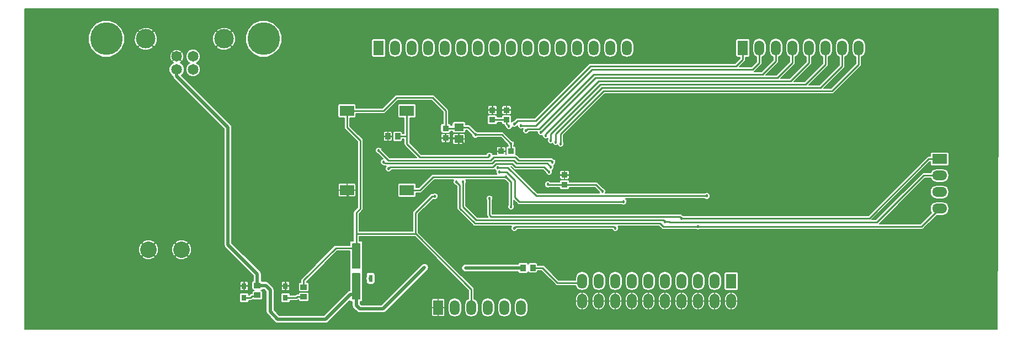
<source format=gbr>
G04 #@! TF.FileFunction,Copper,L1,Top,Signal*
%FSLAX46Y46*%
G04 Gerber Fmt 4.6, Leading zero omitted, Abs format (unit mm)*
G04 Created by KiCad (PCBNEW 4.0.1-stable) date 6/6/2016 8:09:37 PM*
%MOMM*%
G01*
G04 APERTURE LIST*
%ADD10C,0.100000*%
%ADD11R,1.524000X2.286000*%
%ADD12O,1.524000X2.286000*%
%ADD13R,0.950000X0.900000*%
%ADD14R,1.150000X1.450000*%
%ADD15R,0.900000X0.950000*%
%ADD16R,1.450000X1.150000*%
%ADD17R,0.800100X0.899160*%
%ADD18R,2.286000X1.524000*%
%ADD19O,2.286000X1.524000*%
%ADD20R,1.000000X0.850000*%
%ADD21R,0.850000X1.000000*%
%ADD22R,2.190000X1.600000*%
%ADD23R,0.600000X1.100000*%
%ADD24C,5.000000*%
%ADD25C,1.650000*%
%ADD26C,3.000000*%
%ADD27C,2.540000*%
%ADD28C,0.457200*%
%ADD29C,0.254000*%
%ADD30C,0.508000*%
%ADD31C,0.203200*%
%ADD32C,0.152400*%
G04 APERTURE END LIST*
D10*
D11*
X193802000Y-68834000D03*
D12*
X191262000Y-68834000D03*
X188722000Y-68834000D03*
X186182000Y-68834000D03*
X183642000Y-68834000D03*
X181102000Y-68834000D03*
X178562000Y-68834000D03*
X176022000Y-68834000D03*
X173482000Y-68834000D03*
X170942000Y-68834000D03*
X193802000Y-71882000D03*
X191262000Y-71882000D03*
X188722000Y-71882000D03*
X186182000Y-71882000D03*
X183642000Y-71882000D03*
X181102000Y-71882000D03*
X178562000Y-71882000D03*
X176022000Y-71882000D03*
X173482000Y-71882000D03*
X170942000Y-71882000D03*
D13*
X149987000Y-46851000D03*
X149987000Y-45351000D03*
X168211500Y-52526500D03*
X168211500Y-54026500D03*
D14*
X136260000Y-70866000D03*
X138060000Y-70866000D03*
D15*
X158508000Y-48895000D03*
X160008000Y-48895000D03*
D14*
X136260000Y-63754000D03*
X138060000Y-63754000D03*
D16*
X152019000Y-45201000D03*
X152019000Y-47001000D03*
D13*
X157162500Y-42557000D03*
X157162500Y-44057000D03*
X159321500Y-42557000D03*
X159321500Y-44057000D03*
D17*
X119062500Y-69585840D03*
X119062500Y-71384160D03*
X125412500Y-69585840D03*
X125412500Y-71384160D03*
D11*
X195580000Y-33020000D03*
D12*
X198120000Y-33020000D03*
X200660000Y-33020000D03*
X203200000Y-33020000D03*
X205740000Y-33020000D03*
X208280000Y-33020000D03*
X210820000Y-33020000D03*
X213360000Y-33020000D03*
D11*
X139700000Y-33020000D03*
D12*
X142240000Y-33020000D03*
X144780000Y-33020000D03*
X147320000Y-33020000D03*
X149860000Y-33020000D03*
X152400000Y-33020000D03*
X154940000Y-33020000D03*
X157480000Y-33020000D03*
X160020000Y-33020000D03*
X162560000Y-33020000D03*
X165100000Y-33020000D03*
X167640000Y-33020000D03*
X170180000Y-33020000D03*
X172720000Y-33020000D03*
X175260000Y-33020000D03*
X177800000Y-33020000D03*
D18*
X225790000Y-50080000D03*
D19*
X225790000Y-52620000D03*
X225790000Y-55160000D03*
X225790000Y-57700000D03*
D11*
X148844000Y-72898000D03*
D12*
X151384000Y-72898000D03*
X153924000Y-72898000D03*
X156464000Y-72898000D03*
X159004000Y-72898000D03*
X161544000Y-72898000D03*
D20*
X121094500Y-69481000D03*
X121094500Y-70981000D03*
X128206500Y-69735000D03*
X128206500Y-71235000D03*
D21*
X142609000Y-46609000D03*
X141109000Y-46609000D03*
X163373500Y-66802000D03*
X161873500Y-66802000D03*
D22*
X144041000Y-42672000D03*
X134851000Y-42672000D03*
X134851000Y-54864000D03*
X144041000Y-54864000D03*
D23*
X136591000Y-68410000D03*
X138491000Y-68410000D03*
X137541000Y-68410000D03*
X138491000Y-66210000D03*
X136591000Y-66210000D03*
D24*
X122047000Y-31623000D03*
X97917000Y-31623000D03*
D25*
X111232000Y-34333000D03*
X108732000Y-34333000D03*
X111232000Y-36333000D03*
D26*
X103982000Y-31623000D03*
X115982000Y-31623000D03*
D25*
X108732000Y-36333000D03*
D27*
X104394000Y-64008000D03*
X109474000Y-64008000D03*
D28*
X135445500Y-56261000D03*
X148336000Y-55816500D03*
X159702500Y-45021500D03*
X174053500Y-55054500D03*
X165671500Y-53975000D03*
X160020000Y-47752000D03*
X154559000Y-46355000D03*
X146748500Y-66738500D03*
X153035000Y-66802000D03*
X116586000Y-45212000D03*
X138364000Y-68410000D03*
X136448800Y-68402200D03*
X159258000Y-52832000D03*
X160528000Y-60706000D03*
X176022000Y-60706000D03*
X160020000Y-57404000D03*
X160528000Y-44704000D03*
X161544000Y-44958000D03*
X162306000Y-45720000D03*
X164592000Y-45974000D03*
X165354000Y-46482000D03*
X166116000Y-47244000D03*
X166878000Y-47498000D03*
X167640000Y-47752000D03*
X166370000Y-50546000D03*
X139700000Y-48768000D03*
X166116000Y-51308000D03*
X140462000Y-50546000D03*
X165862000Y-52070000D03*
X141224000Y-51562000D03*
X158242000Y-52070000D03*
X177292000Y-56642000D03*
X190055500Y-55753000D03*
X157988000Y-51435000D03*
X186182000Y-59182000D03*
X156718000Y-56134000D03*
X183642000Y-59690000D03*
X152654000Y-53594000D03*
X188722000Y-60452000D03*
X151638000Y-53594000D03*
X156718000Y-49530000D03*
D29*
X134851000Y-55666500D02*
X134851000Y-54864000D01*
X135445500Y-56261000D02*
X134851000Y-55666500D01*
X149987000Y-46851000D02*
X151869000Y-46851000D01*
X151869000Y-46851000D02*
X152019000Y-47001000D01*
X158508000Y-48895000D02*
X153913000Y-48895000D01*
X153913000Y-48895000D02*
X152019000Y-47001000D01*
X148336000Y-55816500D02*
X147891500Y-55816500D01*
X145351500Y-58356500D02*
X145351500Y-61595000D01*
X147891500Y-55816500D02*
X145351500Y-58356500D01*
X128206500Y-69735000D02*
X128206500Y-68707000D01*
X133159500Y-63754000D02*
X136260000Y-63754000D01*
X128206500Y-68707000D02*
X133159500Y-63754000D01*
X159321500Y-44057000D02*
X159321500Y-44640500D01*
X159321500Y-44640500D02*
X159702500Y-45021500D01*
X157162500Y-44057000D02*
X159321500Y-44057000D01*
X168211500Y-54026500D02*
X173025500Y-54026500D01*
X173025500Y-54026500D02*
X174053500Y-55054500D01*
X165671500Y-53975000D02*
X165723000Y-54026500D01*
X165723000Y-54026500D02*
X168211500Y-54026500D01*
X136260000Y-61595000D02*
X143256000Y-61595000D01*
X143256000Y-61595000D02*
X145351500Y-61595000D01*
X145351500Y-61595000D02*
X145415000Y-61595000D01*
X153924000Y-70104000D02*
X153924000Y-72898000D01*
X145415000Y-61595000D02*
X153924000Y-70104000D01*
X160020000Y-47752000D02*
X160020000Y-48883000D01*
X160020000Y-48883000D02*
X160008000Y-48895000D01*
X154559000Y-46355000D02*
X158623000Y-46355000D01*
X158623000Y-46355000D02*
X160020000Y-47752000D01*
X152019000Y-45201000D02*
X153405000Y-45201000D01*
X153405000Y-45201000D02*
X154559000Y-46355000D01*
X149987000Y-45351000D02*
X151869000Y-45351000D01*
X151869000Y-45351000D02*
X152019000Y-45201000D01*
X134851000Y-42672000D02*
X140462000Y-42672000D01*
X149987000Y-42672000D02*
X149987000Y-45351000D01*
X147955000Y-40640000D02*
X149987000Y-42672000D01*
X142494000Y-40640000D02*
X147955000Y-40640000D01*
X140462000Y-42672000D02*
X142494000Y-40640000D01*
X136260000Y-63754000D02*
X136260000Y-61595000D01*
X136260000Y-61595000D02*
X136260000Y-58304000D01*
X134851000Y-45189000D02*
X134851000Y-42672000D01*
X136906000Y-47244000D02*
X134851000Y-45189000D01*
X136906000Y-57658000D02*
X136906000Y-47244000D01*
X136260000Y-58304000D02*
X136906000Y-57658000D01*
X150137000Y-45201000D02*
X149987000Y-45351000D01*
X151963000Y-45145000D02*
X152019000Y-45201000D01*
D30*
X108732000Y-36333000D02*
X108732000Y-37358000D01*
X109118400Y-37744400D02*
X116586000Y-45212000D01*
X108732000Y-37358000D02*
X109118400Y-37744400D01*
X161873500Y-66802000D02*
X153035000Y-66802000D01*
X136260000Y-72569500D02*
X136260000Y-70866000D01*
X136779000Y-73088500D02*
X136260000Y-72569500D01*
X140398500Y-73088500D02*
X136779000Y-73088500D01*
X146748500Y-66738500D02*
X140398500Y-73088500D01*
X121094500Y-69481000D02*
X122376500Y-69481000D01*
X135382000Y-70866000D02*
X136260000Y-70866000D01*
X131572000Y-74676000D02*
X135382000Y-70866000D01*
X124206000Y-74676000D02*
X131572000Y-74676000D01*
X123063000Y-73533000D02*
X124206000Y-74676000D01*
X123063000Y-70167500D02*
X123063000Y-73533000D01*
X122376500Y-69481000D02*
X123063000Y-70167500D01*
X116586000Y-45212000D02*
X116586000Y-63246000D01*
X121094500Y-67754500D02*
X121094500Y-69481000D01*
X116586000Y-63246000D02*
X121094500Y-67754500D01*
X136456600Y-68410000D02*
X136448800Y-68402200D01*
X136456600Y-68410000D02*
X136464000Y-68410000D01*
D29*
X144041000Y-54864000D02*
X146050000Y-54864000D01*
X148082000Y-52832000D02*
X159258000Y-52832000D01*
X146050000Y-54864000D02*
X148082000Y-52832000D01*
X160020000Y-53594000D02*
X160020000Y-54864000D01*
X160020000Y-54864000D02*
X160020000Y-57404000D01*
X159258000Y-52832000D02*
X160020000Y-53594000D01*
X160528000Y-60706000D02*
X160782000Y-60452000D01*
X160782000Y-60452000D02*
X175768000Y-60452000D01*
X176022000Y-60706000D02*
X175768000Y-60452000D01*
X119062500Y-71384160D02*
X120030240Y-71384160D01*
X120294400Y-71120000D02*
X120955500Y-71120000D01*
X120030240Y-71384160D02*
X120294400Y-71120000D01*
X120955500Y-71120000D02*
X121094500Y-70981000D01*
X125412500Y-71384160D02*
X127053340Y-71384160D01*
X127202500Y-71235000D02*
X128206500Y-71235000D01*
X127053340Y-71384160D02*
X127202500Y-71235000D01*
X125263340Y-71235000D02*
X125412500Y-71384160D01*
X164338000Y-43688000D02*
X163830000Y-44196000D01*
X172212000Y-35814000D02*
X194564000Y-35814000D01*
X194564000Y-35814000D02*
X195580000Y-34798000D01*
X195580000Y-33020000D02*
X195580000Y-34798000D01*
X164338000Y-43688000D02*
X172212000Y-35814000D01*
X161036000Y-44196000D02*
X160528000Y-44704000D01*
X163830000Y-44196000D02*
X161036000Y-44196000D01*
X164592000Y-44196000D02*
X163830000Y-44958000D01*
X164592000Y-44196000D02*
X172466000Y-36322000D01*
X172466000Y-36322000D02*
X197104000Y-36322000D01*
X197104000Y-36322000D02*
X198120000Y-35306000D01*
X198120000Y-33020000D02*
X198120000Y-35306000D01*
X163830000Y-44958000D02*
X161544000Y-44958000D01*
X164338000Y-45466000D02*
X162560000Y-45466000D01*
X162560000Y-45466000D02*
X162306000Y-45720000D01*
X164846000Y-44958000D02*
X172720000Y-37084000D01*
X172720000Y-37084000D02*
X198628000Y-37084000D01*
X198628000Y-37084000D02*
X200660000Y-35052000D01*
X200660000Y-33020000D02*
X200660000Y-35052000D01*
X164846000Y-44958000D02*
X164338000Y-45466000D01*
X203200000Y-35306000D02*
X203200000Y-33020000D01*
X200914000Y-37592000D02*
X203200000Y-35306000D01*
X172974000Y-37592000D02*
X200914000Y-37592000D01*
X164592000Y-45974000D02*
X172974000Y-37592000D01*
X205740000Y-35306000D02*
X205740000Y-33020000D01*
X202946000Y-38100000D02*
X205740000Y-35306000D01*
X173482000Y-38100000D02*
X202946000Y-38100000D01*
X165354000Y-46228000D02*
X173482000Y-38100000D01*
X165354000Y-46482000D02*
X165354000Y-46228000D01*
X208280000Y-35560000D02*
X208280000Y-33020000D01*
X205232000Y-38608000D02*
X208280000Y-35560000D01*
X173736000Y-38608000D02*
X205232000Y-38608000D01*
X166116000Y-46228000D02*
X173736000Y-38608000D01*
X166116000Y-47244000D02*
X166116000Y-46228000D01*
X210820000Y-35814000D02*
X210820000Y-33020000D01*
X207518000Y-39116000D02*
X210820000Y-35814000D01*
X173990000Y-39116000D02*
X207518000Y-39116000D01*
X166878000Y-46228000D02*
X173990000Y-39116000D01*
X166878000Y-47498000D02*
X166878000Y-46228000D01*
X213360000Y-35560000D02*
X213360000Y-33020000D01*
X209296000Y-39624000D02*
X213360000Y-35560000D01*
X174244000Y-39624000D02*
X209296000Y-39624000D01*
X167640000Y-46228000D02*
X174244000Y-39624000D01*
X167640000Y-47752000D02*
X167640000Y-46228000D01*
X156591000Y-50292000D02*
X156845000Y-50292000D01*
X166370000Y-50546000D02*
X166116000Y-50292000D01*
X156591000Y-50292000D02*
X141224000Y-50292000D01*
X166116000Y-50292000D02*
X161163000Y-50292000D01*
X141224000Y-50292000D02*
X139700000Y-48768000D01*
X160655000Y-49784000D02*
X161163000Y-50292000D01*
X157353000Y-49784000D02*
X160655000Y-49784000D01*
X156845000Y-50292000D02*
X157353000Y-49784000D01*
X156781500Y-50749202D02*
X157086298Y-50749202D01*
X166116000Y-51308000D02*
X165557202Y-50749202D01*
X156781500Y-50749202D02*
X140665202Y-50749202D01*
X165557202Y-50749202D02*
X161036000Y-50749202D01*
X140665202Y-50749202D02*
X140462000Y-50546000D01*
X160858202Y-50749202D02*
X161036000Y-50749202D01*
X160401000Y-50292000D02*
X160858202Y-50749202D01*
X157543500Y-50292000D02*
X160401000Y-50292000D01*
X157086298Y-50749202D02*
X157543500Y-50292000D01*
X156718000Y-51308000D02*
X157226000Y-51308000D01*
X165862000Y-52070000D02*
X165100000Y-51308000D01*
X156718000Y-51308000D02*
X141478000Y-51308000D01*
X165100000Y-51308000D02*
X161036000Y-51308000D01*
X141478000Y-51308000D02*
X141224000Y-51562000D01*
X160718500Y-51308000D02*
X161036000Y-51308000D01*
X160210500Y-50800000D02*
X160718500Y-51308000D01*
X157734000Y-50800000D02*
X160210500Y-50800000D01*
X157226000Y-51308000D02*
X157734000Y-50800000D01*
X158242000Y-52070000D02*
X159321500Y-52070000D01*
X167386000Y-56642000D02*
X177292000Y-56642000D01*
X161290000Y-56642000D02*
X167386000Y-56642000D01*
X160591500Y-55943500D02*
X161290000Y-56642000D01*
X160591500Y-53340000D02*
X160591500Y-55943500D01*
X159321500Y-52070000D02*
X160591500Y-53340000D01*
X163893500Y-55753000D02*
X190055500Y-55753000D01*
X159512000Y-51371500D02*
X163893500Y-55753000D01*
X158051500Y-51371500D02*
X159512000Y-51371500D01*
X157988000Y-51435000D02*
X158051500Y-51371500D01*
X186182000Y-59182000D02*
X215011000Y-59182000D01*
X224113000Y-50080000D02*
X225790000Y-50080000D01*
X215011000Y-59182000D02*
X224113000Y-50080000D01*
X157480000Y-58928000D02*
X159385000Y-58928000D01*
X185928000Y-58928000D02*
X186182000Y-59182000D01*
X159385000Y-58928000D02*
X185928000Y-58928000D01*
X156972000Y-58928000D02*
X157480000Y-58928000D01*
X156718000Y-58674000D02*
X156972000Y-58928000D01*
X156718000Y-56134000D02*
X156718000Y-58674000D01*
X183642000Y-59690000D02*
X184277000Y-59690000D01*
X223351000Y-52620000D02*
X225790000Y-52620000D01*
X216154000Y-59817000D02*
X223351000Y-52620000D01*
X184404000Y-59817000D02*
X216154000Y-59817000D01*
X184277000Y-59690000D02*
X184404000Y-59817000D01*
X156464000Y-59436000D02*
X154686000Y-59436000D01*
X156972000Y-59436000D02*
X183388000Y-59436000D01*
X183642000Y-59690000D02*
X183388000Y-59436000D01*
X156718000Y-59436000D02*
X156972000Y-59436000D01*
X156464000Y-59436000D02*
X156718000Y-59436000D01*
X152654000Y-57404000D02*
X152654000Y-53594000D01*
X154686000Y-59436000D02*
X152654000Y-57404000D01*
X188722000Y-60452000D02*
X223038000Y-60452000D01*
X223038000Y-60452000D02*
X225790000Y-57700000D01*
X183388000Y-60452000D02*
X188722000Y-60452000D01*
X182880000Y-59944000D02*
X183388000Y-60452000D01*
X154432000Y-59944000D02*
X182880000Y-59944000D01*
X154381202Y-59893202D02*
X154432000Y-59944000D01*
X152146000Y-57658000D02*
X154381202Y-59893202D01*
X152146000Y-54102000D02*
X152146000Y-57658000D01*
X151638000Y-53594000D02*
X152146000Y-54102000D01*
X163373500Y-66802000D02*
X164846000Y-66802000D01*
X167132000Y-69088000D02*
X170942000Y-69088000D01*
X164846000Y-66802000D02*
X167132000Y-69088000D01*
X170688000Y-69088000D02*
X170942000Y-69088000D01*
X142609000Y-46609000D02*
X144041000Y-46609000D01*
X144018000Y-46482000D02*
X144041000Y-46482000D01*
X144018000Y-46586000D02*
X144018000Y-46482000D01*
X144041000Y-46609000D02*
X144018000Y-46586000D01*
X144018000Y-42649000D02*
X144041000Y-42672000D01*
X144041000Y-42672000D02*
X144041000Y-46482000D01*
X144041000Y-46482000D02*
X144041000Y-47775000D01*
X156464000Y-49784000D02*
X156718000Y-49530000D01*
X146050000Y-49784000D02*
X156464000Y-49784000D01*
X144041000Y-47775000D02*
X146050000Y-49784000D01*
D31*
G36*
X234775200Y-41070612D02*
X234594919Y-76225400D01*
X85445600Y-76225400D01*
X85445600Y-69674740D01*
X118408450Y-69674740D01*
X118408450Y-70085944D01*
X118447119Y-70179300D01*
X118518571Y-70250751D01*
X118611926Y-70289420D01*
X118973600Y-70289420D01*
X119037100Y-70225920D01*
X119037100Y-69611240D01*
X119087900Y-69611240D01*
X119087900Y-70225920D01*
X119151400Y-70289420D01*
X119513074Y-70289420D01*
X119606429Y-70250751D01*
X119677881Y-70179300D01*
X119716550Y-70085944D01*
X119716550Y-69674740D01*
X119653050Y-69611240D01*
X119087900Y-69611240D01*
X119037100Y-69611240D01*
X118471950Y-69611240D01*
X118408450Y-69674740D01*
X85445600Y-69674740D01*
X85445600Y-69085736D01*
X118408450Y-69085736D01*
X118408450Y-69496940D01*
X118471950Y-69560440D01*
X119037100Y-69560440D01*
X119037100Y-68945760D01*
X119087900Y-68945760D01*
X119087900Y-69560440D01*
X119653050Y-69560440D01*
X119716550Y-69496940D01*
X119716550Y-69085736D01*
X119677881Y-68992380D01*
X119606429Y-68920929D01*
X119513074Y-68882260D01*
X119151400Y-68882260D01*
X119087900Y-68945760D01*
X119037100Y-68945760D01*
X118973600Y-68882260D01*
X118611926Y-68882260D01*
X118518571Y-68920929D01*
X118447119Y-68992380D01*
X118408450Y-69085736D01*
X85445600Y-69085736D01*
X85445600Y-65079649D01*
X103358272Y-65079649D01*
X103501337Y-65279859D01*
X104056006Y-65524651D01*
X104662132Y-65538548D01*
X105227437Y-65319433D01*
X105286663Y-65279859D01*
X105429728Y-65079649D01*
X108438272Y-65079649D01*
X108581337Y-65279859D01*
X109136006Y-65524651D01*
X109742132Y-65538548D01*
X110307437Y-65319433D01*
X110366663Y-65279859D01*
X110509728Y-65079649D01*
X109474000Y-64043921D01*
X108438272Y-65079649D01*
X105429728Y-65079649D01*
X104394000Y-64043921D01*
X103358272Y-65079649D01*
X85445600Y-65079649D01*
X85445600Y-64276132D01*
X102863452Y-64276132D01*
X103082567Y-64841437D01*
X103122141Y-64900663D01*
X103322351Y-65043728D01*
X104358079Y-64008000D01*
X104429921Y-64008000D01*
X105465649Y-65043728D01*
X105665859Y-64900663D01*
X105910651Y-64345994D01*
X105912252Y-64276132D01*
X107943452Y-64276132D01*
X108162567Y-64841437D01*
X108202141Y-64900663D01*
X108402351Y-65043728D01*
X109438079Y-64008000D01*
X109509921Y-64008000D01*
X110545649Y-65043728D01*
X110745859Y-64900663D01*
X110990651Y-64345994D01*
X111004548Y-63739868D01*
X110785433Y-63174563D01*
X110745859Y-63115337D01*
X110545649Y-62972272D01*
X109509921Y-64008000D01*
X109438079Y-64008000D01*
X108402351Y-62972272D01*
X108202141Y-63115337D01*
X107957349Y-63670006D01*
X107943452Y-64276132D01*
X105912252Y-64276132D01*
X105924548Y-63739868D01*
X105705433Y-63174563D01*
X105665859Y-63115337D01*
X105465649Y-62972272D01*
X104429921Y-64008000D01*
X104358079Y-64008000D01*
X103322351Y-62972272D01*
X103122141Y-63115337D01*
X102877349Y-63670006D01*
X102863452Y-64276132D01*
X85445600Y-64276132D01*
X85445600Y-62936351D01*
X103358272Y-62936351D01*
X104394000Y-63972079D01*
X105429728Y-62936351D01*
X108438272Y-62936351D01*
X109474000Y-63972079D01*
X110509728Y-62936351D01*
X110366663Y-62736141D01*
X109811994Y-62491349D01*
X109205868Y-62477452D01*
X108640563Y-62696567D01*
X108581337Y-62736141D01*
X108438272Y-62936351D01*
X105429728Y-62936351D01*
X105286663Y-62736141D01*
X104731994Y-62491349D01*
X104125868Y-62477452D01*
X103560563Y-62696567D01*
X103501337Y-62736141D01*
X103358272Y-62936351D01*
X85445600Y-62936351D01*
X85445600Y-36566806D01*
X107551196Y-36566806D01*
X107730553Y-37000882D01*
X108062371Y-37333280D01*
X108122445Y-37358225D01*
X108168803Y-37591284D01*
X108300948Y-37789052D01*
X115976400Y-45464504D01*
X115976400Y-63246000D01*
X116022803Y-63479284D01*
X116154948Y-63677052D01*
X120484900Y-68007004D01*
X120484900Y-68714057D01*
X120462723Y-68718230D01*
X120341693Y-68796110D01*
X120260499Y-68914942D01*
X120231934Y-69056000D01*
X120231934Y-69906000D01*
X120256730Y-70037777D01*
X120334610Y-70158807D01*
X120453442Y-70240001D01*
X120534763Y-70256469D01*
X120481548Y-70266482D01*
X120377808Y-70333237D01*
X120308213Y-70435093D01*
X120283729Y-70556000D01*
X120283729Y-70690322D01*
X120129158Y-70721068D01*
X120082674Y-70752128D01*
X119989071Y-70814671D01*
X119989069Y-70814674D01*
X119851382Y-70952360D01*
X119773321Y-70952360D01*
X119773321Y-70934580D01*
X119752068Y-70821628D01*
X119685313Y-70717888D01*
X119583457Y-70648293D01*
X119462550Y-70623809D01*
X118662450Y-70623809D01*
X118549498Y-70645062D01*
X118445758Y-70711817D01*
X118376163Y-70813673D01*
X118351679Y-70934580D01*
X118351679Y-71833740D01*
X118372932Y-71946692D01*
X118439687Y-72050432D01*
X118541543Y-72120027D01*
X118662450Y-72144511D01*
X119462550Y-72144511D01*
X119575502Y-72123258D01*
X119679242Y-72056503D01*
X119748837Y-71954647D01*
X119773321Y-71833740D01*
X119773321Y-71815960D01*
X120030240Y-71815960D01*
X120195483Y-71783091D01*
X120335569Y-71689489D01*
X120389933Y-71635125D01*
X120473593Y-71692287D01*
X120594500Y-71716771D01*
X121594500Y-71716771D01*
X121707452Y-71695518D01*
X121811192Y-71628763D01*
X121880787Y-71526907D01*
X121905271Y-71406000D01*
X121905271Y-70556000D01*
X121884018Y-70443048D01*
X121817263Y-70339308D01*
X121715407Y-70269713D01*
X121654236Y-70257326D01*
X121726277Y-70243770D01*
X121847307Y-70165890D01*
X121898750Y-70090600D01*
X122123996Y-70090600D01*
X122453400Y-70420005D01*
X122453400Y-73533000D01*
X122499803Y-73766284D01*
X122631948Y-73964052D01*
X123774948Y-75107052D01*
X123972716Y-75239197D01*
X124206000Y-75285600D01*
X131572000Y-75285600D01*
X131805284Y-75239197D01*
X132003052Y-75107052D01*
X135280400Y-71829705D01*
X135280400Y-71882000D01*
X135288405Y-71921528D01*
X135311157Y-71954828D01*
X135345073Y-71976652D01*
X135382000Y-71983600D01*
X135650400Y-71983600D01*
X135650400Y-72569500D01*
X135696803Y-72802784D01*
X135828948Y-73000552D01*
X136347948Y-73519552D01*
X136545716Y-73651697D01*
X136779000Y-73698100D01*
X140398500Y-73698100D01*
X140631784Y-73651697D01*
X140829552Y-73519552D01*
X141362204Y-72986900D01*
X147828000Y-72986900D01*
X147828000Y-74091524D01*
X147866669Y-74184879D01*
X147938120Y-74256331D01*
X148031476Y-74295000D01*
X148755100Y-74295000D01*
X148818600Y-74231500D01*
X148818600Y-72923400D01*
X148869400Y-72923400D01*
X148869400Y-74231500D01*
X148932900Y-74295000D01*
X149656524Y-74295000D01*
X149749880Y-74256331D01*
X149821331Y-74184879D01*
X149860000Y-74091524D01*
X149860000Y-72986900D01*
X149796500Y-72923400D01*
X148869400Y-72923400D01*
X148818600Y-72923400D01*
X147891500Y-72923400D01*
X147828000Y-72986900D01*
X141362204Y-72986900D01*
X142644628Y-71704476D01*
X147828000Y-71704476D01*
X147828000Y-72809100D01*
X147891500Y-72872600D01*
X148818600Y-72872600D01*
X148818600Y-71564500D01*
X148869400Y-71564500D01*
X148869400Y-72872600D01*
X149796500Y-72872600D01*
X149860000Y-72809100D01*
X149860000Y-72488636D01*
X150317200Y-72488636D01*
X150317200Y-73307364D01*
X150398405Y-73715611D01*
X150629658Y-74061706D01*
X150975753Y-74292959D01*
X151384000Y-74374164D01*
X151792247Y-74292959D01*
X152138342Y-74061706D01*
X152369595Y-73715611D01*
X152450800Y-73307364D01*
X152450800Y-72488636D01*
X152369595Y-72080389D01*
X152138342Y-71734294D01*
X151792247Y-71503041D01*
X151384000Y-71421836D01*
X150975753Y-71503041D01*
X150629658Y-71734294D01*
X150398405Y-72080389D01*
X150317200Y-72488636D01*
X149860000Y-72488636D01*
X149860000Y-71704476D01*
X149821331Y-71611121D01*
X149749880Y-71539669D01*
X149656524Y-71501000D01*
X148932900Y-71501000D01*
X148869400Y-71564500D01*
X148818600Y-71564500D01*
X148755100Y-71501000D01*
X148031476Y-71501000D01*
X147938120Y-71539669D01*
X147866669Y-71611121D01*
X147828000Y-71704476D01*
X142644628Y-71704476D01*
X147179552Y-67169552D01*
X147311697Y-66971784D01*
X147358099Y-66738500D01*
X147311697Y-66505216D01*
X147179552Y-66307448D01*
X146981784Y-66175303D01*
X146748500Y-66128901D01*
X146515216Y-66175303D01*
X146317448Y-66307448D01*
X140145996Y-72478900D01*
X137031504Y-72478900D01*
X136869600Y-72316996D01*
X136869600Y-71983600D01*
X137160000Y-71983600D01*
X137199528Y-71975595D01*
X137232828Y-71952843D01*
X137254652Y-71918927D01*
X137261600Y-71882000D01*
X137261600Y-68525695D01*
X137779699Y-68525695D01*
X137828434Y-68643642D01*
X137828434Y-68960000D01*
X137853230Y-69091777D01*
X137931110Y-69212807D01*
X138049942Y-69294001D01*
X138191000Y-69322566D01*
X138791000Y-69322566D01*
X138922777Y-69297770D01*
X139043807Y-69219890D01*
X139125001Y-69101058D01*
X139153566Y-68960000D01*
X139153566Y-67860000D01*
X139128770Y-67728223D01*
X139050890Y-67607193D01*
X138932058Y-67525999D01*
X138791000Y-67497434D01*
X138191000Y-67497434D01*
X138059223Y-67522230D01*
X137938193Y-67600110D01*
X137856999Y-67718942D01*
X137828434Y-67860000D01*
X137828434Y-68176407D01*
X137779902Y-68293286D01*
X137779699Y-68525695D01*
X137261600Y-68525695D01*
X137261600Y-62738000D01*
X137253595Y-62698472D01*
X137230843Y-62665172D01*
X137196927Y-62643348D01*
X137160000Y-62636400D01*
X136691800Y-62636400D01*
X136691800Y-62026800D01*
X145236142Y-62026800D01*
X153492200Y-70282858D01*
X153492200Y-71518779D01*
X153169658Y-71734294D01*
X152938405Y-72080389D01*
X152857200Y-72488636D01*
X152857200Y-73307364D01*
X152938405Y-73715611D01*
X153169658Y-74061706D01*
X153515753Y-74292959D01*
X153924000Y-74374164D01*
X154332247Y-74292959D01*
X154678342Y-74061706D01*
X154909595Y-73715611D01*
X154990800Y-73307364D01*
X154990800Y-72488636D01*
X155397200Y-72488636D01*
X155397200Y-73307364D01*
X155478405Y-73715611D01*
X155709658Y-74061706D01*
X156055753Y-74292959D01*
X156464000Y-74374164D01*
X156872247Y-74292959D01*
X157218342Y-74061706D01*
X157449595Y-73715611D01*
X157530800Y-73307364D01*
X157530800Y-72488636D01*
X157937200Y-72488636D01*
X157937200Y-73307364D01*
X158018405Y-73715611D01*
X158249658Y-74061706D01*
X158595753Y-74292959D01*
X159004000Y-74374164D01*
X159412247Y-74292959D01*
X159758342Y-74061706D01*
X159989595Y-73715611D01*
X160070800Y-73307364D01*
X160070800Y-72488636D01*
X160477200Y-72488636D01*
X160477200Y-73307364D01*
X160558405Y-73715611D01*
X160789658Y-74061706D01*
X161135753Y-74292959D01*
X161544000Y-74374164D01*
X161952247Y-74292959D01*
X162298342Y-74061706D01*
X162529595Y-73715611D01*
X162610800Y-73307364D01*
X162610800Y-72488636D01*
X162529595Y-72080389D01*
X162414008Y-71907400D01*
X169926000Y-71907400D01*
X169926000Y-72288400D01*
X170013059Y-72675273D01*
X170241540Y-72999381D01*
X170576660Y-73211382D01*
X170758025Y-73262204D01*
X170916600Y-73215161D01*
X170916600Y-71907400D01*
X170967400Y-71907400D01*
X170967400Y-73215161D01*
X171125975Y-73262204D01*
X171307340Y-73211382D01*
X171642460Y-72999381D01*
X171870941Y-72675273D01*
X171958000Y-72288400D01*
X171958000Y-71907400D01*
X172466000Y-71907400D01*
X172466000Y-72288400D01*
X172553059Y-72675273D01*
X172781540Y-72999381D01*
X173116660Y-73211382D01*
X173298025Y-73262204D01*
X173456600Y-73215161D01*
X173456600Y-71907400D01*
X173507400Y-71907400D01*
X173507400Y-73215161D01*
X173665975Y-73262204D01*
X173847340Y-73211382D01*
X174182460Y-72999381D01*
X174410941Y-72675273D01*
X174498000Y-72288400D01*
X174498000Y-71907400D01*
X175006000Y-71907400D01*
X175006000Y-72288400D01*
X175093059Y-72675273D01*
X175321540Y-72999381D01*
X175656660Y-73211382D01*
X175838025Y-73262204D01*
X175996600Y-73215161D01*
X175996600Y-71907400D01*
X176047400Y-71907400D01*
X176047400Y-73215161D01*
X176205975Y-73262204D01*
X176387340Y-73211382D01*
X176722460Y-72999381D01*
X176950941Y-72675273D01*
X177038000Y-72288400D01*
X177038000Y-71907400D01*
X177546000Y-71907400D01*
X177546000Y-72288400D01*
X177633059Y-72675273D01*
X177861540Y-72999381D01*
X178196660Y-73211382D01*
X178378025Y-73262204D01*
X178536600Y-73215161D01*
X178536600Y-71907400D01*
X178587400Y-71907400D01*
X178587400Y-73215161D01*
X178745975Y-73262204D01*
X178927340Y-73211382D01*
X179262460Y-72999381D01*
X179490941Y-72675273D01*
X179578000Y-72288400D01*
X179578000Y-71907400D01*
X180086000Y-71907400D01*
X180086000Y-72288400D01*
X180173059Y-72675273D01*
X180401540Y-72999381D01*
X180736660Y-73211382D01*
X180918025Y-73262204D01*
X181076600Y-73215161D01*
X181076600Y-71907400D01*
X181127400Y-71907400D01*
X181127400Y-73215161D01*
X181285975Y-73262204D01*
X181467340Y-73211382D01*
X181802460Y-72999381D01*
X182030941Y-72675273D01*
X182118000Y-72288400D01*
X182118000Y-71907400D01*
X182626000Y-71907400D01*
X182626000Y-72288400D01*
X182713059Y-72675273D01*
X182941540Y-72999381D01*
X183276660Y-73211382D01*
X183458025Y-73262204D01*
X183616600Y-73215161D01*
X183616600Y-71907400D01*
X183667400Y-71907400D01*
X183667400Y-73215161D01*
X183825975Y-73262204D01*
X184007340Y-73211382D01*
X184342460Y-72999381D01*
X184570941Y-72675273D01*
X184658000Y-72288400D01*
X184658000Y-71907400D01*
X185166000Y-71907400D01*
X185166000Y-72288400D01*
X185253059Y-72675273D01*
X185481540Y-72999381D01*
X185816660Y-73211382D01*
X185998025Y-73262204D01*
X186156600Y-73215161D01*
X186156600Y-71907400D01*
X186207400Y-71907400D01*
X186207400Y-73215161D01*
X186365975Y-73262204D01*
X186547340Y-73211382D01*
X186882460Y-72999381D01*
X187110941Y-72675273D01*
X187198000Y-72288400D01*
X187198000Y-71907400D01*
X187706000Y-71907400D01*
X187706000Y-72288400D01*
X187793059Y-72675273D01*
X188021540Y-72999381D01*
X188356660Y-73211382D01*
X188538025Y-73262204D01*
X188696600Y-73215161D01*
X188696600Y-71907400D01*
X188747400Y-71907400D01*
X188747400Y-73215161D01*
X188905975Y-73262204D01*
X189087340Y-73211382D01*
X189422460Y-72999381D01*
X189650941Y-72675273D01*
X189738000Y-72288400D01*
X189738000Y-71907400D01*
X190246000Y-71907400D01*
X190246000Y-72288400D01*
X190333059Y-72675273D01*
X190561540Y-72999381D01*
X190896660Y-73211382D01*
X191078025Y-73262204D01*
X191236600Y-73215161D01*
X191236600Y-71907400D01*
X191287400Y-71907400D01*
X191287400Y-73215161D01*
X191445975Y-73262204D01*
X191627340Y-73211382D01*
X191962460Y-72999381D01*
X192190941Y-72675273D01*
X192278000Y-72288400D01*
X192278000Y-71907400D01*
X192786000Y-71907400D01*
X192786000Y-72288400D01*
X192873059Y-72675273D01*
X193101540Y-72999381D01*
X193436660Y-73211382D01*
X193618025Y-73262204D01*
X193776600Y-73215161D01*
X193776600Y-71907400D01*
X193827400Y-71907400D01*
X193827400Y-73215161D01*
X193985975Y-73262204D01*
X194167340Y-73211382D01*
X194502460Y-72999381D01*
X194730941Y-72675273D01*
X194818000Y-72288400D01*
X194818000Y-71907400D01*
X193827400Y-71907400D01*
X193776600Y-71907400D01*
X192786000Y-71907400D01*
X192278000Y-71907400D01*
X191287400Y-71907400D01*
X191236600Y-71907400D01*
X190246000Y-71907400D01*
X189738000Y-71907400D01*
X188747400Y-71907400D01*
X188696600Y-71907400D01*
X187706000Y-71907400D01*
X187198000Y-71907400D01*
X186207400Y-71907400D01*
X186156600Y-71907400D01*
X185166000Y-71907400D01*
X184658000Y-71907400D01*
X183667400Y-71907400D01*
X183616600Y-71907400D01*
X182626000Y-71907400D01*
X182118000Y-71907400D01*
X181127400Y-71907400D01*
X181076600Y-71907400D01*
X180086000Y-71907400D01*
X179578000Y-71907400D01*
X178587400Y-71907400D01*
X178536600Y-71907400D01*
X177546000Y-71907400D01*
X177038000Y-71907400D01*
X176047400Y-71907400D01*
X175996600Y-71907400D01*
X175006000Y-71907400D01*
X174498000Y-71907400D01*
X173507400Y-71907400D01*
X173456600Y-71907400D01*
X172466000Y-71907400D01*
X171958000Y-71907400D01*
X170967400Y-71907400D01*
X170916600Y-71907400D01*
X169926000Y-71907400D01*
X162414008Y-71907400D01*
X162298342Y-71734294D01*
X161952247Y-71503041D01*
X161814292Y-71475600D01*
X169926000Y-71475600D01*
X169926000Y-71856600D01*
X170916600Y-71856600D01*
X170916600Y-70548839D01*
X170967400Y-70548839D01*
X170967400Y-71856600D01*
X171958000Y-71856600D01*
X171958000Y-71475600D01*
X172466000Y-71475600D01*
X172466000Y-71856600D01*
X173456600Y-71856600D01*
X173456600Y-70548839D01*
X173507400Y-70548839D01*
X173507400Y-71856600D01*
X174498000Y-71856600D01*
X174498000Y-71475600D01*
X175006000Y-71475600D01*
X175006000Y-71856600D01*
X175996600Y-71856600D01*
X175996600Y-70548839D01*
X176047400Y-70548839D01*
X176047400Y-71856600D01*
X177038000Y-71856600D01*
X177038000Y-71475600D01*
X177546000Y-71475600D01*
X177546000Y-71856600D01*
X178536600Y-71856600D01*
X178536600Y-70548839D01*
X178587400Y-70548839D01*
X178587400Y-71856600D01*
X179578000Y-71856600D01*
X179578000Y-71475600D01*
X180086000Y-71475600D01*
X180086000Y-71856600D01*
X181076600Y-71856600D01*
X181076600Y-70548839D01*
X181127400Y-70548839D01*
X181127400Y-71856600D01*
X182118000Y-71856600D01*
X182118000Y-71475600D01*
X182626000Y-71475600D01*
X182626000Y-71856600D01*
X183616600Y-71856600D01*
X183616600Y-70548839D01*
X183667400Y-70548839D01*
X183667400Y-71856600D01*
X184658000Y-71856600D01*
X184658000Y-71475600D01*
X185166000Y-71475600D01*
X185166000Y-71856600D01*
X186156600Y-71856600D01*
X186156600Y-70548839D01*
X186207400Y-70548839D01*
X186207400Y-71856600D01*
X187198000Y-71856600D01*
X187198000Y-71475600D01*
X187706000Y-71475600D01*
X187706000Y-71856600D01*
X188696600Y-71856600D01*
X188696600Y-70548839D01*
X188747400Y-70548839D01*
X188747400Y-71856600D01*
X189738000Y-71856600D01*
X189738000Y-71475600D01*
X190246000Y-71475600D01*
X190246000Y-71856600D01*
X191236600Y-71856600D01*
X191236600Y-70548839D01*
X191287400Y-70548839D01*
X191287400Y-71856600D01*
X192278000Y-71856600D01*
X192278000Y-71475600D01*
X192786000Y-71475600D01*
X192786000Y-71856600D01*
X193776600Y-71856600D01*
X193776600Y-70548839D01*
X193827400Y-70548839D01*
X193827400Y-71856600D01*
X194818000Y-71856600D01*
X194818000Y-71475600D01*
X194730941Y-71088727D01*
X194502460Y-70764619D01*
X194167340Y-70552618D01*
X193985975Y-70501796D01*
X193827400Y-70548839D01*
X193776600Y-70548839D01*
X193618025Y-70501796D01*
X193436660Y-70552618D01*
X193101540Y-70764619D01*
X192873059Y-71088727D01*
X192786000Y-71475600D01*
X192278000Y-71475600D01*
X192190941Y-71088727D01*
X191962460Y-70764619D01*
X191627340Y-70552618D01*
X191445975Y-70501796D01*
X191287400Y-70548839D01*
X191236600Y-70548839D01*
X191078025Y-70501796D01*
X190896660Y-70552618D01*
X190561540Y-70764619D01*
X190333059Y-71088727D01*
X190246000Y-71475600D01*
X189738000Y-71475600D01*
X189650941Y-71088727D01*
X189422460Y-70764619D01*
X189087340Y-70552618D01*
X188905975Y-70501796D01*
X188747400Y-70548839D01*
X188696600Y-70548839D01*
X188538025Y-70501796D01*
X188356660Y-70552618D01*
X188021540Y-70764619D01*
X187793059Y-71088727D01*
X187706000Y-71475600D01*
X187198000Y-71475600D01*
X187110941Y-71088727D01*
X186882460Y-70764619D01*
X186547340Y-70552618D01*
X186365975Y-70501796D01*
X186207400Y-70548839D01*
X186156600Y-70548839D01*
X185998025Y-70501796D01*
X185816660Y-70552618D01*
X185481540Y-70764619D01*
X185253059Y-71088727D01*
X185166000Y-71475600D01*
X184658000Y-71475600D01*
X184570941Y-71088727D01*
X184342460Y-70764619D01*
X184007340Y-70552618D01*
X183825975Y-70501796D01*
X183667400Y-70548839D01*
X183616600Y-70548839D01*
X183458025Y-70501796D01*
X183276660Y-70552618D01*
X182941540Y-70764619D01*
X182713059Y-71088727D01*
X182626000Y-71475600D01*
X182118000Y-71475600D01*
X182030941Y-71088727D01*
X181802460Y-70764619D01*
X181467340Y-70552618D01*
X181285975Y-70501796D01*
X181127400Y-70548839D01*
X181076600Y-70548839D01*
X180918025Y-70501796D01*
X180736660Y-70552618D01*
X180401540Y-70764619D01*
X180173059Y-71088727D01*
X180086000Y-71475600D01*
X179578000Y-71475600D01*
X179490941Y-71088727D01*
X179262460Y-70764619D01*
X178927340Y-70552618D01*
X178745975Y-70501796D01*
X178587400Y-70548839D01*
X178536600Y-70548839D01*
X178378025Y-70501796D01*
X178196660Y-70552618D01*
X177861540Y-70764619D01*
X177633059Y-71088727D01*
X177546000Y-71475600D01*
X177038000Y-71475600D01*
X176950941Y-71088727D01*
X176722460Y-70764619D01*
X176387340Y-70552618D01*
X176205975Y-70501796D01*
X176047400Y-70548839D01*
X175996600Y-70548839D01*
X175838025Y-70501796D01*
X175656660Y-70552618D01*
X175321540Y-70764619D01*
X175093059Y-71088727D01*
X175006000Y-71475600D01*
X174498000Y-71475600D01*
X174410941Y-71088727D01*
X174182460Y-70764619D01*
X173847340Y-70552618D01*
X173665975Y-70501796D01*
X173507400Y-70548839D01*
X173456600Y-70548839D01*
X173298025Y-70501796D01*
X173116660Y-70552618D01*
X172781540Y-70764619D01*
X172553059Y-71088727D01*
X172466000Y-71475600D01*
X171958000Y-71475600D01*
X171870941Y-71088727D01*
X171642460Y-70764619D01*
X171307340Y-70552618D01*
X171125975Y-70501796D01*
X170967400Y-70548839D01*
X170916600Y-70548839D01*
X170758025Y-70501796D01*
X170576660Y-70552618D01*
X170241540Y-70764619D01*
X170013059Y-71088727D01*
X169926000Y-71475600D01*
X161814292Y-71475600D01*
X161544000Y-71421836D01*
X161135753Y-71503041D01*
X160789658Y-71734294D01*
X160558405Y-72080389D01*
X160477200Y-72488636D01*
X160070800Y-72488636D01*
X159989595Y-72080389D01*
X159758342Y-71734294D01*
X159412247Y-71503041D01*
X159004000Y-71421836D01*
X158595753Y-71503041D01*
X158249658Y-71734294D01*
X158018405Y-72080389D01*
X157937200Y-72488636D01*
X157530800Y-72488636D01*
X157449595Y-72080389D01*
X157218342Y-71734294D01*
X156872247Y-71503041D01*
X156464000Y-71421836D01*
X156055753Y-71503041D01*
X155709658Y-71734294D01*
X155478405Y-72080389D01*
X155397200Y-72488636D01*
X154990800Y-72488636D01*
X154909595Y-72080389D01*
X154678342Y-71734294D01*
X154355800Y-71518779D01*
X154355800Y-70104000D01*
X154322931Y-69938757D01*
X154229329Y-69798671D01*
X151232658Y-66802000D01*
X152425400Y-66802000D01*
X152471803Y-67035284D01*
X152603948Y-67233052D01*
X152801716Y-67365197D01*
X153035000Y-67411600D01*
X161106557Y-67411600D01*
X161110730Y-67433777D01*
X161188610Y-67554807D01*
X161307442Y-67636001D01*
X161448500Y-67664566D01*
X162298500Y-67664566D01*
X162430277Y-67639770D01*
X162551307Y-67561890D01*
X162632501Y-67443058D01*
X162648969Y-67361737D01*
X162658982Y-67414952D01*
X162725737Y-67518692D01*
X162827593Y-67588287D01*
X162948500Y-67612771D01*
X163798500Y-67612771D01*
X163911452Y-67591518D01*
X164015192Y-67524763D01*
X164084787Y-67422907D01*
X164109271Y-67302000D01*
X164109271Y-67233800D01*
X164667142Y-67233800D01*
X166826671Y-69393329D01*
X166966757Y-69486931D01*
X167132000Y-69519800D01*
X169930186Y-69519800D01*
X169956405Y-69651611D01*
X170187658Y-69997706D01*
X170533753Y-70228959D01*
X170942000Y-70310164D01*
X171350247Y-70228959D01*
X171696342Y-69997706D01*
X171927595Y-69651611D01*
X172008800Y-69243364D01*
X172008800Y-68424636D01*
X172415200Y-68424636D01*
X172415200Y-69243364D01*
X172496405Y-69651611D01*
X172727658Y-69997706D01*
X173073753Y-70228959D01*
X173482000Y-70310164D01*
X173890247Y-70228959D01*
X174236342Y-69997706D01*
X174467595Y-69651611D01*
X174548800Y-69243364D01*
X174548800Y-68424636D01*
X174955200Y-68424636D01*
X174955200Y-69243364D01*
X175036405Y-69651611D01*
X175267658Y-69997706D01*
X175613753Y-70228959D01*
X176022000Y-70310164D01*
X176430247Y-70228959D01*
X176776342Y-69997706D01*
X177007595Y-69651611D01*
X177088800Y-69243364D01*
X177088800Y-68424636D01*
X177495200Y-68424636D01*
X177495200Y-69243364D01*
X177576405Y-69651611D01*
X177807658Y-69997706D01*
X178153753Y-70228959D01*
X178562000Y-70310164D01*
X178970247Y-70228959D01*
X179316342Y-69997706D01*
X179547595Y-69651611D01*
X179628800Y-69243364D01*
X179628800Y-68424636D01*
X180035200Y-68424636D01*
X180035200Y-69243364D01*
X180116405Y-69651611D01*
X180347658Y-69997706D01*
X180693753Y-70228959D01*
X181102000Y-70310164D01*
X181510247Y-70228959D01*
X181856342Y-69997706D01*
X182087595Y-69651611D01*
X182168800Y-69243364D01*
X182168800Y-68424636D01*
X182575200Y-68424636D01*
X182575200Y-69243364D01*
X182656405Y-69651611D01*
X182887658Y-69997706D01*
X183233753Y-70228959D01*
X183642000Y-70310164D01*
X184050247Y-70228959D01*
X184396342Y-69997706D01*
X184627595Y-69651611D01*
X184708800Y-69243364D01*
X184708800Y-68424636D01*
X185115200Y-68424636D01*
X185115200Y-69243364D01*
X185196405Y-69651611D01*
X185427658Y-69997706D01*
X185773753Y-70228959D01*
X186182000Y-70310164D01*
X186590247Y-70228959D01*
X186936342Y-69997706D01*
X187167595Y-69651611D01*
X187248800Y-69243364D01*
X187248800Y-68424636D01*
X187655200Y-68424636D01*
X187655200Y-69243364D01*
X187736405Y-69651611D01*
X187967658Y-69997706D01*
X188313753Y-70228959D01*
X188722000Y-70310164D01*
X189130247Y-70228959D01*
X189476342Y-69997706D01*
X189707595Y-69651611D01*
X189788800Y-69243364D01*
X189788800Y-68424636D01*
X190195200Y-68424636D01*
X190195200Y-69243364D01*
X190276405Y-69651611D01*
X190507658Y-69997706D01*
X190853753Y-70228959D01*
X191262000Y-70310164D01*
X191670247Y-70228959D01*
X192016342Y-69997706D01*
X192247595Y-69651611D01*
X192328800Y-69243364D01*
X192328800Y-68424636D01*
X192247595Y-68016389D01*
X192030178Y-67691000D01*
X192729229Y-67691000D01*
X192729229Y-69977000D01*
X192750482Y-70089952D01*
X192817237Y-70193692D01*
X192919093Y-70263287D01*
X193040000Y-70287771D01*
X194564000Y-70287771D01*
X194676952Y-70266518D01*
X194780692Y-70199763D01*
X194850287Y-70097907D01*
X194874771Y-69977000D01*
X194874771Y-67691000D01*
X194853518Y-67578048D01*
X194786763Y-67474308D01*
X194684907Y-67404713D01*
X194564000Y-67380229D01*
X193040000Y-67380229D01*
X192927048Y-67401482D01*
X192823308Y-67468237D01*
X192753713Y-67570093D01*
X192729229Y-67691000D01*
X192030178Y-67691000D01*
X192016342Y-67670294D01*
X191670247Y-67439041D01*
X191262000Y-67357836D01*
X190853753Y-67439041D01*
X190507658Y-67670294D01*
X190276405Y-68016389D01*
X190195200Y-68424636D01*
X189788800Y-68424636D01*
X189707595Y-68016389D01*
X189476342Y-67670294D01*
X189130247Y-67439041D01*
X188722000Y-67357836D01*
X188313753Y-67439041D01*
X187967658Y-67670294D01*
X187736405Y-68016389D01*
X187655200Y-68424636D01*
X187248800Y-68424636D01*
X187167595Y-68016389D01*
X186936342Y-67670294D01*
X186590247Y-67439041D01*
X186182000Y-67357836D01*
X185773753Y-67439041D01*
X185427658Y-67670294D01*
X185196405Y-68016389D01*
X185115200Y-68424636D01*
X184708800Y-68424636D01*
X184627595Y-68016389D01*
X184396342Y-67670294D01*
X184050247Y-67439041D01*
X183642000Y-67357836D01*
X183233753Y-67439041D01*
X182887658Y-67670294D01*
X182656405Y-68016389D01*
X182575200Y-68424636D01*
X182168800Y-68424636D01*
X182087595Y-68016389D01*
X181856342Y-67670294D01*
X181510247Y-67439041D01*
X181102000Y-67357836D01*
X180693753Y-67439041D01*
X180347658Y-67670294D01*
X180116405Y-68016389D01*
X180035200Y-68424636D01*
X179628800Y-68424636D01*
X179547595Y-68016389D01*
X179316342Y-67670294D01*
X178970247Y-67439041D01*
X178562000Y-67357836D01*
X178153753Y-67439041D01*
X177807658Y-67670294D01*
X177576405Y-68016389D01*
X177495200Y-68424636D01*
X177088800Y-68424636D01*
X177007595Y-68016389D01*
X176776342Y-67670294D01*
X176430247Y-67439041D01*
X176022000Y-67357836D01*
X175613753Y-67439041D01*
X175267658Y-67670294D01*
X175036405Y-68016389D01*
X174955200Y-68424636D01*
X174548800Y-68424636D01*
X174467595Y-68016389D01*
X174236342Y-67670294D01*
X173890247Y-67439041D01*
X173482000Y-67357836D01*
X173073753Y-67439041D01*
X172727658Y-67670294D01*
X172496405Y-68016389D01*
X172415200Y-68424636D01*
X172008800Y-68424636D01*
X171927595Y-68016389D01*
X171696342Y-67670294D01*
X171350247Y-67439041D01*
X170942000Y-67357836D01*
X170533753Y-67439041D01*
X170187658Y-67670294D01*
X169956405Y-68016389D01*
X169875200Y-68424636D01*
X169875200Y-68656200D01*
X167310858Y-68656200D01*
X165151329Y-66496671D01*
X165011243Y-66403069D01*
X164846000Y-66370200D01*
X164109271Y-66370200D01*
X164109271Y-66302000D01*
X164088018Y-66189048D01*
X164021263Y-66085308D01*
X163919407Y-66015713D01*
X163798500Y-65991229D01*
X162948500Y-65991229D01*
X162835548Y-66012482D01*
X162731808Y-66079237D01*
X162662213Y-66181093D01*
X162649826Y-66242264D01*
X162636270Y-66170223D01*
X162558390Y-66049193D01*
X162439558Y-65967999D01*
X162298500Y-65939434D01*
X161448500Y-65939434D01*
X161316723Y-65964230D01*
X161195693Y-66042110D01*
X161114499Y-66160942D01*
X161108129Y-66192400D01*
X153035000Y-66192400D01*
X152801716Y-66238803D01*
X152603948Y-66370948D01*
X152471803Y-66568716D01*
X152425400Y-66802000D01*
X151232658Y-66802000D01*
X145783300Y-61352642D01*
X145783300Y-58535358D01*
X148045307Y-56273351D01*
X148229435Y-56349807D01*
X148441634Y-56349992D01*
X148637752Y-56268958D01*
X148787931Y-56119041D01*
X148869307Y-55923065D01*
X148869492Y-55710866D01*
X148788458Y-55514748D01*
X148638541Y-55364569D01*
X148442565Y-55283193D01*
X148230366Y-55283008D01*
X148034248Y-55364042D01*
X148013554Y-55384700D01*
X147891500Y-55384700D01*
X147726257Y-55417569D01*
X147586171Y-55511171D01*
X147586169Y-55511174D01*
X145046171Y-58051171D01*
X144952569Y-58191257D01*
X144919700Y-58356500D01*
X144919700Y-61163200D01*
X136691800Y-61163200D01*
X136691800Y-58482858D01*
X137211329Y-57963329D01*
X137276868Y-57865242D01*
X137304931Y-57823243D01*
X137337800Y-57658000D01*
X137337800Y-47244005D01*
X137337801Y-47244000D01*
X137304931Y-47078758D01*
X137304931Y-47078757D01*
X137211329Y-46938671D01*
X136970558Y-46697900D01*
X140430000Y-46697900D01*
X140430000Y-47159524D01*
X140468669Y-47252879D01*
X140540120Y-47324331D01*
X140633476Y-47363000D01*
X141020100Y-47363000D01*
X141083600Y-47299500D01*
X141083600Y-46634400D01*
X141134400Y-46634400D01*
X141134400Y-47299500D01*
X141197900Y-47363000D01*
X141584524Y-47363000D01*
X141677880Y-47324331D01*
X141749331Y-47252879D01*
X141788000Y-47159524D01*
X141788000Y-46697900D01*
X141724500Y-46634400D01*
X141134400Y-46634400D01*
X141083600Y-46634400D01*
X140493500Y-46634400D01*
X140430000Y-46697900D01*
X136970558Y-46697900D01*
X136331134Y-46058476D01*
X140430000Y-46058476D01*
X140430000Y-46520100D01*
X140493500Y-46583600D01*
X141083600Y-46583600D01*
X141083600Y-45918500D01*
X141134400Y-45918500D01*
X141134400Y-46583600D01*
X141724500Y-46583600D01*
X141788000Y-46520100D01*
X141788000Y-46058476D01*
X141749331Y-45965121D01*
X141677880Y-45893669D01*
X141584524Y-45855000D01*
X141197900Y-45855000D01*
X141134400Y-45918500D01*
X141083600Y-45918500D01*
X141020100Y-45855000D01*
X140633476Y-45855000D01*
X140540120Y-45893669D01*
X140468669Y-45965121D01*
X140430000Y-46058476D01*
X136331134Y-46058476D01*
X135282800Y-45010142D01*
X135282800Y-43782771D01*
X135946000Y-43782771D01*
X136058952Y-43761518D01*
X136162692Y-43694763D01*
X136232287Y-43592907D01*
X136256771Y-43472000D01*
X136256771Y-43103800D01*
X140462000Y-43103800D01*
X140627243Y-43070931D01*
X140767329Y-42977329D01*
X142672858Y-41071800D01*
X147776142Y-41071800D01*
X149555200Y-42850858D01*
X149555200Y-44590229D01*
X149512000Y-44590229D01*
X149399048Y-44611482D01*
X149295308Y-44678237D01*
X149225713Y-44780093D01*
X149201229Y-44901000D01*
X149201229Y-45801000D01*
X149222482Y-45913952D01*
X149289237Y-46017692D01*
X149391093Y-46087287D01*
X149512000Y-46111771D01*
X150462000Y-46111771D01*
X150574952Y-46090518D01*
X150678692Y-46023763D01*
X150748287Y-45921907D01*
X150772771Y-45801000D01*
X150772771Y-45782800D01*
X150984508Y-45782800D01*
X151004482Y-45888952D01*
X151071237Y-45992692D01*
X151173093Y-46062287D01*
X151294000Y-46086771D01*
X152744000Y-46086771D01*
X152856952Y-46065518D01*
X152960692Y-45998763D01*
X153030287Y-45896907D01*
X153054771Y-45776000D01*
X153054771Y-45632800D01*
X153226142Y-45632800D01*
X154025533Y-46432190D01*
X154025508Y-46460634D01*
X154106542Y-46656752D01*
X154256459Y-46806931D01*
X154452435Y-46888307D01*
X154664634Y-46888492D01*
X154860752Y-46807458D01*
X154881446Y-46786800D01*
X158444142Y-46786800D01*
X159486533Y-47829190D01*
X159486508Y-47857634D01*
X159567542Y-48053752D01*
X159588200Y-48074446D01*
X159588200Y-48109229D01*
X159558000Y-48109229D01*
X159445048Y-48130482D01*
X159341308Y-48197237D01*
X159271713Y-48299093D01*
X159247229Y-48420000D01*
X159247229Y-49352200D01*
X159212000Y-49352200D01*
X159212000Y-48983900D01*
X159148500Y-48920400D01*
X158533400Y-48920400D01*
X158533400Y-48940400D01*
X158482600Y-48940400D01*
X158482600Y-48920400D01*
X157867500Y-48920400D01*
X157804000Y-48983900D01*
X157804000Y-49352200D01*
X157353000Y-49352200D01*
X157231648Y-49376339D01*
X157170458Y-49228248D01*
X157020541Y-49078069D01*
X156824565Y-48996693D01*
X156612366Y-48996508D01*
X156416248Y-49077542D01*
X156266069Y-49227459D01*
X156214272Y-49352200D01*
X146228858Y-49352200D01*
X145246134Y-48369476D01*
X157804000Y-48369476D01*
X157804000Y-48806100D01*
X157867500Y-48869600D01*
X158482600Y-48869600D01*
X158482600Y-48229500D01*
X158533400Y-48229500D01*
X158533400Y-48869600D01*
X159148500Y-48869600D01*
X159212000Y-48806100D01*
X159212000Y-48369476D01*
X159173331Y-48276121D01*
X159101880Y-48204669D01*
X159008524Y-48166000D01*
X158596900Y-48166000D01*
X158533400Y-48229500D01*
X158482600Y-48229500D01*
X158419100Y-48166000D01*
X158007476Y-48166000D01*
X157914120Y-48204669D01*
X157842669Y-48276121D01*
X157804000Y-48369476D01*
X145246134Y-48369476D01*
X144472800Y-47596142D01*
X144472800Y-46939900D01*
X149258000Y-46939900D01*
X149258000Y-47351524D01*
X149296669Y-47444880D01*
X149368121Y-47516331D01*
X149461476Y-47555000D01*
X149898100Y-47555000D01*
X149961600Y-47491500D01*
X149961600Y-46876400D01*
X150012400Y-46876400D01*
X150012400Y-47491500D01*
X150075900Y-47555000D01*
X150512524Y-47555000D01*
X150605879Y-47516331D01*
X150677331Y-47444880D01*
X150716000Y-47351524D01*
X150716000Y-47089900D01*
X151040000Y-47089900D01*
X151040000Y-47626524D01*
X151078669Y-47719880D01*
X151150121Y-47791331D01*
X151243476Y-47830000D01*
X151930100Y-47830000D01*
X151993600Y-47766500D01*
X151993600Y-47026400D01*
X152044400Y-47026400D01*
X152044400Y-47766500D01*
X152107900Y-47830000D01*
X152794524Y-47830000D01*
X152887879Y-47791331D01*
X152959331Y-47719880D01*
X152998000Y-47626524D01*
X152998000Y-47089900D01*
X152934500Y-47026400D01*
X152044400Y-47026400D01*
X151993600Y-47026400D01*
X151103500Y-47026400D01*
X151040000Y-47089900D01*
X150716000Y-47089900D01*
X150716000Y-46939900D01*
X150652500Y-46876400D01*
X150012400Y-46876400D01*
X149961600Y-46876400D01*
X149321500Y-46876400D01*
X149258000Y-46939900D01*
X144472800Y-46939900D01*
X144472800Y-46350476D01*
X149258000Y-46350476D01*
X149258000Y-46762100D01*
X149321500Y-46825600D01*
X149961600Y-46825600D01*
X149961600Y-46210500D01*
X150012400Y-46210500D01*
X150012400Y-46825600D01*
X150652500Y-46825600D01*
X150716000Y-46762100D01*
X150716000Y-46375476D01*
X151040000Y-46375476D01*
X151040000Y-46912100D01*
X151103500Y-46975600D01*
X151993600Y-46975600D01*
X151993600Y-46235500D01*
X152044400Y-46235500D01*
X152044400Y-46975600D01*
X152934500Y-46975600D01*
X152998000Y-46912100D01*
X152998000Y-46375476D01*
X152959331Y-46282120D01*
X152887879Y-46210669D01*
X152794524Y-46172000D01*
X152107900Y-46172000D01*
X152044400Y-46235500D01*
X151993600Y-46235500D01*
X151930100Y-46172000D01*
X151243476Y-46172000D01*
X151150121Y-46210669D01*
X151078669Y-46282120D01*
X151040000Y-46375476D01*
X150716000Y-46375476D01*
X150716000Y-46350476D01*
X150677331Y-46257120D01*
X150605879Y-46185669D01*
X150512524Y-46147000D01*
X150075900Y-46147000D01*
X150012400Y-46210500D01*
X149961600Y-46210500D01*
X149898100Y-46147000D01*
X149461476Y-46147000D01*
X149368121Y-46185669D01*
X149296669Y-46257120D01*
X149258000Y-46350476D01*
X144472800Y-46350476D01*
X144472800Y-43782771D01*
X145136000Y-43782771D01*
X145248952Y-43761518D01*
X145352692Y-43694763D01*
X145422287Y-43592907D01*
X145446771Y-43472000D01*
X145446771Y-41872000D01*
X145425518Y-41759048D01*
X145358763Y-41655308D01*
X145256907Y-41585713D01*
X145136000Y-41561229D01*
X142946000Y-41561229D01*
X142833048Y-41582482D01*
X142729308Y-41649237D01*
X142659713Y-41751093D01*
X142635229Y-41872000D01*
X142635229Y-43472000D01*
X142656482Y-43584952D01*
X142723237Y-43688692D01*
X142825093Y-43758287D01*
X142946000Y-43782771D01*
X143609200Y-43782771D01*
X143609200Y-46177200D01*
X143344771Y-46177200D01*
X143344771Y-46109000D01*
X143323518Y-45996048D01*
X143256763Y-45892308D01*
X143154907Y-45822713D01*
X143034000Y-45798229D01*
X142184000Y-45798229D01*
X142071048Y-45819482D01*
X141967308Y-45886237D01*
X141897713Y-45988093D01*
X141873229Y-46109000D01*
X141873229Y-47109000D01*
X141894482Y-47221952D01*
X141961237Y-47325692D01*
X142063093Y-47395287D01*
X142184000Y-47419771D01*
X143034000Y-47419771D01*
X143146952Y-47398518D01*
X143250692Y-47331763D01*
X143320287Y-47229907D01*
X143344771Y-47109000D01*
X143344771Y-47040800D01*
X143609200Y-47040800D01*
X143609200Y-47775000D01*
X143642069Y-47940243D01*
X143717913Y-48053752D01*
X143735671Y-48080329D01*
X145515542Y-49860200D01*
X141402857Y-49860200D01*
X140233467Y-48690809D01*
X140233492Y-48662366D01*
X140152458Y-48466248D01*
X140002541Y-48316069D01*
X139806565Y-48234693D01*
X139594366Y-48234508D01*
X139398248Y-48315542D01*
X139248069Y-48465459D01*
X139166693Y-48661435D01*
X139166508Y-48873634D01*
X139247542Y-49069752D01*
X139397459Y-49219931D01*
X139593435Y-49301307D01*
X139622675Y-49301332D01*
X140340434Y-50019091D01*
X140160248Y-50093542D01*
X140010069Y-50243459D01*
X139928693Y-50439435D01*
X139928508Y-50651634D01*
X140009542Y-50847752D01*
X140159459Y-50997931D01*
X140355435Y-51079307D01*
X140397007Y-51079343D01*
X140499959Y-51148133D01*
X140665202Y-51181002D01*
X140850663Y-51181002D01*
X140772069Y-51259459D01*
X140690693Y-51455435D01*
X140690508Y-51667634D01*
X140771542Y-51863752D01*
X140921459Y-52013931D01*
X141117435Y-52095307D01*
X141329634Y-52095492D01*
X141525752Y-52014458D01*
X141675931Y-51864541D01*
X141727728Y-51739800D01*
X157226000Y-51739800D01*
X157391243Y-51706931D01*
X157494667Y-51637826D01*
X157535542Y-51736752D01*
X157685459Y-51886931D01*
X157732371Y-51906411D01*
X157708693Y-51963435D01*
X157708508Y-52175634D01*
X157789542Y-52371752D01*
X157817940Y-52400200D01*
X148082000Y-52400200D01*
X147916757Y-52433069D01*
X147813892Y-52501801D01*
X147776671Y-52526671D01*
X145871142Y-54432200D01*
X145446771Y-54432200D01*
X145446771Y-54064000D01*
X145425518Y-53951048D01*
X145358763Y-53847308D01*
X145256907Y-53777713D01*
X145136000Y-53753229D01*
X142946000Y-53753229D01*
X142833048Y-53774482D01*
X142729308Y-53841237D01*
X142659713Y-53943093D01*
X142635229Y-54064000D01*
X142635229Y-55664000D01*
X142656482Y-55776952D01*
X142723237Y-55880692D01*
X142825093Y-55950287D01*
X142946000Y-55974771D01*
X145136000Y-55974771D01*
X145248952Y-55953518D01*
X145352692Y-55886763D01*
X145422287Y-55784907D01*
X145446771Y-55664000D01*
X145446771Y-55295800D01*
X146050000Y-55295800D01*
X146215243Y-55262931D01*
X146355329Y-55169329D01*
X148260858Y-53263800D01*
X151213776Y-53263800D01*
X151186069Y-53291459D01*
X151104693Y-53487435D01*
X151104508Y-53699634D01*
X151185542Y-53895752D01*
X151335459Y-54045931D01*
X151531435Y-54127307D01*
X151560675Y-54127332D01*
X151714200Y-54280857D01*
X151714200Y-57658000D01*
X151747069Y-57823243D01*
X151775132Y-57865242D01*
X151840671Y-57963329D01*
X154126671Y-60249329D01*
X154266757Y-60342931D01*
X154432000Y-60375800D01*
X160103776Y-60375800D01*
X160076069Y-60403459D01*
X159994693Y-60599435D01*
X159994508Y-60811634D01*
X160075542Y-61007752D01*
X160225459Y-61157931D01*
X160421435Y-61239307D01*
X160633634Y-61239492D01*
X160829752Y-61158458D01*
X160979931Y-61008541D01*
X161031728Y-60883800D01*
X175518326Y-60883800D01*
X175569542Y-61007752D01*
X175719459Y-61157931D01*
X175915435Y-61239307D01*
X176127634Y-61239492D01*
X176323752Y-61158458D01*
X176473931Y-61008541D01*
X176555307Y-60812565D01*
X176555492Y-60600366D01*
X176474458Y-60404248D01*
X176446060Y-60375800D01*
X182701142Y-60375800D01*
X183082669Y-60757326D01*
X183082671Y-60757329D01*
X183222757Y-60850931D01*
X183388000Y-60883800D01*
X188399363Y-60883800D01*
X188419459Y-60903931D01*
X188615435Y-60985307D01*
X188827634Y-60985492D01*
X189023752Y-60904458D01*
X189044446Y-60883800D01*
X223038000Y-60883800D01*
X223203243Y-60850931D01*
X223343329Y-60757329D01*
X225341619Y-58759039D01*
X225380636Y-58766800D01*
X226199364Y-58766800D01*
X226607611Y-58685595D01*
X226953706Y-58454342D01*
X227184959Y-58108247D01*
X227266164Y-57700000D01*
X227184959Y-57291753D01*
X226953706Y-56945658D01*
X226607611Y-56714405D01*
X226199364Y-56633200D01*
X225380636Y-56633200D01*
X224972389Y-56714405D01*
X224626294Y-56945658D01*
X224395041Y-57291753D01*
X224313836Y-57700000D01*
X224395041Y-58108247D01*
X224545667Y-58333675D01*
X222859142Y-60020200D01*
X216561458Y-60020200D01*
X221421658Y-55160000D01*
X224313836Y-55160000D01*
X224395041Y-55568247D01*
X224626294Y-55914342D01*
X224972389Y-56145595D01*
X225380636Y-56226800D01*
X226199364Y-56226800D01*
X226607611Y-56145595D01*
X226953706Y-55914342D01*
X227184959Y-55568247D01*
X227266164Y-55160000D01*
X227184959Y-54751753D01*
X226953706Y-54405658D01*
X226607611Y-54174405D01*
X226199364Y-54093200D01*
X225380636Y-54093200D01*
X224972389Y-54174405D01*
X224626294Y-54405658D01*
X224395041Y-54751753D01*
X224313836Y-55160000D01*
X221421658Y-55160000D01*
X223529858Y-53051800D01*
X224410779Y-53051800D01*
X224626294Y-53374342D01*
X224972389Y-53605595D01*
X225380636Y-53686800D01*
X226199364Y-53686800D01*
X226607611Y-53605595D01*
X226953706Y-53374342D01*
X227184959Y-53028247D01*
X227266164Y-52620000D01*
X227184959Y-52211753D01*
X226953706Y-51865658D01*
X226607611Y-51634405D01*
X226199364Y-51553200D01*
X225380636Y-51553200D01*
X224972389Y-51634405D01*
X224626294Y-51865658D01*
X224410779Y-52188200D01*
X223351000Y-52188200D01*
X223185757Y-52221069D01*
X223069861Y-52298508D01*
X223045671Y-52314671D01*
X215975142Y-59385200D01*
X215418458Y-59385200D01*
X224291858Y-50511800D01*
X224336229Y-50511800D01*
X224336229Y-50842000D01*
X224357482Y-50954952D01*
X224424237Y-51058692D01*
X224526093Y-51128287D01*
X224647000Y-51152771D01*
X226933000Y-51152771D01*
X227045952Y-51131518D01*
X227149692Y-51064763D01*
X227219287Y-50962907D01*
X227243771Y-50842000D01*
X227243771Y-49318000D01*
X227222518Y-49205048D01*
X227155763Y-49101308D01*
X227053907Y-49031713D01*
X226933000Y-49007229D01*
X224647000Y-49007229D01*
X224534048Y-49028482D01*
X224430308Y-49095237D01*
X224360713Y-49197093D01*
X224336229Y-49318000D01*
X224336229Y-49648200D01*
X224113005Y-49648200D01*
X224113000Y-49648199D01*
X223975174Y-49675615D01*
X223947757Y-49681069D01*
X223807671Y-49774671D01*
X214832142Y-58750200D01*
X186504637Y-58750200D01*
X186484541Y-58730069D01*
X186288565Y-58648693D01*
X186259326Y-58648668D01*
X186233329Y-58622671D01*
X186213361Y-58609329D01*
X186093243Y-58529069D01*
X185928000Y-58496200D01*
X157150858Y-58496200D01*
X157149800Y-58495142D01*
X157149800Y-56456637D01*
X157169931Y-56436541D01*
X157251307Y-56240565D01*
X157251492Y-56028366D01*
X157170458Y-55832248D01*
X157020541Y-55682069D01*
X156824565Y-55600693D01*
X156612366Y-55600508D01*
X156416248Y-55681542D01*
X156266069Y-55831459D01*
X156184693Y-56027435D01*
X156184508Y-56239634D01*
X156265542Y-56435752D01*
X156286200Y-56456446D01*
X156286200Y-58674000D01*
X156319069Y-58839243D01*
X156346468Y-58880248D01*
X156412671Y-58979329D01*
X156437542Y-59004200D01*
X154864858Y-59004200D01*
X153085800Y-57225142D01*
X153085800Y-53916637D01*
X153105931Y-53896541D01*
X153187307Y-53700565D01*
X153187492Y-53488366D01*
X153106458Y-53292248D01*
X153078060Y-53263800D01*
X158935363Y-53263800D01*
X158955459Y-53283931D01*
X159151435Y-53365307D01*
X159180674Y-53365332D01*
X159588200Y-53772858D01*
X159588200Y-57081363D01*
X159568069Y-57101459D01*
X159486693Y-57297435D01*
X159486508Y-57509634D01*
X159567542Y-57705752D01*
X159717459Y-57855931D01*
X159913435Y-57937307D01*
X160125634Y-57937492D01*
X160321752Y-57856458D01*
X160471931Y-57706541D01*
X160553307Y-57510565D01*
X160553492Y-57298366D01*
X160472458Y-57102248D01*
X160451800Y-57081554D01*
X160451800Y-56414458D01*
X160984671Y-56947329D01*
X161124757Y-57040931D01*
X161290000Y-57073800D01*
X176969363Y-57073800D01*
X176989459Y-57093931D01*
X177185435Y-57175307D01*
X177397634Y-57175492D01*
X177593752Y-57094458D01*
X177743931Y-56944541D01*
X177825307Y-56748565D01*
X177825492Y-56536366D01*
X177744458Y-56340248D01*
X177594541Y-56190069D01*
X177581852Y-56184800D01*
X189732863Y-56184800D01*
X189752959Y-56204931D01*
X189948935Y-56286307D01*
X190161134Y-56286492D01*
X190357252Y-56205458D01*
X190507431Y-56055541D01*
X190588807Y-55859565D01*
X190588992Y-55647366D01*
X190507958Y-55451248D01*
X190358041Y-55301069D01*
X190162065Y-55219693D01*
X189949866Y-55219508D01*
X189753748Y-55300542D01*
X189733054Y-55321200D01*
X174520313Y-55321200D01*
X174586807Y-55161065D01*
X174586992Y-54948866D01*
X174505958Y-54752748D01*
X174356041Y-54602569D01*
X174160065Y-54521193D01*
X174130825Y-54521168D01*
X173330829Y-53721171D01*
X173279389Y-53686800D01*
X173190743Y-53627569D01*
X173025500Y-53594700D01*
X168997271Y-53594700D01*
X168997271Y-53576500D01*
X168976018Y-53463548D01*
X168909263Y-53359808D01*
X168807407Y-53290213D01*
X168686500Y-53265729D01*
X167736500Y-53265729D01*
X167623548Y-53286982D01*
X167519808Y-53353737D01*
X167450213Y-53455593D01*
X167425729Y-53576500D01*
X167425729Y-53594700D01*
X166045547Y-53594700D01*
X165974041Y-53523069D01*
X165778065Y-53441693D01*
X165565866Y-53441508D01*
X165369748Y-53522542D01*
X165219569Y-53672459D01*
X165138193Y-53868435D01*
X165138008Y-54080634D01*
X165219042Y-54276752D01*
X165368959Y-54426931D01*
X165564935Y-54508307D01*
X165777134Y-54508492D01*
X165898608Y-54458300D01*
X167425729Y-54458300D01*
X167425729Y-54476500D01*
X167446982Y-54589452D01*
X167513737Y-54693192D01*
X167615593Y-54762787D01*
X167736500Y-54787271D01*
X168686500Y-54787271D01*
X168799452Y-54766018D01*
X168903192Y-54699263D01*
X168972787Y-54597407D01*
X168997271Y-54476500D01*
X168997271Y-54458300D01*
X172846642Y-54458300D01*
X173520033Y-55131690D01*
X173520008Y-55160134D01*
X173586559Y-55321200D01*
X164072358Y-55321200D01*
X161366558Y-52615400D01*
X167482500Y-52615400D01*
X167482500Y-53027024D01*
X167521169Y-53120380D01*
X167592621Y-53191831D01*
X167685976Y-53230500D01*
X168122600Y-53230500D01*
X168186100Y-53167000D01*
X168186100Y-52551900D01*
X168236900Y-52551900D01*
X168236900Y-53167000D01*
X168300400Y-53230500D01*
X168737024Y-53230500D01*
X168830379Y-53191831D01*
X168901831Y-53120380D01*
X168940500Y-53027024D01*
X168940500Y-52615400D01*
X168877000Y-52551900D01*
X168236900Y-52551900D01*
X168186100Y-52551900D01*
X167546000Y-52551900D01*
X167482500Y-52615400D01*
X161366558Y-52615400D01*
X159982958Y-51231800D01*
X160031642Y-51231800D01*
X160413169Y-51613326D01*
X160413171Y-51613329D01*
X160553257Y-51706931D01*
X160718500Y-51739800D01*
X164921142Y-51739800D01*
X165328533Y-52147191D01*
X165328508Y-52175634D01*
X165409542Y-52371752D01*
X165559459Y-52521931D01*
X165755435Y-52603307D01*
X165967634Y-52603492D01*
X166163752Y-52522458D01*
X166313931Y-52372541D01*
X166395307Y-52176565D01*
X166395438Y-52025976D01*
X167482500Y-52025976D01*
X167482500Y-52437600D01*
X167546000Y-52501100D01*
X168186100Y-52501100D01*
X168186100Y-51886000D01*
X168236900Y-51886000D01*
X168236900Y-52501100D01*
X168877000Y-52501100D01*
X168940500Y-52437600D01*
X168940500Y-52025976D01*
X168901831Y-51932620D01*
X168830379Y-51861169D01*
X168737024Y-51822500D01*
X168300400Y-51822500D01*
X168236900Y-51886000D01*
X168186100Y-51886000D01*
X168122600Y-51822500D01*
X167685976Y-51822500D01*
X167592621Y-51861169D01*
X167521169Y-51932620D01*
X167482500Y-52025976D01*
X166395438Y-52025976D01*
X166395492Y-51964366D01*
X166326772Y-51798050D01*
X166417752Y-51760458D01*
X166567931Y-51610541D01*
X166649307Y-51414565D01*
X166649492Y-51202366D01*
X166580772Y-51036050D01*
X166671752Y-50998458D01*
X166821931Y-50848541D01*
X166903307Y-50652565D01*
X166903492Y-50440366D01*
X166822458Y-50244248D01*
X166672541Y-50094069D01*
X166476565Y-50012693D01*
X166447326Y-50012668D01*
X166421329Y-49986671D01*
X166414235Y-49981931D01*
X166281243Y-49893069D01*
X166116000Y-49860200D01*
X161341857Y-49860200D01*
X160960329Y-49478671D01*
X160879055Y-49424366D01*
X160820243Y-49385069D01*
X160767831Y-49374644D01*
X160768771Y-49370000D01*
X160768771Y-48420000D01*
X160747518Y-48307048D01*
X160680763Y-48203308D01*
X160578907Y-48133713D01*
X160458000Y-48109229D01*
X160451800Y-48109229D01*
X160451800Y-48074637D01*
X160471931Y-48054541D01*
X160553307Y-47858565D01*
X160553492Y-47646366D01*
X160472458Y-47450248D01*
X160322541Y-47300069D01*
X160126565Y-47218693D01*
X160097325Y-47218668D01*
X158928329Y-46049671D01*
X158898992Y-46030069D01*
X158788243Y-45956069D01*
X158623000Y-45923200D01*
X154881637Y-45923200D01*
X154861541Y-45903069D01*
X154665565Y-45821693D01*
X154636325Y-45821668D01*
X153710329Y-44895671D01*
X153645518Y-44852366D01*
X153570243Y-44802069D01*
X153405000Y-44769200D01*
X153054771Y-44769200D01*
X153054771Y-44626000D01*
X153033518Y-44513048D01*
X152966763Y-44409308D01*
X152864907Y-44339713D01*
X152744000Y-44315229D01*
X151294000Y-44315229D01*
X151181048Y-44336482D01*
X151077308Y-44403237D01*
X151007713Y-44505093D01*
X150983229Y-44626000D01*
X150983229Y-44919200D01*
X150772771Y-44919200D01*
X150772771Y-44901000D01*
X150751518Y-44788048D01*
X150684763Y-44684308D01*
X150582907Y-44614713D01*
X150462000Y-44590229D01*
X150418800Y-44590229D01*
X150418800Y-43607000D01*
X156376729Y-43607000D01*
X156376729Y-44507000D01*
X156397982Y-44619952D01*
X156464737Y-44723692D01*
X156566593Y-44793287D01*
X156687500Y-44817771D01*
X157637500Y-44817771D01*
X157750452Y-44796518D01*
X157854192Y-44729763D01*
X157923787Y-44627907D01*
X157948271Y-44507000D01*
X157948271Y-44488800D01*
X158535729Y-44488800D01*
X158535729Y-44507000D01*
X158556982Y-44619952D01*
X158623737Y-44723692D01*
X158725593Y-44793287D01*
X158846500Y-44817771D01*
X158930606Y-44817771D01*
X158998378Y-44919200D01*
X159016171Y-44945829D01*
X159169033Y-45098690D01*
X159169008Y-45127134D01*
X159250042Y-45323252D01*
X159399959Y-45473431D01*
X159595935Y-45554807D01*
X159808134Y-45554992D01*
X160004252Y-45473958D01*
X160154431Y-45324041D01*
X160224595Y-45155066D01*
X160225459Y-45155931D01*
X160421435Y-45237307D01*
X160633634Y-45237492D01*
X160829752Y-45156458D01*
X160979931Y-45006541D01*
X161010622Y-44932628D01*
X161010508Y-45063634D01*
X161091542Y-45259752D01*
X161241459Y-45409931D01*
X161437435Y-45491307D01*
X161649634Y-45491492D01*
X161845752Y-45410458D01*
X161866446Y-45389800D01*
X161881776Y-45389800D01*
X161854069Y-45417459D01*
X161772693Y-45613435D01*
X161772508Y-45825634D01*
X161853542Y-46021752D01*
X162003459Y-46171931D01*
X162199435Y-46253307D01*
X162411634Y-46253492D01*
X162607752Y-46172458D01*
X162757931Y-46022541D01*
X162809728Y-45897800D01*
X164058667Y-45897800D01*
X164058508Y-46079634D01*
X164139542Y-46275752D01*
X164289459Y-46425931D01*
X164485435Y-46507307D01*
X164697634Y-46507492D01*
X164820622Y-46456675D01*
X164820508Y-46587634D01*
X164901542Y-46783752D01*
X165051459Y-46933931D01*
X165247435Y-47015307D01*
X165459634Y-47015492D01*
X165655752Y-46934458D01*
X165684200Y-46906060D01*
X165684200Y-46921363D01*
X165664069Y-46941459D01*
X165582693Y-47137435D01*
X165582508Y-47349634D01*
X165663542Y-47545752D01*
X165813459Y-47695931D01*
X166009435Y-47777307D01*
X166221634Y-47777492D01*
X166387950Y-47708772D01*
X166425542Y-47799752D01*
X166575459Y-47949931D01*
X166771435Y-48031307D01*
X166983634Y-48031492D01*
X167149950Y-47962772D01*
X167187542Y-48053752D01*
X167337459Y-48203931D01*
X167533435Y-48285307D01*
X167745634Y-48285492D01*
X167941752Y-48204458D01*
X168091931Y-48054541D01*
X168173307Y-47858565D01*
X168173492Y-47646366D01*
X168092458Y-47450248D01*
X168071800Y-47429554D01*
X168071800Y-46406858D01*
X174422857Y-40055800D01*
X209296000Y-40055800D01*
X209461243Y-40022931D01*
X209601329Y-39929329D01*
X213665329Y-35865329D01*
X213729157Y-35769803D01*
X213758931Y-35725243D01*
X213791800Y-35560000D01*
X213791800Y-34399221D01*
X214114342Y-34183706D01*
X214345595Y-33837611D01*
X214426800Y-33429364D01*
X214426800Y-32610636D01*
X214345595Y-32202389D01*
X214114342Y-31856294D01*
X213768247Y-31625041D01*
X213360000Y-31543836D01*
X212951753Y-31625041D01*
X212605658Y-31856294D01*
X212374405Y-32202389D01*
X212293200Y-32610636D01*
X212293200Y-33429364D01*
X212374405Y-33837611D01*
X212605658Y-34183706D01*
X212928200Y-34399221D01*
X212928200Y-35381142D01*
X209117142Y-39192200D01*
X208052458Y-39192200D01*
X211125329Y-36119329D01*
X211140159Y-36097134D01*
X211218931Y-35979243D01*
X211251800Y-35814000D01*
X211251800Y-34399221D01*
X211574342Y-34183706D01*
X211805595Y-33837611D01*
X211886800Y-33429364D01*
X211886800Y-32610636D01*
X211805595Y-32202389D01*
X211574342Y-31856294D01*
X211228247Y-31625041D01*
X210820000Y-31543836D01*
X210411753Y-31625041D01*
X210065658Y-31856294D01*
X209834405Y-32202389D01*
X209753200Y-32610636D01*
X209753200Y-33429364D01*
X209834405Y-33837611D01*
X210065658Y-34183706D01*
X210388200Y-34399221D01*
X210388200Y-35635142D01*
X207339142Y-38684200D01*
X205766458Y-38684200D01*
X208585329Y-35865329D01*
X208649157Y-35769803D01*
X208678931Y-35725243D01*
X208711800Y-35560000D01*
X208711800Y-34399221D01*
X209034342Y-34183706D01*
X209265595Y-33837611D01*
X209346800Y-33429364D01*
X209346800Y-32610636D01*
X209265595Y-32202389D01*
X209034342Y-31856294D01*
X208688247Y-31625041D01*
X208280000Y-31543836D01*
X207871753Y-31625041D01*
X207525658Y-31856294D01*
X207294405Y-32202389D01*
X207213200Y-32610636D01*
X207213200Y-33429364D01*
X207294405Y-33837611D01*
X207525658Y-34183706D01*
X207848200Y-34399221D01*
X207848200Y-35381142D01*
X205053142Y-38176200D01*
X203480458Y-38176200D01*
X206045326Y-35611331D01*
X206045329Y-35611329D01*
X206138931Y-35471243D01*
X206144385Y-35443827D01*
X206171801Y-35306000D01*
X206171800Y-35305995D01*
X206171800Y-34399221D01*
X206494342Y-34183706D01*
X206725595Y-33837611D01*
X206806800Y-33429364D01*
X206806800Y-32610636D01*
X206725595Y-32202389D01*
X206494342Y-31856294D01*
X206148247Y-31625041D01*
X205740000Y-31543836D01*
X205331753Y-31625041D01*
X204985658Y-31856294D01*
X204754405Y-32202389D01*
X204673200Y-32610636D01*
X204673200Y-33429364D01*
X204754405Y-33837611D01*
X204985658Y-34183706D01*
X205308200Y-34399221D01*
X205308200Y-35127143D01*
X202767142Y-37668200D01*
X201448458Y-37668200D01*
X203505329Y-35611329D01*
X203598931Y-35471243D01*
X203631800Y-35306000D01*
X203631800Y-34399221D01*
X203954342Y-34183706D01*
X204185595Y-33837611D01*
X204266800Y-33429364D01*
X204266800Y-32610636D01*
X204185595Y-32202389D01*
X203954342Y-31856294D01*
X203608247Y-31625041D01*
X203200000Y-31543836D01*
X202791753Y-31625041D01*
X202445658Y-31856294D01*
X202214405Y-32202389D01*
X202133200Y-32610636D01*
X202133200Y-33429364D01*
X202214405Y-33837611D01*
X202445658Y-34183706D01*
X202768200Y-34399221D01*
X202768200Y-35127142D01*
X200735142Y-37160200D01*
X199162458Y-37160200D01*
X200965329Y-35357329D01*
X200999626Y-35306000D01*
X201058931Y-35217243D01*
X201091800Y-35052000D01*
X201091800Y-34399221D01*
X201414342Y-34183706D01*
X201645595Y-33837611D01*
X201726800Y-33429364D01*
X201726800Y-32610636D01*
X201645595Y-32202389D01*
X201414342Y-31856294D01*
X201068247Y-31625041D01*
X200660000Y-31543836D01*
X200251753Y-31625041D01*
X199905658Y-31856294D01*
X199674405Y-32202389D01*
X199593200Y-32610636D01*
X199593200Y-33429364D01*
X199674405Y-33837611D01*
X199905658Y-34183706D01*
X200228200Y-34399221D01*
X200228200Y-34873142D01*
X198449142Y-36652200D01*
X197372107Y-36652200D01*
X197409329Y-36627329D01*
X198425329Y-35611329D01*
X198459626Y-35560000D01*
X198518931Y-35471243D01*
X198551800Y-35306000D01*
X198551800Y-34399221D01*
X198874342Y-34183706D01*
X199105595Y-33837611D01*
X199186800Y-33429364D01*
X199186800Y-32610636D01*
X199105595Y-32202389D01*
X198874342Y-31856294D01*
X198528247Y-31625041D01*
X198120000Y-31543836D01*
X197711753Y-31625041D01*
X197365658Y-31856294D01*
X197134405Y-32202389D01*
X197053200Y-32610636D01*
X197053200Y-33429364D01*
X197134405Y-33837611D01*
X197365658Y-34183706D01*
X197688200Y-34399221D01*
X197688200Y-35127142D01*
X196925142Y-35890200D01*
X195098458Y-35890200D01*
X195885329Y-35103329D01*
X195922409Y-35047834D01*
X195978931Y-34963243D01*
X196011800Y-34798000D01*
X196011800Y-34473771D01*
X196342000Y-34473771D01*
X196454952Y-34452518D01*
X196558692Y-34385763D01*
X196628287Y-34283907D01*
X196652771Y-34163000D01*
X196652771Y-31877000D01*
X196631518Y-31764048D01*
X196564763Y-31660308D01*
X196462907Y-31590713D01*
X196342000Y-31566229D01*
X194818000Y-31566229D01*
X194705048Y-31587482D01*
X194601308Y-31654237D01*
X194531713Y-31756093D01*
X194507229Y-31877000D01*
X194507229Y-34163000D01*
X194528482Y-34275952D01*
X194595237Y-34379692D01*
X194697093Y-34449287D01*
X194818000Y-34473771D01*
X195148200Y-34473771D01*
X195148200Y-34619142D01*
X194385142Y-35382200D01*
X172212005Y-35382200D01*
X172212000Y-35382199D01*
X172046758Y-35415068D01*
X172046756Y-35415069D01*
X172046757Y-35415069D01*
X171906671Y-35508671D01*
X171906669Y-35508674D01*
X164032671Y-43382671D01*
X164032669Y-43382674D01*
X163651142Y-43764200D01*
X161036000Y-43764200D01*
X160870757Y-43797069D01*
X160730671Y-43890671D01*
X160730669Y-43890674D01*
X160450810Y-44170533D01*
X160422366Y-44170508D01*
X160226248Y-44251542D01*
X160107271Y-44370311D01*
X160107271Y-43607000D01*
X160086018Y-43494048D01*
X160019263Y-43390308D01*
X159917407Y-43320713D01*
X159796500Y-43296229D01*
X158846500Y-43296229D01*
X158733548Y-43317482D01*
X158629808Y-43384237D01*
X158560213Y-43486093D01*
X158535729Y-43607000D01*
X158535729Y-43625200D01*
X157948271Y-43625200D01*
X157948271Y-43607000D01*
X157927018Y-43494048D01*
X157860263Y-43390308D01*
X157758407Y-43320713D01*
X157637500Y-43296229D01*
X156687500Y-43296229D01*
X156574548Y-43317482D01*
X156470808Y-43384237D01*
X156401213Y-43486093D01*
X156376729Y-43607000D01*
X150418800Y-43607000D01*
X150418800Y-42672000D01*
X150413609Y-42645900D01*
X156433500Y-42645900D01*
X156433500Y-43057524D01*
X156472169Y-43150880D01*
X156543621Y-43222331D01*
X156636976Y-43261000D01*
X157073600Y-43261000D01*
X157137100Y-43197500D01*
X157137100Y-42582400D01*
X157187900Y-42582400D01*
X157187900Y-43197500D01*
X157251400Y-43261000D01*
X157688024Y-43261000D01*
X157781379Y-43222331D01*
X157852831Y-43150880D01*
X157891500Y-43057524D01*
X157891500Y-42645900D01*
X158592500Y-42645900D01*
X158592500Y-43057524D01*
X158631169Y-43150880D01*
X158702621Y-43222331D01*
X158795976Y-43261000D01*
X159232600Y-43261000D01*
X159296100Y-43197500D01*
X159296100Y-42582400D01*
X159346900Y-42582400D01*
X159346900Y-43197500D01*
X159410400Y-43261000D01*
X159847024Y-43261000D01*
X159940379Y-43222331D01*
X160011831Y-43150880D01*
X160050500Y-43057524D01*
X160050500Y-42645900D01*
X159987000Y-42582400D01*
X159346900Y-42582400D01*
X159296100Y-42582400D01*
X158656000Y-42582400D01*
X158592500Y-42645900D01*
X157891500Y-42645900D01*
X157828000Y-42582400D01*
X157187900Y-42582400D01*
X157137100Y-42582400D01*
X156497000Y-42582400D01*
X156433500Y-42645900D01*
X150413609Y-42645900D01*
X150385931Y-42506757D01*
X150292329Y-42366671D01*
X149982134Y-42056476D01*
X156433500Y-42056476D01*
X156433500Y-42468100D01*
X156497000Y-42531600D01*
X157137100Y-42531600D01*
X157137100Y-41916500D01*
X157187900Y-41916500D01*
X157187900Y-42531600D01*
X157828000Y-42531600D01*
X157891500Y-42468100D01*
X157891500Y-42056476D01*
X158592500Y-42056476D01*
X158592500Y-42468100D01*
X158656000Y-42531600D01*
X159296100Y-42531600D01*
X159296100Y-41916500D01*
X159346900Y-41916500D01*
X159346900Y-42531600D01*
X159987000Y-42531600D01*
X160050500Y-42468100D01*
X160050500Y-42056476D01*
X160011831Y-41963120D01*
X159940379Y-41891669D01*
X159847024Y-41853000D01*
X159410400Y-41853000D01*
X159346900Y-41916500D01*
X159296100Y-41916500D01*
X159232600Y-41853000D01*
X158795976Y-41853000D01*
X158702621Y-41891669D01*
X158631169Y-41963120D01*
X158592500Y-42056476D01*
X157891500Y-42056476D01*
X157852831Y-41963120D01*
X157781379Y-41891669D01*
X157688024Y-41853000D01*
X157251400Y-41853000D01*
X157187900Y-41916500D01*
X157137100Y-41916500D01*
X157073600Y-41853000D01*
X156636976Y-41853000D01*
X156543621Y-41891669D01*
X156472169Y-41963120D01*
X156433500Y-42056476D01*
X149982134Y-42056476D01*
X148260329Y-40334671D01*
X148120243Y-40241069D01*
X147955000Y-40208200D01*
X142494000Y-40208200D01*
X142328757Y-40241069D01*
X142188671Y-40334671D01*
X140283142Y-42240200D01*
X136256771Y-42240200D01*
X136256771Y-41872000D01*
X136235518Y-41759048D01*
X136168763Y-41655308D01*
X136066907Y-41585713D01*
X135946000Y-41561229D01*
X133756000Y-41561229D01*
X133643048Y-41582482D01*
X133539308Y-41649237D01*
X133469713Y-41751093D01*
X133445229Y-41872000D01*
X133445229Y-43472000D01*
X133466482Y-43584952D01*
X133533237Y-43688692D01*
X133635093Y-43758287D01*
X133756000Y-43782771D01*
X134419200Y-43782771D01*
X134419200Y-45189000D01*
X134452069Y-45354243D01*
X134532060Y-45473958D01*
X134545671Y-45494329D01*
X136474200Y-47422858D01*
X136474200Y-57479142D01*
X135954671Y-57998671D01*
X135861069Y-58138757D01*
X135828200Y-58304000D01*
X135828200Y-62636400D01*
X135382000Y-62636400D01*
X135342472Y-62644405D01*
X135309172Y-62667157D01*
X135287348Y-62701073D01*
X135280400Y-62738000D01*
X135280400Y-63322200D01*
X133159505Y-63322200D01*
X133159500Y-63322199D01*
X133021673Y-63349615D01*
X132994257Y-63355069D01*
X132854171Y-63448671D01*
X127901171Y-68401671D01*
X127807569Y-68541757D01*
X127774700Y-68707000D01*
X127774700Y-68999229D01*
X127706500Y-68999229D01*
X127593548Y-69020482D01*
X127489808Y-69087237D01*
X127420213Y-69189093D01*
X127395729Y-69310000D01*
X127395729Y-70160000D01*
X127416982Y-70272952D01*
X127483737Y-70376692D01*
X127585593Y-70446287D01*
X127706500Y-70470771D01*
X128706500Y-70470771D01*
X128819452Y-70449518D01*
X128923192Y-70382763D01*
X128992787Y-70280907D01*
X129017271Y-70160000D01*
X129017271Y-69310000D01*
X128996018Y-69197048D01*
X128929263Y-69093308D01*
X128827407Y-69023713D01*
X128706500Y-68999229D01*
X128638300Y-68999229D01*
X128638300Y-68885858D01*
X133338358Y-64185800D01*
X135280400Y-64185800D01*
X135280400Y-70276609D01*
X135148716Y-70302803D01*
X135137700Y-70310164D01*
X134950948Y-70434947D01*
X131319496Y-74066400D01*
X124458504Y-74066400D01*
X123672600Y-73280496D01*
X123672600Y-70934580D01*
X124701679Y-70934580D01*
X124701679Y-71833740D01*
X124722932Y-71946692D01*
X124789687Y-72050432D01*
X124891543Y-72120027D01*
X125012450Y-72144511D01*
X125812550Y-72144511D01*
X125925502Y-72123258D01*
X126029242Y-72056503D01*
X126098837Y-71954647D01*
X126123321Y-71833740D01*
X126123321Y-71815960D01*
X127053340Y-71815960D01*
X127218583Y-71783091D01*
X127358669Y-71689489D01*
X127381358Y-71666800D01*
X127397008Y-71666800D01*
X127416982Y-71772952D01*
X127483737Y-71876692D01*
X127585593Y-71946287D01*
X127706500Y-71970771D01*
X128706500Y-71970771D01*
X128819452Y-71949518D01*
X128923192Y-71882763D01*
X128992787Y-71780907D01*
X129017271Y-71660000D01*
X129017271Y-70810000D01*
X128996018Y-70697048D01*
X128929263Y-70593308D01*
X128827407Y-70523713D01*
X128706500Y-70499229D01*
X127706500Y-70499229D01*
X127593548Y-70520482D01*
X127489808Y-70587237D01*
X127420213Y-70689093D01*
X127397106Y-70803200D01*
X127202500Y-70803200D01*
X127037257Y-70836069D01*
X126897171Y-70929671D01*
X126874482Y-70952360D01*
X126123321Y-70952360D01*
X126123321Y-70934580D01*
X126102068Y-70821628D01*
X126035313Y-70717888D01*
X125933457Y-70648293D01*
X125812550Y-70623809D01*
X125012450Y-70623809D01*
X124899498Y-70645062D01*
X124795758Y-70711817D01*
X124726163Y-70813673D01*
X124701679Y-70934580D01*
X123672600Y-70934580D01*
X123672600Y-70167500D01*
X123626197Y-69934216D01*
X123538675Y-69803230D01*
X123494053Y-69736448D01*
X123432345Y-69674740D01*
X124758450Y-69674740D01*
X124758450Y-70085944D01*
X124797119Y-70179300D01*
X124868571Y-70250751D01*
X124961926Y-70289420D01*
X125323600Y-70289420D01*
X125387100Y-70225920D01*
X125387100Y-69611240D01*
X125437900Y-69611240D01*
X125437900Y-70225920D01*
X125501400Y-70289420D01*
X125863074Y-70289420D01*
X125956429Y-70250751D01*
X126027881Y-70179300D01*
X126066550Y-70085944D01*
X126066550Y-69674740D01*
X126003050Y-69611240D01*
X125437900Y-69611240D01*
X125387100Y-69611240D01*
X124821950Y-69611240D01*
X124758450Y-69674740D01*
X123432345Y-69674740D01*
X122843341Y-69085736D01*
X124758450Y-69085736D01*
X124758450Y-69496940D01*
X124821950Y-69560440D01*
X125387100Y-69560440D01*
X125387100Y-68945760D01*
X125437900Y-68945760D01*
X125437900Y-69560440D01*
X126003050Y-69560440D01*
X126066550Y-69496940D01*
X126066550Y-69085736D01*
X126027881Y-68992380D01*
X125956429Y-68920929D01*
X125863074Y-68882260D01*
X125501400Y-68882260D01*
X125437900Y-68945760D01*
X125387100Y-68945760D01*
X125323600Y-68882260D01*
X124961926Y-68882260D01*
X124868571Y-68920929D01*
X124797119Y-68992380D01*
X124758450Y-69085736D01*
X122843341Y-69085736D01*
X122807552Y-69049948D01*
X122609784Y-68917803D01*
X122376500Y-68871400D01*
X121898280Y-68871400D01*
X121854390Y-68803193D01*
X121735558Y-68721999D01*
X121704100Y-68715629D01*
X121704100Y-67754500D01*
X121657697Y-67521216D01*
X121525552Y-67323448D01*
X117195600Y-62993496D01*
X117195600Y-54952900D01*
X133502000Y-54952900D01*
X133502000Y-55714524D01*
X133540669Y-55807879D01*
X133612120Y-55879331D01*
X133705476Y-55918000D01*
X134762100Y-55918000D01*
X134825600Y-55854500D01*
X134825600Y-54889400D01*
X134876400Y-54889400D01*
X134876400Y-55854500D01*
X134939900Y-55918000D01*
X135996524Y-55918000D01*
X136089880Y-55879331D01*
X136161331Y-55807879D01*
X136200000Y-55714524D01*
X136200000Y-54952900D01*
X136136500Y-54889400D01*
X134876400Y-54889400D01*
X134825600Y-54889400D01*
X133565500Y-54889400D01*
X133502000Y-54952900D01*
X117195600Y-54952900D01*
X117195600Y-54013476D01*
X133502000Y-54013476D01*
X133502000Y-54775100D01*
X133565500Y-54838600D01*
X134825600Y-54838600D01*
X134825600Y-53873500D01*
X134876400Y-53873500D01*
X134876400Y-54838600D01*
X136136500Y-54838600D01*
X136200000Y-54775100D01*
X136200000Y-54013476D01*
X136161331Y-53920121D01*
X136089880Y-53848669D01*
X135996524Y-53810000D01*
X134939900Y-53810000D01*
X134876400Y-53873500D01*
X134825600Y-53873500D01*
X134762100Y-53810000D01*
X133705476Y-53810000D01*
X133612120Y-53848669D01*
X133540669Y-53920121D01*
X133502000Y-54013476D01*
X117195600Y-54013476D01*
X117195600Y-45212000D01*
X117149197Y-44978716D01*
X117017052Y-44780948D01*
X109485291Y-37249187D01*
X109732280Y-37002629D01*
X109912394Y-36568866D01*
X109912804Y-36099194D01*
X109733447Y-35665118D01*
X109401629Y-35332720D01*
X109273084Y-35279343D01*
X109328325Y-35257502D01*
X109357925Y-35237724D01*
X109446834Y-35083755D01*
X108732000Y-34368921D01*
X108017166Y-35083755D01*
X108106075Y-35237724D01*
X108196439Y-35276879D01*
X108064118Y-35331553D01*
X107731720Y-35663371D01*
X107551606Y-36097134D01*
X107551196Y-36566806D01*
X85445600Y-36566806D01*
X85445600Y-34530141D01*
X107649668Y-34530141D01*
X107807498Y-34929325D01*
X107827276Y-34958925D01*
X107981245Y-35047834D01*
X108696079Y-34333000D01*
X108767921Y-34333000D01*
X109482755Y-35047834D01*
X109636724Y-34958925D01*
X109807387Y-34565056D01*
X109807521Y-34556745D01*
X110102004Y-34556745D01*
X110273644Y-34972144D01*
X110591184Y-35290239D01*
X110693904Y-35332892D01*
X110592856Y-35374644D01*
X110274761Y-35692184D01*
X110102397Y-36107283D01*
X110102004Y-36556745D01*
X110273644Y-36972144D01*
X110591184Y-37290239D01*
X111006283Y-37462603D01*
X111455745Y-37462996D01*
X111871144Y-37291356D01*
X112189239Y-36973816D01*
X112361603Y-36558717D01*
X112361996Y-36109255D01*
X112190356Y-35693856D01*
X111872816Y-35375761D01*
X111770096Y-35333108D01*
X111871144Y-35291356D01*
X112189239Y-34973816D01*
X112361603Y-34558717D01*
X112361996Y-34109255D01*
X112190356Y-33693856D01*
X111872816Y-33375761D01*
X111457717Y-33203397D01*
X111008255Y-33203004D01*
X110592856Y-33374644D01*
X110274761Y-33692184D01*
X110102397Y-34107283D01*
X110102004Y-34556745D01*
X109807521Y-34556745D01*
X109814332Y-34135859D01*
X109656502Y-33736675D01*
X109636724Y-33707075D01*
X109482755Y-33618166D01*
X108767921Y-34333000D01*
X108696079Y-34333000D01*
X107981245Y-33618166D01*
X107827276Y-33707075D01*
X107656613Y-34100944D01*
X107649668Y-34530141D01*
X85445600Y-34530141D01*
X85445600Y-32178461D01*
X95111714Y-32178461D01*
X95537820Y-33209716D01*
X96326134Y-33999407D01*
X97356643Y-34427312D01*
X98472461Y-34428286D01*
X99503716Y-34002180D01*
X99924384Y-33582245D01*
X108017166Y-33582245D01*
X108732000Y-34297079D01*
X109446834Y-33582245D01*
X109357925Y-33428276D01*
X108964056Y-33257613D01*
X108534859Y-33250668D01*
X108135675Y-33408498D01*
X108106075Y-33428276D01*
X108017166Y-33582245D01*
X99924384Y-33582245D01*
X100293407Y-33213866D01*
X100440141Y-32860491D01*
X102780430Y-32860491D01*
X102951482Y-33084600D01*
X103589255Y-33367705D01*
X104286821Y-33385194D01*
X104937980Y-33134404D01*
X105012518Y-33084600D01*
X105183570Y-32860491D01*
X114780430Y-32860491D01*
X114951482Y-33084600D01*
X115589255Y-33367705D01*
X116286821Y-33385194D01*
X116937980Y-33134404D01*
X117012518Y-33084600D01*
X117183570Y-32860491D01*
X115982000Y-31658921D01*
X114780430Y-32860491D01*
X105183570Y-32860491D01*
X103982000Y-31658921D01*
X102780430Y-32860491D01*
X100440141Y-32860491D01*
X100721312Y-32183357D01*
X100721535Y-31927821D01*
X102219806Y-31927821D01*
X102470596Y-32578980D01*
X102520400Y-32653518D01*
X102744509Y-32824570D01*
X103946079Y-31623000D01*
X104017921Y-31623000D01*
X105219491Y-32824570D01*
X105443600Y-32653518D01*
X105726705Y-32015745D01*
X105728909Y-31927821D01*
X114219806Y-31927821D01*
X114470596Y-32578980D01*
X114520400Y-32653518D01*
X114744509Y-32824570D01*
X115946079Y-31623000D01*
X116017921Y-31623000D01*
X117219491Y-32824570D01*
X117443600Y-32653518D01*
X117654475Y-32178461D01*
X119241714Y-32178461D01*
X119667820Y-33209716D01*
X120456134Y-33999407D01*
X121486643Y-34427312D01*
X122602461Y-34428286D01*
X123633716Y-34002180D01*
X124423407Y-33213866D01*
X124851312Y-32183357D01*
X124851579Y-31877000D01*
X138627229Y-31877000D01*
X138627229Y-34163000D01*
X138648482Y-34275952D01*
X138715237Y-34379692D01*
X138817093Y-34449287D01*
X138938000Y-34473771D01*
X140462000Y-34473771D01*
X140574952Y-34452518D01*
X140678692Y-34385763D01*
X140748287Y-34283907D01*
X140772771Y-34163000D01*
X140772771Y-32610636D01*
X141173200Y-32610636D01*
X141173200Y-33429364D01*
X141254405Y-33837611D01*
X141485658Y-34183706D01*
X141831753Y-34414959D01*
X142240000Y-34496164D01*
X142648247Y-34414959D01*
X142994342Y-34183706D01*
X143225595Y-33837611D01*
X143306800Y-33429364D01*
X143306800Y-32610636D01*
X143713200Y-32610636D01*
X143713200Y-33429364D01*
X143794405Y-33837611D01*
X144025658Y-34183706D01*
X144371753Y-34414959D01*
X144780000Y-34496164D01*
X145188247Y-34414959D01*
X145534342Y-34183706D01*
X145765595Y-33837611D01*
X145846800Y-33429364D01*
X145846800Y-32610636D01*
X146253200Y-32610636D01*
X146253200Y-33429364D01*
X146334405Y-33837611D01*
X146565658Y-34183706D01*
X146911753Y-34414959D01*
X147320000Y-34496164D01*
X147728247Y-34414959D01*
X148074342Y-34183706D01*
X148305595Y-33837611D01*
X148386800Y-33429364D01*
X148386800Y-32610636D01*
X148793200Y-32610636D01*
X148793200Y-33429364D01*
X148874405Y-33837611D01*
X149105658Y-34183706D01*
X149451753Y-34414959D01*
X149860000Y-34496164D01*
X150268247Y-34414959D01*
X150614342Y-34183706D01*
X150845595Y-33837611D01*
X150926800Y-33429364D01*
X150926800Y-32610636D01*
X151333200Y-32610636D01*
X151333200Y-33429364D01*
X151414405Y-33837611D01*
X151645658Y-34183706D01*
X151991753Y-34414959D01*
X152400000Y-34496164D01*
X152808247Y-34414959D01*
X153154342Y-34183706D01*
X153385595Y-33837611D01*
X153466800Y-33429364D01*
X153466800Y-32610636D01*
X153873200Y-32610636D01*
X153873200Y-33429364D01*
X153954405Y-33837611D01*
X154185658Y-34183706D01*
X154531753Y-34414959D01*
X154940000Y-34496164D01*
X155348247Y-34414959D01*
X155694342Y-34183706D01*
X155925595Y-33837611D01*
X156006800Y-33429364D01*
X156006800Y-32610636D01*
X156413200Y-32610636D01*
X156413200Y-33429364D01*
X156494405Y-33837611D01*
X156725658Y-34183706D01*
X157071753Y-34414959D01*
X157480000Y-34496164D01*
X157888247Y-34414959D01*
X158234342Y-34183706D01*
X158465595Y-33837611D01*
X158546800Y-33429364D01*
X158546800Y-32610636D01*
X158953200Y-32610636D01*
X158953200Y-33429364D01*
X159034405Y-33837611D01*
X159265658Y-34183706D01*
X159611753Y-34414959D01*
X160020000Y-34496164D01*
X160428247Y-34414959D01*
X160774342Y-34183706D01*
X161005595Y-33837611D01*
X161086800Y-33429364D01*
X161086800Y-32610636D01*
X161493200Y-32610636D01*
X161493200Y-33429364D01*
X161574405Y-33837611D01*
X161805658Y-34183706D01*
X162151753Y-34414959D01*
X162560000Y-34496164D01*
X162968247Y-34414959D01*
X163314342Y-34183706D01*
X163545595Y-33837611D01*
X163626800Y-33429364D01*
X163626800Y-32610636D01*
X164033200Y-32610636D01*
X164033200Y-33429364D01*
X164114405Y-33837611D01*
X164345658Y-34183706D01*
X164691753Y-34414959D01*
X165100000Y-34496164D01*
X165508247Y-34414959D01*
X165854342Y-34183706D01*
X166085595Y-33837611D01*
X166166800Y-33429364D01*
X166166800Y-32610636D01*
X166573200Y-32610636D01*
X166573200Y-33429364D01*
X166654405Y-33837611D01*
X166885658Y-34183706D01*
X167231753Y-34414959D01*
X167640000Y-34496164D01*
X168048247Y-34414959D01*
X168394342Y-34183706D01*
X168625595Y-33837611D01*
X168706800Y-33429364D01*
X168706800Y-32610636D01*
X169113200Y-32610636D01*
X169113200Y-33429364D01*
X169194405Y-33837611D01*
X169425658Y-34183706D01*
X169771753Y-34414959D01*
X170180000Y-34496164D01*
X170588247Y-34414959D01*
X170934342Y-34183706D01*
X171165595Y-33837611D01*
X171246800Y-33429364D01*
X171246800Y-32610636D01*
X171653200Y-32610636D01*
X171653200Y-33429364D01*
X171734405Y-33837611D01*
X171965658Y-34183706D01*
X172311753Y-34414959D01*
X172720000Y-34496164D01*
X173128247Y-34414959D01*
X173474342Y-34183706D01*
X173705595Y-33837611D01*
X173786800Y-33429364D01*
X173786800Y-32610636D01*
X174193200Y-32610636D01*
X174193200Y-33429364D01*
X174274405Y-33837611D01*
X174505658Y-34183706D01*
X174851753Y-34414959D01*
X175260000Y-34496164D01*
X175668247Y-34414959D01*
X176014342Y-34183706D01*
X176245595Y-33837611D01*
X176326800Y-33429364D01*
X176326800Y-32610636D01*
X176733200Y-32610636D01*
X176733200Y-33429364D01*
X176814405Y-33837611D01*
X177045658Y-34183706D01*
X177391753Y-34414959D01*
X177800000Y-34496164D01*
X178208247Y-34414959D01*
X178554342Y-34183706D01*
X178785595Y-33837611D01*
X178866800Y-33429364D01*
X178866800Y-32610636D01*
X178785595Y-32202389D01*
X178554342Y-31856294D01*
X178208247Y-31625041D01*
X177800000Y-31543836D01*
X177391753Y-31625041D01*
X177045658Y-31856294D01*
X176814405Y-32202389D01*
X176733200Y-32610636D01*
X176326800Y-32610636D01*
X176245595Y-32202389D01*
X176014342Y-31856294D01*
X175668247Y-31625041D01*
X175260000Y-31543836D01*
X174851753Y-31625041D01*
X174505658Y-31856294D01*
X174274405Y-32202389D01*
X174193200Y-32610636D01*
X173786800Y-32610636D01*
X173705595Y-32202389D01*
X173474342Y-31856294D01*
X173128247Y-31625041D01*
X172720000Y-31543836D01*
X172311753Y-31625041D01*
X171965658Y-31856294D01*
X171734405Y-32202389D01*
X171653200Y-32610636D01*
X171246800Y-32610636D01*
X171165595Y-32202389D01*
X170934342Y-31856294D01*
X170588247Y-31625041D01*
X170180000Y-31543836D01*
X169771753Y-31625041D01*
X169425658Y-31856294D01*
X169194405Y-32202389D01*
X169113200Y-32610636D01*
X168706800Y-32610636D01*
X168625595Y-32202389D01*
X168394342Y-31856294D01*
X168048247Y-31625041D01*
X167640000Y-31543836D01*
X167231753Y-31625041D01*
X166885658Y-31856294D01*
X166654405Y-32202389D01*
X166573200Y-32610636D01*
X166166800Y-32610636D01*
X166085595Y-32202389D01*
X165854342Y-31856294D01*
X165508247Y-31625041D01*
X165100000Y-31543836D01*
X164691753Y-31625041D01*
X164345658Y-31856294D01*
X164114405Y-32202389D01*
X164033200Y-32610636D01*
X163626800Y-32610636D01*
X163545595Y-32202389D01*
X163314342Y-31856294D01*
X162968247Y-31625041D01*
X162560000Y-31543836D01*
X162151753Y-31625041D01*
X161805658Y-31856294D01*
X161574405Y-32202389D01*
X161493200Y-32610636D01*
X161086800Y-32610636D01*
X161005595Y-32202389D01*
X160774342Y-31856294D01*
X160428247Y-31625041D01*
X160020000Y-31543836D01*
X159611753Y-31625041D01*
X159265658Y-31856294D01*
X159034405Y-32202389D01*
X158953200Y-32610636D01*
X158546800Y-32610636D01*
X158465595Y-32202389D01*
X158234342Y-31856294D01*
X157888247Y-31625041D01*
X157480000Y-31543836D01*
X157071753Y-31625041D01*
X156725658Y-31856294D01*
X156494405Y-32202389D01*
X156413200Y-32610636D01*
X156006800Y-32610636D01*
X155925595Y-32202389D01*
X155694342Y-31856294D01*
X155348247Y-31625041D01*
X154940000Y-31543836D01*
X154531753Y-31625041D01*
X154185658Y-31856294D01*
X153954405Y-32202389D01*
X153873200Y-32610636D01*
X153466800Y-32610636D01*
X153385595Y-32202389D01*
X153154342Y-31856294D01*
X152808247Y-31625041D01*
X152400000Y-31543836D01*
X151991753Y-31625041D01*
X151645658Y-31856294D01*
X151414405Y-32202389D01*
X151333200Y-32610636D01*
X150926800Y-32610636D01*
X150845595Y-32202389D01*
X150614342Y-31856294D01*
X150268247Y-31625041D01*
X149860000Y-31543836D01*
X149451753Y-31625041D01*
X149105658Y-31856294D01*
X148874405Y-32202389D01*
X148793200Y-32610636D01*
X148386800Y-32610636D01*
X148305595Y-32202389D01*
X148074342Y-31856294D01*
X147728247Y-31625041D01*
X147320000Y-31543836D01*
X146911753Y-31625041D01*
X146565658Y-31856294D01*
X146334405Y-32202389D01*
X146253200Y-32610636D01*
X145846800Y-32610636D01*
X145765595Y-32202389D01*
X145534342Y-31856294D01*
X145188247Y-31625041D01*
X144780000Y-31543836D01*
X144371753Y-31625041D01*
X144025658Y-31856294D01*
X143794405Y-32202389D01*
X143713200Y-32610636D01*
X143306800Y-32610636D01*
X143225595Y-32202389D01*
X142994342Y-31856294D01*
X142648247Y-31625041D01*
X142240000Y-31543836D01*
X141831753Y-31625041D01*
X141485658Y-31856294D01*
X141254405Y-32202389D01*
X141173200Y-32610636D01*
X140772771Y-32610636D01*
X140772771Y-31877000D01*
X140751518Y-31764048D01*
X140684763Y-31660308D01*
X140582907Y-31590713D01*
X140462000Y-31566229D01*
X138938000Y-31566229D01*
X138825048Y-31587482D01*
X138721308Y-31654237D01*
X138651713Y-31756093D01*
X138627229Y-31877000D01*
X124851579Y-31877000D01*
X124852286Y-31067539D01*
X124426180Y-30036284D01*
X123637866Y-29246593D01*
X122607357Y-28818688D01*
X121491539Y-28817714D01*
X120460284Y-29243820D01*
X119670593Y-30032134D01*
X119242688Y-31062643D01*
X119241714Y-32178461D01*
X117654475Y-32178461D01*
X117726705Y-32015745D01*
X117744194Y-31318179D01*
X117493404Y-30667020D01*
X117443600Y-30592482D01*
X117219491Y-30421430D01*
X116017921Y-31623000D01*
X115946079Y-31623000D01*
X114744509Y-30421430D01*
X114520400Y-30592482D01*
X114237295Y-31230255D01*
X114219806Y-31927821D01*
X105728909Y-31927821D01*
X105744194Y-31318179D01*
X105493404Y-30667020D01*
X105443600Y-30592482D01*
X105219491Y-30421430D01*
X104017921Y-31623000D01*
X103946079Y-31623000D01*
X102744509Y-30421430D01*
X102520400Y-30592482D01*
X102237295Y-31230255D01*
X102219806Y-31927821D01*
X100721535Y-31927821D01*
X100722286Y-31067539D01*
X100440477Y-30385509D01*
X102780430Y-30385509D01*
X103982000Y-31587079D01*
X105183570Y-30385509D01*
X114780430Y-30385509D01*
X115982000Y-31587079D01*
X117183570Y-30385509D01*
X117012518Y-30161400D01*
X116374745Y-29878295D01*
X115677179Y-29860806D01*
X115026020Y-30111596D01*
X114951482Y-30161400D01*
X114780430Y-30385509D01*
X105183570Y-30385509D01*
X105012518Y-30161400D01*
X104374745Y-29878295D01*
X103677179Y-29860806D01*
X103026020Y-30111596D01*
X102951482Y-30161400D01*
X102780430Y-30385509D01*
X100440477Y-30385509D01*
X100296180Y-30036284D01*
X99507866Y-29246593D01*
X98477357Y-28818688D01*
X97361539Y-28817714D01*
X96330284Y-29243820D01*
X95540593Y-30032134D01*
X95112688Y-31062643D01*
X95111714Y-32178461D01*
X85445600Y-32178461D01*
X85445600Y-26983800D01*
X234775200Y-26983800D01*
X234775200Y-41070612D01*
X234775200Y-41070612D01*
G37*
X234775200Y-41070612D02*
X234594919Y-76225400D01*
X85445600Y-76225400D01*
X85445600Y-69674740D01*
X118408450Y-69674740D01*
X118408450Y-70085944D01*
X118447119Y-70179300D01*
X118518571Y-70250751D01*
X118611926Y-70289420D01*
X118973600Y-70289420D01*
X119037100Y-70225920D01*
X119037100Y-69611240D01*
X119087900Y-69611240D01*
X119087900Y-70225920D01*
X119151400Y-70289420D01*
X119513074Y-70289420D01*
X119606429Y-70250751D01*
X119677881Y-70179300D01*
X119716550Y-70085944D01*
X119716550Y-69674740D01*
X119653050Y-69611240D01*
X119087900Y-69611240D01*
X119037100Y-69611240D01*
X118471950Y-69611240D01*
X118408450Y-69674740D01*
X85445600Y-69674740D01*
X85445600Y-69085736D01*
X118408450Y-69085736D01*
X118408450Y-69496940D01*
X118471950Y-69560440D01*
X119037100Y-69560440D01*
X119037100Y-68945760D01*
X119087900Y-68945760D01*
X119087900Y-69560440D01*
X119653050Y-69560440D01*
X119716550Y-69496940D01*
X119716550Y-69085736D01*
X119677881Y-68992380D01*
X119606429Y-68920929D01*
X119513074Y-68882260D01*
X119151400Y-68882260D01*
X119087900Y-68945760D01*
X119037100Y-68945760D01*
X118973600Y-68882260D01*
X118611926Y-68882260D01*
X118518571Y-68920929D01*
X118447119Y-68992380D01*
X118408450Y-69085736D01*
X85445600Y-69085736D01*
X85445600Y-65079649D01*
X103358272Y-65079649D01*
X103501337Y-65279859D01*
X104056006Y-65524651D01*
X104662132Y-65538548D01*
X105227437Y-65319433D01*
X105286663Y-65279859D01*
X105429728Y-65079649D01*
X108438272Y-65079649D01*
X108581337Y-65279859D01*
X109136006Y-65524651D01*
X109742132Y-65538548D01*
X110307437Y-65319433D01*
X110366663Y-65279859D01*
X110509728Y-65079649D01*
X109474000Y-64043921D01*
X108438272Y-65079649D01*
X105429728Y-65079649D01*
X104394000Y-64043921D01*
X103358272Y-65079649D01*
X85445600Y-65079649D01*
X85445600Y-64276132D01*
X102863452Y-64276132D01*
X103082567Y-64841437D01*
X103122141Y-64900663D01*
X103322351Y-65043728D01*
X104358079Y-64008000D01*
X104429921Y-64008000D01*
X105465649Y-65043728D01*
X105665859Y-64900663D01*
X105910651Y-64345994D01*
X105912252Y-64276132D01*
X107943452Y-64276132D01*
X108162567Y-64841437D01*
X108202141Y-64900663D01*
X108402351Y-65043728D01*
X109438079Y-64008000D01*
X109509921Y-64008000D01*
X110545649Y-65043728D01*
X110745859Y-64900663D01*
X110990651Y-64345994D01*
X111004548Y-63739868D01*
X110785433Y-63174563D01*
X110745859Y-63115337D01*
X110545649Y-62972272D01*
X109509921Y-64008000D01*
X109438079Y-64008000D01*
X108402351Y-62972272D01*
X108202141Y-63115337D01*
X107957349Y-63670006D01*
X107943452Y-64276132D01*
X105912252Y-64276132D01*
X105924548Y-63739868D01*
X105705433Y-63174563D01*
X105665859Y-63115337D01*
X105465649Y-62972272D01*
X104429921Y-64008000D01*
X104358079Y-64008000D01*
X103322351Y-62972272D01*
X103122141Y-63115337D01*
X102877349Y-63670006D01*
X102863452Y-64276132D01*
X85445600Y-64276132D01*
X85445600Y-62936351D01*
X103358272Y-62936351D01*
X104394000Y-63972079D01*
X105429728Y-62936351D01*
X108438272Y-62936351D01*
X109474000Y-63972079D01*
X110509728Y-62936351D01*
X110366663Y-62736141D01*
X109811994Y-62491349D01*
X109205868Y-62477452D01*
X108640563Y-62696567D01*
X108581337Y-62736141D01*
X108438272Y-62936351D01*
X105429728Y-62936351D01*
X105286663Y-62736141D01*
X104731994Y-62491349D01*
X104125868Y-62477452D01*
X103560563Y-62696567D01*
X103501337Y-62736141D01*
X103358272Y-62936351D01*
X85445600Y-62936351D01*
X85445600Y-36566806D01*
X107551196Y-36566806D01*
X107730553Y-37000882D01*
X108062371Y-37333280D01*
X108122445Y-37358225D01*
X108168803Y-37591284D01*
X108300948Y-37789052D01*
X115976400Y-45464504D01*
X115976400Y-63246000D01*
X116022803Y-63479284D01*
X116154948Y-63677052D01*
X120484900Y-68007004D01*
X120484900Y-68714057D01*
X120462723Y-68718230D01*
X120341693Y-68796110D01*
X120260499Y-68914942D01*
X120231934Y-69056000D01*
X120231934Y-69906000D01*
X120256730Y-70037777D01*
X120334610Y-70158807D01*
X120453442Y-70240001D01*
X120534763Y-70256469D01*
X120481548Y-70266482D01*
X120377808Y-70333237D01*
X120308213Y-70435093D01*
X120283729Y-70556000D01*
X120283729Y-70690322D01*
X120129158Y-70721068D01*
X120082674Y-70752128D01*
X119989071Y-70814671D01*
X119989069Y-70814674D01*
X119851382Y-70952360D01*
X119773321Y-70952360D01*
X119773321Y-70934580D01*
X119752068Y-70821628D01*
X119685313Y-70717888D01*
X119583457Y-70648293D01*
X119462550Y-70623809D01*
X118662450Y-70623809D01*
X118549498Y-70645062D01*
X118445758Y-70711817D01*
X118376163Y-70813673D01*
X118351679Y-70934580D01*
X118351679Y-71833740D01*
X118372932Y-71946692D01*
X118439687Y-72050432D01*
X118541543Y-72120027D01*
X118662450Y-72144511D01*
X119462550Y-72144511D01*
X119575502Y-72123258D01*
X119679242Y-72056503D01*
X119748837Y-71954647D01*
X119773321Y-71833740D01*
X119773321Y-71815960D01*
X120030240Y-71815960D01*
X120195483Y-71783091D01*
X120335569Y-71689489D01*
X120389933Y-71635125D01*
X120473593Y-71692287D01*
X120594500Y-71716771D01*
X121594500Y-71716771D01*
X121707452Y-71695518D01*
X121811192Y-71628763D01*
X121880787Y-71526907D01*
X121905271Y-71406000D01*
X121905271Y-70556000D01*
X121884018Y-70443048D01*
X121817263Y-70339308D01*
X121715407Y-70269713D01*
X121654236Y-70257326D01*
X121726277Y-70243770D01*
X121847307Y-70165890D01*
X121898750Y-70090600D01*
X122123996Y-70090600D01*
X122453400Y-70420005D01*
X122453400Y-73533000D01*
X122499803Y-73766284D01*
X122631948Y-73964052D01*
X123774948Y-75107052D01*
X123972716Y-75239197D01*
X124206000Y-75285600D01*
X131572000Y-75285600D01*
X131805284Y-75239197D01*
X132003052Y-75107052D01*
X135280400Y-71829705D01*
X135280400Y-71882000D01*
X135288405Y-71921528D01*
X135311157Y-71954828D01*
X135345073Y-71976652D01*
X135382000Y-71983600D01*
X135650400Y-71983600D01*
X135650400Y-72569500D01*
X135696803Y-72802784D01*
X135828948Y-73000552D01*
X136347948Y-73519552D01*
X136545716Y-73651697D01*
X136779000Y-73698100D01*
X140398500Y-73698100D01*
X140631784Y-73651697D01*
X140829552Y-73519552D01*
X141362204Y-72986900D01*
X147828000Y-72986900D01*
X147828000Y-74091524D01*
X147866669Y-74184879D01*
X147938120Y-74256331D01*
X148031476Y-74295000D01*
X148755100Y-74295000D01*
X148818600Y-74231500D01*
X148818600Y-72923400D01*
X148869400Y-72923400D01*
X148869400Y-74231500D01*
X148932900Y-74295000D01*
X149656524Y-74295000D01*
X149749880Y-74256331D01*
X149821331Y-74184879D01*
X149860000Y-74091524D01*
X149860000Y-72986900D01*
X149796500Y-72923400D01*
X148869400Y-72923400D01*
X148818600Y-72923400D01*
X147891500Y-72923400D01*
X147828000Y-72986900D01*
X141362204Y-72986900D01*
X142644628Y-71704476D01*
X147828000Y-71704476D01*
X147828000Y-72809100D01*
X147891500Y-72872600D01*
X148818600Y-72872600D01*
X148818600Y-71564500D01*
X148869400Y-71564500D01*
X148869400Y-72872600D01*
X149796500Y-72872600D01*
X149860000Y-72809100D01*
X149860000Y-72488636D01*
X150317200Y-72488636D01*
X150317200Y-73307364D01*
X150398405Y-73715611D01*
X150629658Y-74061706D01*
X150975753Y-74292959D01*
X151384000Y-74374164D01*
X151792247Y-74292959D01*
X152138342Y-74061706D01*
X152369595Y-73715611D01*
X152450800Y-73307364D01*
X152450800Y-72488636D01*
X152369595Y-72080389D01*
X152138342Y-71734294D01*
X151792247Y-71503041D01*
X151384000Y-71421836D01*
X150975753Y-71503041D01*
X150629658Y-71734294D01*
X150398405Y-72080389D01*
X150317200Y-72488636D01*
X149860000Y-72488636D01*
X149860000Y-71704476D01*
X149821331Y-71611121D01*
X149749880Y-71539669D01*
X149656524Y-71501000D01*
X148932900Y-71501000D01*
X148869400Y-71564500D01*
X148818600Y-71564500D01*
X148755100Y-71501000D01*
X148031476Y-71501000D01*
X147938120Y-71539669D01*
X147866669Y-71611121D01*
X147828000Y-71704476D01*
X142644628Y-71704476D01*
X147179552Y-67169552D01*
X147311697Y-66971784D01*
X147358099Y-66738500D01*
X147311697Y-66505216D01*
X147179552Y-66307448D01*
X146981784Y-66175303D01*
X146748500Y-66128901D01*
X146515216Y-66175303D01*
X146317448Y-66307448D01*
X140145996Y-72478900D01*
X137031504Y-72478900D01*
X136869600Y-72316996D01*
X136869600Y-71983600D01*
X137160000Y-71983600D01*
X137199528Y-71975595D01*
X137232828Y-71952843D01*
X137254652Y-71918927D01*
X137261600Y-71882000D01*
X137261600Y-68525695D01*
X137779699Y-68525695D01*
X137828434Y-68643642D01*
X137828434Y-68960000D01*
X137853230Y-69091777D01*
X137931110Y-69212807D01*
X138049942Y-69294001D01*
X138191000Y-69322566D01*
X138791000Y-69322566D01*
X138922777Y-69297770D01*
X139043807Y-69219890D01*
X139125001Y-69101058D01*
X139153566Y-68960000D01*
X139153566Y-67860000D01*
X139128770Y-67728223D01*
X139050890Y-67607193D01*
X138932058Y-67525999D01*
X138791000Y-67497434D01*
X138191000Y-67497434D01*
X138059223Y-67522230D01*
X137938193Y-67600110D01*
X137856999Y-67718942D01*
X137828434Y-67860000D01*
X137828434Y-68176407D01*
X137779902Y-68293286D01*
X137779699Y-68525695D01*
X137261600Y-68525695D01*
X137261600Y-62738000D01*
X137253595Y-62698472D01*
X137230843Y-62665172D01*
X137196927Y-62643348D01*
X137160000Y-62636400D01*
X136691800Y-62636400D01*
X136691800Y-62026800D01*
X145236142Y-62026800D01*
X153492200Y-70282858D01*
X153492200Y-71518779D01*
X153169658Y-71734294D01*
X152938405Y-72080389D01*
X152857200Y-72488636D01*
X152857200Y-73307364D01*
X152938405Y-73715611D01*
X153169658Y-74061706D01*
X153515753Y-74292959D01*
X153924000Y-74374164D01*
X154332247Y-74292959D01*
X154678342Y-74061706D01*
X154909595Y-73715611D01*
X154990800Y-73307364D01*
X154990800Y-72488636D01*
X155397200Y-72488636D01*
X155397200Y-73307364D01*
X155478405Y-73715611D01*
X155709658Y-74061706D01*
X156055753Y-74292959D01*
X156464000Y-74374164D01*
X156872247Y-74292959D01*
X157218342Y-74061706D01*
X157449595Y-73715611D01*
X157530800Y-73307364D01*
X157530800Y-72488636D01*
X157937200Y-72488636D01*
X157937200Y-73307364D01*
X158018405Y-73715611D01*
X158249658Y-74061706D01*
X158595753Y-74292959D01*
X159004000Y-74374164D01*
X159412247Y-74292959D01*
X159758342Y-74061706D01*
X159989595Y-73715611D01*
X160070800Y-73307364D01*
X160070800Y-72488636D01*
X160477200Y-72488636D01*
X160477200Y-73307364D01*
X160558405Y-73715611D01*
X160789658Y-74061706D01*
X161135753Y-74292959D01*
X161544000Y-74374164D01*
X161952247Y-74292959D01*
X162298342Y-74061706D01*
X162529595Y-73715611D01*
X162610800Y-73307364D01*
X162610800Y-72488636D01*
X162529595Y-72080389D01*
X162414008Y-71907400D01*
X169926000Y-71907400D01*
X169926000Y-72288400D01*
X170013059Y-72675273D01*
X170241540Y-72999381D01*
X170576660Y-73211382D01*
X170758025Y-73262204D01*
X170916600Y-73215161D01*
X170916600Y-71907400D01*
X170967400Y-71907400D01*
X170967400Y-73215161D01*
X171125975Y-73262204D01*
X171307340Y-73211382D01*
X171642460Y-72999381D01*
X171870941Y-72675273D01*
X171958000Y-72288400D01*
X171958000Y-71907400D01*
X172466000Y-71907400D01*
X172466000Y-72288400D01*
X172553059Y-72675273D01*
X172781540Y-72999381D01*
X173116660Y-73211382D01*
X173298025Y-73262204D01*
X173456600Y-73215161D01*
X173456600Y-71907400D01*
X173507400Y-71907400D01*
X173507400Y-73215161D01*
X173665975Y-73262204D01*
X173847340Y-73211382D01*
X174182460Y-72999381D01*
X174410941Y-72675273D01*
X174498000Y-72288400D01*
X174498000Y-71907400D01*
X175006000Y-71907400D01*
X175006000Y-72288400D01*
X175093059Y-72675273D01*
X175321540Y-72999381D01*
X175656660Y-73211382D01*
X175838025Y-73262204D01*
X175996600Y-73215161D01*
X175996600Y-71907400D01*
X176047400Y-71907400D01*
X176047400Y-73215161D01*
X176205975Y-73262204D01*
X176387340Y-73211382D01*
X176722460Y-72999381D01*
X176950941Y-72675273D01*
X177038000Y-72288400D01*
X177038000Y-71907400D01*
X177546000Y-71907400D01*
X177546000Y-72288400D01*
X177633059Y-72675273D01*
X177861540Y-72999381D01*
X178196660Y-73211382D01*
X178378025Y-73262204D01*
X178536600Y-73215161D01*
X178536600Y-71907400D01*
X178587400Y-71907400D01*
X178587400Y-73215161D01*
X178745975Y-73262204D01*
X178927340Y-73211382D01*
X179262460Y-72999381D01*
X179490941Y-72675273D01*
X179578000Y-72288400D01*
X179578000Y-71907400D01*
X180086000Y-71907400D01*
X180086000Y-72288400D01*
X180173059Y-72675273D01*
X180401540Y-72999381D01*
X180736660Y-73211382D01*
X180918025Y-73262204D01*
X181076600Y-73215161D01*
X181076600Y-71907400D01*
X181127400Y-71907400D01*
X181127400Y-73215161D01*
X181285975Y-73262204D01*
X181467340Y-73211382D01*
X181802460Y-72999381D01*
X182030941Y-72675273D01*
X182118000Y-72288400D01*
X182118000Y-71907400D01*
X182626000Y-71907400D01*
X182626000Y-72288400D01*
X182713059Y-72675273D01*
X182941540Y-72999381D01*
X183276660Y-73211382D01*
X183458025Y-73262204D01*
X183616600Y-73215161D01*
X183616600Y-71907400D01*
X183667400Y-71907400D01*
X183667400Y-73215161D01*
X183825975Y-73262204D01*
X184007340Y-73211382D01*
X184342460Y-72999381D01*
X184570941Y-72675273D01*
X184658000Y-72288400D01*
X184658000Y-71907400D01*
X185166000Y-71907400D01*
X185166000Y-72288400D01*
X185253059Y-72675273D01*
X185481540Y-72999381D01*
X185816660Y-73211382D01*
X185998025Y-73262204D01*
X186156600Y-73215161D01*
X186156600Y-71907400D01*
X186207400Y-71907400D01*
X186207400Y-73215161D01*
X186365975Y-73262204D01*
X186547340Y-73211382D01*
X186882460Y-72999381D01*
X187110941Y-72675273D01*
X187198000Y-72288400D01*
X187198000Y-71907400D01*
X187706000Y-71907400D01*
X187706000Y-72288400D01*
X187793059Y-72675273D01*
X188021540Y-72999381D01*
X188356660Y-73211382D01*
X188538025Y-73262204D01*
X188696600Y-73215161D01*
X188696600Y-71907400D01*
X188747400Y-71907400D01*
X188747400Y-73215161D01*
X188905975Y-73262204D01*
X189087340Y-73211382D01*
X189422460Y-72999381D01*
X189650941Y-72675273D01*
X189738000Y-72288400D01*
X189738000Y-71907400D01*
X190246000Y-71907400D01*
X190246000Y-72288400D01*
X190333059Y-72675273D01*
X190561540Y-72999381D01*
X190896660Y-73211382D01*
X191078025Y-73262204D01*
X191236600Y-73215161D01*
X191236600Y-71907400D01*
X191287400Y-71907400D01*
X191287400Y-73215161D01*
X191445975Y-73262204D01*
X191627340Y-73211382D01*
X191962460Y-72999381D01*
X192190941Y-72675273D01*
X192278000Y-72288400D01*
X192278000Y-71907400D01*
X192786000Y-71907400D01*
X192786000Y-72288400D01*
X192873059Y-72675273D01*
X193101540Y-72999381D01*
X193436660Y-73211382D01*
X193618025Y-73262204D01*
X193776600Y-73215161D01*
X193776600Y-71907400D01*
X193827400Y-71907400D01*
X193827400Y-73215161D01*
X193985975Y-73262204D01*
X194167340Y-73211382D01*
X194502460Y-72999381D01*
X194730941Y-72675273D01*
X194818000Y-72288400D01*
X194818000Y-71907400D01*
X193827400Y-71907400D01*
X193776600Y-71907400D01*
X192786000Y-71907400D01*
X192278000Y-71907400D01*
X191287400Y-71907400D01*
X191236600Y-71907400D01*
X190246000Y-71907400D01*
X189738000Y-71907400D01*
X188747400Y-71907400D01*
X188696600Y-71907400D01*
X187706000Y-71907400D01*
X187198000Y-71907400D01*
X186207400Y-71907400D01*
X186156600Y-71907400D01*
X185166000Y-71907400D01*
X184658000Y-71907400D01*
X183667400Y-71907400D01*
X183616600Y-71907400D01*
X182626000Y-71907400D01*
X182118000Y-71907400D01*
X181127400Y-71907400D01*
X181076600Y-71907400D01*
X180086000Y-71907400D01*
X179578000Y-71907400D01*
X178587400Y-71907400D01*
X178536600Y-71907400D01*
X177546000Y-71907400D01*
X177038000Y-71907400D01*
X176047400Y-71907400D01*
X175996600Y-71907400D01*
X175006000Y-71907400D01*
X174498000Y-71907400D01*
X173507400Y-71907400D01*
X173456600Y-71907400D01*
X172466000Y-71907400D01*
X171958000Y-71907400D01*
X170967400Y-71907400D01*
X170916600Y-71907400D01*
X169926000Y-71907400D01*
X162414008Y-71907400D01*
X162298342Y-71734294D01*
X161952247Y-71503041D01*
X161814292Y-71475600D01*
X169926000Y-71475600D01*
X169926000Y-71856600D01*
X170916600Y-71856600D01*
X170916600Y-70548839D01*
X170967400Y-70548839D01*
X170967400Y-71856600D01*
X171958000Y-71856600D01*
X171958000Y-71475600D01*
X172466000Y-71475600D01*
X172466000Y-71856600D01*
X173456600Y-71856600D01*
X173456600Y-70548839D01*
X173507400Y-70548839D01*
X173507400Y-71856600D01*
X174498000Y-71856600D01*
X174498000Y-71475600D01*
X175006000Y-71475600D01*
X175006000Y-71856600D01*
X175996600Y-71856600D01*
X175996600Y-70548839D01*
X176047400Y-70548839D01*
X176047400Y-71856600D01*
X177038000Y-71856600D01*
X177038000Y-71475600D01*
X177546000Y-71475600D01*
X177546000Y-71856600D01*
X178536600Y-71856600D01*
X178536600Y-70548839D01*
X178587400Y-70548839D01*
X178587400Y-71856600D01*
X179578000Y-71856600D01*
X179578000Y-71475600D01*
X180086000Y-71475600D01*
X180086000Y-71856600D01*
X181076600Y-71856600D01*
X181076600Y-70548839D01*
X181127400Y-70548839D01*
X181127400Y-71856600D01*
X182118000Y-71856600D01*
X182118000Y-71475600D01*
X182626000Y-71475600D01*
X182626000Y-71856600D01*
X183616600Y-71856600D01*
X183616600Y-70548839D01*
X183667400Y-70548839D01*
X183667400Y-71856600D01*
X184658000Y-71856600D01*
X184658000Y-71475600D01*
X185166000Y-71475600D01*
X185166000Y-71856600D01*
X186156600Y-71856600D01*
X186156600Y-70548839D01*
X186207400Y-70548839D01*
X186207400Y-71856600D01*
X187198000Y-71856600D01*
X187198000Y-71475600D01*
X187706000Y-71475600D01*
X187706000Y-71856600D01*
X188696600Y-71856600D01*
X188696600Y-70548839D01*
X188747400Y-70548839D01*
X188747400Y-71856600D01*
X189738000Y-71856600D01*
X189738000Y-71475600D01*
X190246000Y-71475600D01*
X190246000Y-71856600D01*
X191236600Y-71856600D01*
X191236600Y-70548839D01*
X191287400Y-70548839D01*
X191287400Y-71856600D01*
X192278000Y-71856600D01*
X192278000Y-71475600D01*
X192786000Y-71475600D01*
X192786000Y-71856600D01*
X193776600Y-71856600D01*
X193776600Y-70548839D01*
X193827400Y-70548839D01*
X193827400Y-71856600D01*
X194818000Y-71856600D01*
X194818000Y-71475600D01*
X194730941Y-71088727D01*
X194502460Y-70764619D01*
X194167340Y-70552618D01*
X193985975Y-70501796D01*
X193827400Y-70548839D01*
X193776600Y-70548839D01*
X193618025Y-70501796D01*
X193436660Y-70552618D01*
X193101540Y-70764619D01*
X192873059Y-71088727D01*
X192786000Y-71475600D01*
X192278000Y-71475600D01*
X192190941Y-71088727D01*
X191962460Y-70764619D01*
X191627340Y-70552618D01*
X191445975Y-70501796D01*
X191287400Y-70548839D01*
X191236600Y-70548839D01*
X191078025Y-70501796D01*
X190896660Y-70552618D01*
X190561540Y-70764619D01*
X190333059Y-71088727D01*
X190246000Y-71475600D01*
X189738000Y-71475600D01*
X189650941Y-71088727D01*
X189422460Y-70764619D01*
X189087340Y-70552618D01*
X188905975Y-70501796D01*
X188747400Y-70548839D01*
X188696600Y-70548839D01*
X188538025Y-70501796D01*
X188356660Y-70552618D01*
X188021540Y-70764619D01*
X187793059Y-71088727D01*
X187706000Y-71475600D01*
X187198000Y-71475600D01*
X187110941Y-71088727D01*
X186882460Y-70764619D01*
X186547340Y-70552618D01*
X186365975Y-70501796D01*
X186207400Y-70548839D01*
X186156600Y-70548839D01*
X185998025Y-70501796D01*
X185816660Y-70552618D01*
X185481540Y-70764619D01*
X185253059Y-71088727D01*
X185166000Y-71475600D01*
X184658000Y-71475600D01*
X184570941Y-71088727D01*
X184342460Y-70764619D01*
X184007340Y-70552618D01*
X183825975Y-70501796D01*
X183667400Y-70548839D01*
X183616600Y-70548839D01*
X183458025Y-70501796D01*
X183276660Y-70552618D01*
X182941540Y-70764619D01*
X182713059Y-71088727D01*
X182626000Y-71475600D01*
X182118000Y-71475600D01*
X182030941Y-71088727D01*
X181802460Y-70764619D01*
X181467340Y-70552618D01*
X181285975Y-70501796D01*
X181127400Y-70548839D01*
X181076600Y-70548839D01*
X180918025Y-70501796D01*
X180736660Y-70552618D01*
X180401540Y-70764619D01*
X180173059Y-71088727D01*
X180086000Y-71475600D01*
X179578000Y-71475600D01*
X179490941Y-71088727D01*
X179262460Y-70764619D01*
X178927340Y-70552618D01*
X178745975Y-70501796D01*
X178587400Y-70548839D01*
X178536600Y-70548839D01*
X178378025Y-70501796D01*
X178196660Y-70552618D01*
X177861540Y-70764619D01*
X177633059Y-71088727D01*
X177546000Y-71475600D01*
X177038000Y-71475600D01*
X176950941Y-71088727D01*
X176722460Y-70764619D01*
X176387340Y-70552618D01*
X176205975Y-70501796D01*
X176047400Y-70548839D01*
X175996600Y-70548839D01*
X175838025Y-70501796D01*
X175656660Y-70552618D01*
X175321540Y-70764619D01*
X175093059Y-71088727D01*
X175006000Y-71475600D01*
X174498000Y-71475600D01*
X174410941Y-71088727D01*
X174182460Y-70764619D01*
X173847340Y-70552618D01*
X173665975Y-70501796D01*
X173507400Y-70548839D01*
X173456600Y-70548839D01*
X173298025Y-70501796D01*
X173116660Y-70552618D01*
X172781540Y-70764619D01*
X172553059Y-71088727D01*
X172466000Y-71475600D01*
X171958000Y-71475600D01*
X171870941Y-71088727D01*
X171642460Y-70764619D01*
X171307340Y-70552618D01*
X171125975Y-70501796D01*
X170967400Y-70548839D01*
X170916600Y-70548839D01*
X170758025Y-70501796D01*
X170576660Y-70552618D01*
X170241540Y-70764619D01*
X170013059Y-71088727D01*
X169926000Y-71475600D01*
X161814292Y-71475600D01*
X161544000Y-71421836D01*
X161135753Y-71503041D01*
X160789658Y-71734294D01*
X160558405Y-72080389D01*
X160477200Y-72488636D01*
X160070800Y-72488636D01*
X159989595Y-72080389D01*
X159758342Y-71734294D01*
X159412247Y-71503041D01*
X159004000Y-71421836D01*
X158595753Y-71503041D01*
X158249658Y-71734294D01*
X158018405Y-72080389D01*
X157937200Y-72488636D01*
X157530800Y-72488636D01*
X157449595Y-72080389D01*
X157218342Y-71734294D01*
X156872247Y-71503041D01*
X156464000Y-71421836D01*
X156055753Y-71503041D01*
X155709658Y-71734294D01*
X155478405Y-72080389D01*
X155397200Y-72488636D01*
X154990800Y-72488636D01*
X154909595Y-72080389D01*
X154678342Y-71734294D01*
X154355800Y-71518779D01*
X154355800Y-70104000D01*
X154322931Y-69938757D01*
X154229329Y-69798671D01*
X151232658Y-66802000D01*
X152425400Y-66802000D01*
X152471803Y-67035284D01*
X152603948Y-67233052D01*
X152801716Y-67365197D01*
X153035000Y-67411600D01*
X161106557Y-67411600D01*
X161110730Y-67433777D01*
X161188610Y-67554807D01*
X161307442Y-67636001D01*
X161448500Y-67664566D01*
X162298500Y-67664566D01*
X162430277Y-67639770D01*
X162551307Y-67561890D01*
X162632501Y-67443058D01*
X162648969Y-67361737D01*
X162658982Y-67414952D01*
X162725737Y-67518692D01*
X162827593Y-67588287D01*
X162948500Y-67612771D01*
X163798500Y-67612771D01*
X163911452Y-67591518D01*
X164015192Y-67524763D01*
X164084787Y-67422907D01*
X164109271Y-67302000D01*
X164109271Y-67233800D01*
X164667142Y-67233800D01*
X166826671Y-69393329D01*
X166966757Y-69486931D01*
X167132000Y-69519800D01*
X169930186Y-69519800D01*
X169956405Y-69651611D01*
X170187658Y-69997706D01*
X170533753Y-70228959D01*
X170942000Y-70310164D01*
X171350247Y-70228959D01*
X171696342Y-69997706D01*
X171927595Y-69651611D01*
X172008800Y-69243364D01*
X172008800Y-68424636D01*
X172415200Y-68424636D01*
X172415200Y-69243364D01*
X172496405Y-69651611D01*
X172727658Y-69997706D01*
X173073753Y-70228959D01*
X173482000Y-70310164D01*
X173890247Y-70228959D01*
X174236342Y-69997706D01*
X174467595Y-69651611D01*
X174548800Y-69243364D01*
X174548800Y-68424636D01*
X174955200Y-68424636D01*
X174955200Y-69243364D01*
X175036405Y-69651611D01*
X175267658Y-69997706D01*
X175613753Y-70228959D01*
X176022000Y-70310164D01*
X176430247Y-70228959D01*
X176776342Y-69997706D01*
X177007595Y-69651611D01*
X177088800Y-69243364D01*
X177088800Y-68424636D01*
X177495200Y-68424636D01*
X177495200Y-69243364D01*
X177576405Y-69651611D01*
X177807658Y-69997706D01*
X178153753Y-70228959D01*
X178562000Y-70310164D01*
X178970247Y-70228959D01*
X179316342Y-69997706D01*
X179547595Y-69651611D01*
X179628800Y-69243364D01*
X179628800Y-68424636D01*
X180035200Y-68424636D01*
X180035200Y-69243364D01*
X180116405Y-69651611D01*
X180347658Y-69997706D01*
X180693753Y-70228959D01*
X181102000Y-70310164D01*
X181510247Y-70228959D01*
X181856342Y-69997706D01*
X182087595Y-69651611D01*
X182168800Y-69243364D01*
X182168800Y-68424636D01*
X182575200Y-68424636D01*
X182575200Y-69243364D01*
X182656405Y-69651611D01*
X182887658Y-69997706D01*
X183233753Y-70228959D01*
X183642000Y-70310164D01*
X184050247Y-70228959D01*
X184396342Y-69997706D01*
X184627595Y-69651611D01*
X184708800Y-69243364D01*
X184708800Y-68424636D01*
X185115200Y-68424636D01*
X185115200Y-69243364D01*
X185196405Y-69651611D01*
X185427658Y-69997706D01*
X185773753Y-70228959D01*
X186182000Y-70310164D01*
X186590247Y-70228959D01*
X186936342Y-69997706D01*
X187167595Y-69651611D01*
X187248800Y-69243364D01*
X187248800Y-68424636D01*
X187655200Y-68424636D01*
X187655200Y-69243364D01*
X187736405Y-69651611D01*
X187967658Y-69997706D01*
X188313753Y-70228959D01*
X188722000Y-70310164D01*
X189130247Y-70228959D01*
X189476342Y-69997706D01*
X189707595Y-69651611D01*
X189788800Y-69243364D01*
X189788800Y-68424636D01*
X190195200Y-68424636D01*
X190195200Y-69243364D01*
X190276405Y-69651611D01*
X190507658Y-69997706D01*
X190853753Y-70228959D01*
X191262000Y-70310164D01*
X191670247Y-70228959D01*
X192016342Y-69997706D01*
X192247595Y-69651611D01*
X192328800Y-69243364D01*
X192328800Y-68424636D01*
X192247595Y-68016389D01*
X192030178Y-67691000D01*
X192729229Y-67691000D01*
X192729229Y-69977000D01*
X192750482Y-70089952D01*
X192817237Y-70193692D01*
X192919093Y-70263287D01*
X193040000Y-70287771D01*
X194564000Y-70287771D01*
X194676952Y-70266518D01*
X194780692Y-70199763D01*
X194850287Y-70097907D01*
X194874771Y-69977000D01*
X194874771Y-67691000D01*
X194853518Y-67578048D01*
X194786763Y-67474308D01*
X194684907Y-67404713D01*
X194564000Y-67380229D01*
X193040000Y-67380229D01*
X192927048Y-67401482D01*
X192823308Y-67468237D01*
X192753713Y-67570093D01*
X192729229Y-67691000D01*
X192030178Y-67691000D01*
X192016342Y-67670294D01*
X191670247Y-67439041D01*
X191262000Y-67357836D01*
X190853753Y-67439041D01*
X190507658Y-67670294D01*
X190276405Y-68016389D01*
X190195200Y-68424636D01*
X189788800Y-68424636D01*
X189707595Y-68016389D01*
X189476342Y-67670294D01*
X189130247Y-67439041D01*
X188722000Y-67357836D01*
X188313753Y-67439041D01*
X187967658Y-67670294D01*
X187736405Y-68016389D01*
X187655200Y-68424636D01*
X187248800Y-68424636D01*
X187167595Y-68016389D01*
X186936342Y-67670294D01*
X186590247Y-67439041D01*
X186182000Y-67357836D01*
X185773753Y-67439041D01*
X185427658Y-67670294D01*
X185196405Y-68016389D01*
X185115200Y-68424636D01*
X184708800Y-68424636D01*
X184627595Y-68016389D01*
X184396342Y-67670294D01*
X184050247Y-67439041D01*
X183642000Y-67357836D01*
X183233753Y-67439041D01*
X182887658Y-67670294D01*
X182656405Y-68016389D01*
X182575200Y-68424636D01*
X182168800Y-68424636D01*
X182087595Y-68016389D01*
X181856342Y-67670294D01*
X181510247Y-67439041D01*
X181102000Y-67357836D01*
X180693753Y-67439041D01*
X180347658Y-67670294D01*
X180116405Y-68016389D01*
X180035200Y-68424636D01*
X179628800Y-68424636D01*
X179547595Y-68016389D01*
X179316342Y-67670294D01*
X178970247Y-67439041D01*
X178562000Y-67357836D01*
X178153753Y-67439041D01*
X177807658Y-67670294D01*
X177576405Y-68016389D01*
X177495200Y-68424636D01*
X177088800Y-68424636D01*
X177007595Y-68016389D01*
X176776342Y-67670294D01*
X176430247Y-67439041D01*
X176022000Y-67357836D01*
X175613753Y-67439041D01*
X175267658Y-67670294D01*
X175036405Y-68016389D01*
X174955200Y-68424636D01*
X174548800Y-68424636D01*
X174467595Y-68016389D01*
X174236342Y-67670294D01*
X173890247Y-67439041D01*
X173482000Y-67357836D01*
X173073753Y-67439041D01*
X172727658Y-67670294D01*
X172496405Y-68016389D01*
X172415200Y-68424636D01*
X172008800Y-68424636D01*
X171927595Y-68016389D01*
X171696342Y-67670294D01*
X171350247Y-67439041D01*
X170942000Y-67357836D01*
X170533753Y-67439041D01*
X170187658Y-67670294D01*
X169956405Y-68016389D01*
X169875200Y-68424636D01*
X169875200Y-68656200D01*
X167310858Y-68656200D01*
X165151329Y-66496671D01*
X165011243Y-66403069D01*
X164846000Y-66370200D01*
X164109271Y-66370200D01*
X164109271Y-66302000D01*
X164088018Y-66189048D01*
X164021263Y-66085308D01*
X163919407Y-66015713D01*
X163798500Y-65991229D01*
X162948500Y-65991229D01*
X162835548Y-66012482D01*
X162731808Y-66079237D01*
X162662213Y-66181093D01*
X162649826Y-66242264D01*
X162636270Y-66170223D01*
X162558390Y-66049193D01*
X162439558Y-65967999D01*
X162298500Y-65939434D01*
X161448500Y-65939434D01*
X161316723Y-65964230D01*
X161195693Y-66042110D01*
X161114499Y-66160942D01*
X161108129Y-66192400D01*
X153035000Y-66192400D01*
X152801716Y-66238803D01*
X152603948Y-66370948D01*
X152471803Y-66568716D01*
X152425400Y-66802000D01*
X151232658Y-66802000D01*
X145783300Y-61352642D01*
X145783300Y-58535358D01*
X148045307Y-56273351D01*
X148229435Y-56349807D01*
X148441634Y-56349992D01*
X148637752Y-56268958D01*
X148787931Y-56119041D01*
X148869307Y-55923065D01*
X148869492Y-55710866D01*
X148788458Y-55514748D01*
X148638541Y-55364569D01*
X148442565Y-55283193D01*
X148230366Y-55283008D01*
X148034248Y-55364042D01*
X148013554Y-55384700D01*
X147891500Y-55384700D01*
X147726257Y-55417569D01*
X147586171Y-55511171D01*
X147586169Y-55511174D01*
X145046171Y-58051171D01*
X144952569Y-58191257D01*
X144919700Y-58356500D01*
X144919700Y-61163200D01*
X136691800Y-61163200D01*
X136691800Y-58482858D01*
X137211329Y-57963329D01*
X137276868Y-57865242D01*
X137304931Y-57823243D01*
X137337800Y-57658000D01*
X137337800Y-47244005D01*
X137337801Y-47244000D01*
X137304931Y-47078758D01*
X137304931Y-47078757D01*
X137211329Y-46938671D01*
X136970558Y-46697900D01*
X140430000Y-46697900D01*
X140430000Y-47159524D01*
X140468669Y-47252879D01*
X140540120Y-47324331D01*
X140633476Y-47363000D01*
X141020100Y-47363000D01*
X141083600Y-47299500D01*
X141083600Y-46634400D01*
X141134400Y-46634400D01*
X141134400Y-47299500D01*
X141197900Y-47363000D01*
X141584524Y-47363000D01*
X141677880Y-47324331D01*
X141749331Y-47252879D01*
X141788000Y-47159524D01*
X141788000Y-46697900D01*
X141724500Y-46634400D01*
X141134400Y-46634400D01*
X141083600Y-46634400D01*
X140493500Y-46634400D01*
X140430000Y-46697900D01*
X136970558Y-46697900D01*
X136331134Y-46058476D01*
X140430000Y-46058476D01*
X140430000Y-46520100D01*
X140493500Y-46583600D01*
X141083600Y-46583600D01*
X141083600Y-45918500D01*
X141134400Y-45918500D01*
X141134400Y-46583600D01*
X141724500Y-46583600D01*
X141788000Y-46520100D01*
X141788000Y-46058476D01*
X141749331Y-45965121D01*
X141677880Y-45893669D01*
X141584524Y-45855000D01*
X141197900Y-45855000D01*
X141134400Y-45918500D01*
X141083600Y-45918500D01*
X141020100Y-45855000D01*
X140633476Y-45855000D01*
X140540120Y-45893669D01*
X140468669Y-45965121D01*
X140430000Y-46058476D01*
X136331134Y-46058476D01*
X135282800Y-45010142D01*
X135282800Y-43782771D01*
X135946000Y-43782771D01*
X136058952Y-43761518D01*
X136162692Y-43694763D01*
X136232287Y-43592907D01*
X136256771Y-43472000D01*
X136256771Y-43103800D01*
X140462000Y-43103800D01*
X140627243Y-43070931D01*
X140767329Y-42977329D01*
X142672858Y-41071800D01*
X147776142Y-41071800D01*
X149555200Y-42850858D01*
X149555200Y-44590229D01*
X149512000Y-44590229D01*
X149399048Y-44611482D01*
X149295308Y-44678237D01*
X149225713Y-44780093D01*
X149201229Y-44901000D01*
X149201229Y-45801000D01*
X149222482Y-45913952D01*
X149289237Y-46017692D01*
X149391093Y-46087287D01*
X149512000Y-46111771D01*
X150462000Y-46111771D01*
X150574952Y-46090518D01*
X150678692Y-46023763D01*
X150748287Y-45921907D01*
X150772771Y-45801000D01*
X150772771Y-45782800D01*
X150984508Y-45782800D01*
X151004482Y-45888952D01*
X151071237Y-45992692D01*
X151173093Y-46062287D01*
X151294000Y-46086771D01*
X152744000Y-46086771D01*
X152856952Y-46065518D01*
X152960692Y-45998763D01*
X153030287Y-45896907D01*
X153054771Y-45776000D01*
X153054771Y-45632800D01*
X153226142Y-45632800D01*
X154025533Y-46432190D01*
X154025508Y-46460634D01*
X154106542Y-46656752D01*
X154256459Y-46806931D01*
X154452435Y-46888307D01*
X154664634Y-46888492D01*
X154860752Y-46807458D01*
X154881446Y-46786800D01*
X158444142Y-46786800D01*
X159486533Y-47829190D01*
X159486508Y-47857634D01*
X159567542Y-48053752D01*
X159588200Y-48074446D01*
X159588200Y-48109229D01*
X159558000Y-48109229D01*
X159445048Y-48130482D01*
X159341308Y-48197237D01*
X159271713Y-48299093D01*
X159247229Y-48420000D01*
X159247229Y-49352200D01*
X159212000Y-49352200D01*
X159212000Y-48983900D01*
X159148500Y-48920400D01*
X158533400Y-48920400D01*
X158533400Y-48940400D01*
X158482600Y-48940400D01*
X158482600Y-48920400D01*
X157867500Y-48920400D01*
X157804000Y-48983900D01*
X157804000Y-49352200D01*
X157353000Y-49352200D01*
X157231648Y-49376339D01*
X157170458Y-49228248D01*
X157020541Y-49078069D01*
X156824565Y-48996693D01*
X156612366Y-48996508D01*
X156416248Y-49077542D01*
X156266069Y-49227459D01*
X156214272Y-49352200D01*
X146228858Y-49352200D01*
X145246134Y-48369476D01*
X157804000Y-48369476D01*
X157804000Y-48806100D01*
X157867500Y-48869600D01*
X158482600Y-48869600D01*
X158482600Y-48229500D01*
X158533400Y-48229500D01*
X158533400Y-48869600D01*
X159148500Y-48869600D01*
X159212000Y-48806100D01*
X159212000Y-48369476D01*
X159173331Y-48276121D01*
X159101880Y-48204669D01*
X159008524Y-48166000D01*
X158596900Y-48166000D01*
X158533400Y-48229500D01*
X158482600Y-48229500D01*
X158419100Y-48166000D01*
X158007476Y-48166000D01*
X157914120Y-48204669D01*
X157842669Y-48276121D01*
X157804000Y-48369476D01*
X145246134Y-48369476D01*
X144472800Y-47596142D01*
X144472800Y-46939900D01*
X149258000Y-46939900D01*
X149258000Y-47351524D01*
X149296669Y-47444880D01*
X149368121Y-47516331D01*
X149461476Y-47555000D01*
X149898100Y-47555000D01*
X149961600Y-47491500D01*
X149961600Y-46876400D01*
X150012400Y-46876400D01*
X150012400Y-47491500D01*
X150075900Y-47555000D01*
X150512524Y-47555000D01*
X150605879Y-47516331D01*
X150677331Y-47444880D01*
X150716000Y-47351524D01*
X150716000Y-47089900D01*
X151040000Y-47089900D01*
X151040000Y-47626524D01*
X151078669Y-47719880D01*
X151150121Y-47791331D01*
X151243476Y-47830000D01*
X151930100Y-47830000D01*
X151993600Y-47766500D01*
X151993600Y-47026400D01*
X152044400Y-47026400D01*
X152044400Y-47766500D01*
X152107900Y-47830000D01*
X152794524Y-47830000D01*
X152887879Y-47791331D01*
X152959331Y-47719880D01*
X152998000Y-47626524D01*
X152998000Y-47089900D01*
X152934500Y-47026400D01*
X152044400Y-47026400D01*
X151993600Y-47026400D01*
X151103500Y-47026400D01*
X151040000Y-47089900D01*
X150716000Y-47089900D01*
X150716000Y-46939900D01*
X150652500Y-46876400D01*
X150012400Y-46876400D01*
X149961600Y-46876400D01*
X149321500Y-46876400D01*
X149258000Y-46939900D01*
X144472800Y-46939900D01*
X144472800Y-46350476D01*
X149258000Y-46350476D01*
X149258000Y-46762100D01*
X149321500Y-46825600D01*
X149961600Y-46825600D01*
X149961600Y-46210500D01*
X150012400Y-46210500D01*
X150012400Y-46825600D01*
X150652500Y-46825600D01*
X150716000Y-46762100D01*
X150716000Y-46375476D01*
X151040000Y-46375476D01*
X151040000Y-46912100D01*
X151103500Y-46975600D01*
X151993600Y-46975600D01*
X151993600Y-46235500D01*
X152044400Y-46235500D01*
X152044400Y-46975600D01*
X152934500Y-46975600D01*
X152998000Y-46912100D01*
X152998000Y-46375476D01*
X152959331Y-46282120D01*
X152887879Y-46210669D01*
X152794524Y-46172000D01*
X152107900Y-46172000D01*
X152044400Y-46235500D01*
X151993600Y-46235500D01*
X151930100Y-46172000D01*
X151243476Y-46172000D01*
X151150121Y-46210669D01*
X151078669Y-46282120D01*
X151040000Y-46375476D01*
X150716000Y-46375476D01*
X150716000Y-46350476D01*
X150677331Y-46257120D01*
X150605879Y-46185669D01*
X150512524Y-46147000D01*
X150075900Y-46147000D01*
X150012400Y-46210500D01*
X149961600Y-46210500D01*
X149898100Y-46147000D01*
X149461476Y-46147000D01*
X149368121Y-46185669D01*
X149296669Y-46257120D01*
X149258000Y-46350476D01*
X144472800Y-46350476D01*
X144472800Y-43782771D01*
X145136000Y-43782771D01*
X145248952Y-43761518D01*
X145352692Y-43694763D01*
X145422287Y-43592907D01*
X145446771Y-43472000D01*
X145446771Y-41872000D01*
X145425518Y-41759048D01*
X145358763Y-41655308D01*
X145256907Y-41585713D01*
X145136000Y-41561229D01*
X142946000Y-41561229D01*
X142833048Y-41582482D01*
X142729308Y-41649237D01*
X142659713Y-41751093D01*
X142635229Y-41872000D01*
X142635229Y-43472000D01*
X142656482Y-43584952D01*
X142723237Y-43688692D01*
X142825093Y-43758287D01*
X142946000Y-43782771D01*
X143609200Y-43782771D01*
X143609200Y-46177200D01*
X143344771Y-46177200D01*
X143344771Y-46109000D01*
X143323518Y-45996048D01*
X143256763Y-45892308D01*
X143154907Y-45822713D01*
X143034000Y-45798229D01*
X142184000Y-45798229D01*
X142071048Y-45819482D01*
X141967308Y-45886237D01*
X141897713Y-45988093D01*
X141873229Y-46109000D01*
X141873229Y-47109000D01*
X141894482Y-47221952D01*
X141961237Y-47325692D01*
X142063093Y-47395287D01*
X142184000Y-47419771D01*
X143034000Y-47419771D01*
X143146952Y-47398518D01*
X143250692Y-47331763D01*
X143320287Y-47229907D01*
X143344771Y-47109000D01*
X143344771Y-47040800D01*
X143609200Y-47040800D01*
X143609200Y-47775000D01*
X143642069Y-47940243D01*
X143717913Y-48053752D01*
X143735671Y-48080329D01*
X145515542Y-49860200D01*
X141402857Y-49860200D01*
X140233467Y-48690809D01*
X140233492Y-48662366D01*
X140152458Y-48466248D01*
X140002541Y-48316069D01*
X139806565Y-48234693D01*
X139594366Y-48234508D01*
X139398248Y-48315542D01*
X139248069Y-48465459D01*
X139166693Y-48661435D01*
X139166508Y-48873634D01*
X139247542Y-49069752D01*
X139397459Y-49219931D01*
X139593435Y-49301307D01*
X139622675Y-49301332D01*
X140340434Y-50019091D01*
X140160248Y-50093542D01*
X140010069Y-50243459D01*
X139928693Y-50439435D01*
X139928508Y-50651634D01*
X140009542Y-50847752D01*
X140159459Y-50997931D01*
X140355435Y-51079307D01*
X140397007Y-51079343D01*
X140499959Y-51148133D01*
X140665202Y-51181002D01*
X140850663Y-51181002D01*
X140772069Y-51259459D01*
X140690693Y-51455435D01*
X140690508Y-51667634D01*
X140771542Y-51863752D01*
X140921459Y-52013931D01*
X141117435Y-52095307D01*
X141329634Y-52095492D01*
X141525752Y-52014458D01*
X141675931Y-51864541D01*
X141727728Y-51739800D01*
X157226000Y-51739800D01*
X157391243Y-51706931D01*
X157494667Y-51637826D01*
X157535542Y-51736752D01*
X157685459Y-51886931D01*
X157732371Y-51906411D01*
X157708693Y-51963435D01*
X157708508Y-52175634D01*
X157789542Y-52371752D01*
X157817940Y-52400200D01*
X148082000Y-52400200D01*
X147916757Y-52433069D01*
X147813892Y-52501801D01*
X147776671Y-52526671D01*
X145871142Y-54432200D01*
X145446771Y-54432200D01*
X145446771Y-54064000D01*
X145425518Y-53951048D01*
X145358763Y-53847308D01*
X145256907Y-53777713D01*
X145136000Y-53753229D01*
X142946000Y-53753229D01*
X142833048Y-53774482D01*
X142729308Y-53841237D01*
X142659713Y-53943093D01*
X142635229Y-54064000D01*
X142635229Y-55664000D01*
X142656482Y-55776952D01*
X142723237Y-55880692D01*
X142825093Y-55950287D01*
X142946000Y-55974771D01*
X145136000Y-55974771D01*
X145248952Y-55953518D01*
X145352692Y-55886763D01*
X145422287Y-55784907D01*
X145446771Y-55664000D01*
X145446771Y-55295800D01*
X146050000Y-55295800D01*
X146215243Y-55262931D01*
X146355329Y-55169329D01*
X148260858Y-53263800D01*
X151213776Y-53263800D01*
X151186069Y-53291459D01*
X151104693Y-53487435D01*
X151104508Y-53699634D01*
X151185542Y-53895752D01*
X151335459Y-54045931D01*
X151531435Y-54127307D01*
X151560675Y-54127332D01*
X151714200Y-54280857D01*
X151714200Y-57658000D01*
X151747069Y-57823243D01*
X151775132Y-57865242D01*
X151840671Y-57963329D01*
X154126671Y-60249329D01*
X154266757Y-60342931D01*
X154432000Y-60375800D01*
X160103776Y-60375800D01*
X160076069Y-60403459D01*
X159994693Y-60599435D01*
X159994508Y-60811634D01*
X160075542Y-61007752D01*
X160225459Y-61157931D01*
X160421435Y-61239307D01*
X160633634Y-61239492D01*
X160829752Y-61158458D01*
X160979931Y-61008541D01*
X161031728Y-60883800D01*
X175518326Y-60883800D01*
X175569542Y-61007752D01*
X175719459Y-61157931D01*
X175915435Y-61239307D01*
X176127634Y-61239492D01*
X176323752Y-61158458D01*
X176473931Y-61008541D01*
X176555307Y-60812565D01*
X176555492Y-60600366D01*
X176474458Y-60404248D01*
X176446060Y-60375800D01*
X182701142Y-60375800D01*
X183082669Y-60757326D01*
X183082671Y-60757329D01*
X183222757Y-60850931D01*
X183388000Y-60883800D01*
X188399363Y-60883800D01*
X188419459Y-60903931D01*
X188615435Y-60985307D01*
X188827634Y-60985492D01*
X189023752Y-60904458D01*
X189044446Y-60883800D01*
X223038000Y-60883800D01*
X223203243Y-60850931D01*
X223343329Y-60757329D01*
X225341619Y-58759039D01*
X225380636Y-58766800D01*
X226199364Y-58766800D01*
X226607611Y-58685595D01*
X226953706Y-58454342D01*
X227184959Y-58108247D01*
X227266164Y-57700000D01*
X227184959Y-57291753D01*
X226953706Y-56945658D01*
X226607611Y-56714405D01*
X226199364Y-56633200D01*
X225380636Y-56633200D01*
X224972389Y-56714405D01*
X224626294Y-56945658D01*
X224395041Y-57291753D01*
X224313836Y-57700000D01*
X224395041Y-58108247D01*
X224545667Y-58333675D01*
X222859142Y-60020200D01*
X216561458Y-60020200D01*
X221421658Y-55160000D01*
X224313836Y-55160000D01*
X224395041Y-55568247D01*
X224626294Y-55914342D01*
X224972389Y-56145595D01*
X225380636Y-56226800D01*
X226199364Y-56226800D01*
X226607611Y-56145595D01*
X226953706Y-55914342D01*
X227184959Y-55568247D01*
X227266164Y-55160000D01*
X227184959Y-54751753D01*
X226953706Y-54405658D01*
X226607611Y-54174405D01*
X226199364Y-54093200D01*
X225380636Y-54093200D01*
X224972389Y-54174405D01*
X224626294Y-54405658D01*
X224395041Y-54751753D01*
X224313836Y-55160000D01*
X221421658Y-55160000D01*
X223529858Y-53051800D01*
X224410779Y-53051800D01*
X224626294Y-53374342D01*
X224972389Y-53605595D01*
X225380636Y-53686800D01*
X226199364Y-53686800D01*
X226607611Y-53605595D01*
X226953706Y-53374342D01*
X227184959Y-53028247D01*
X227266164Y-52620000D01*
X227184959Y-52211753D01*
X226953706Y-51865658D01*
X226607611Y-51634405D01*
X226199364Y-51553200D01*
X225380636Y-51553200D01*
X224972389Y-51634405D01*
X224626294Y-51865658D01*
X224410779Y-52188200D01*
X223351000Y-52188200D01*
X223185757Y-52221069D01*
X223069861Y-52298508D01*
X223045671Y-52314671D01*
X215975142Y-59385200D01*
X215418458Y-59385200D01*
X224291858Y-50511800D01*
X224336229Y-50511800D01*
X224336229Y-50842000D01*
X224357482Y-50954952D01*
X224424237Y-51058692D01*
X224526093Y-51128287D01*
X224647000Y-51152771D01*
X226933000Y-51152771D01*
X227045952Y-51131518D01*
X227149692Y-51064763D01*
X227219287Y-50962907D01*
X227243771Y-50842000D01*
X227243771Y-49318000D01*
X227222518Y-49205048D01*
X227155763Y-49101308D01*
X227053907Y-49031713D01*
X226933000Y-49007229D01*
X224647000Y-49007229D01*
X224534048Y-49028482D01*
X224430308Y-49095237D01*
X224360713Y-49197093D01*
X224336229Y-49318000D01*
X224336229Y-49648200D01*
X224113005Y-49648200D01*
X224113000Y-49648199D01*
X223975174Y-49675615D01*
X223947757Y-49681069D01*
X223807671Y-49774671D01*
X214832142Y-58750200D01*
X186504637Y-58750200D01*
X186484541Y-58730069D01*
X186288565Y-58648693D01*
X186259326Y-58648668D01*
X186233329Y-58622671D01*
X186213361Y-58609329D01*
X186093243Y-58529069D01*
X185928000Y-58496200D01*
X157150858Y-58496200D01*
X157149800Y-58495142D01*
X157149800Y-56456637D01*
X157169931Y-56436541D01*
X157251307Y-56240565D01*
X157251492Y-56028366D01*
X157170458Y-55832248D01*
X157020541Y-55682069D01*
X156824565Y-55600693D01*
X156612366Y-55600508D01*
X156416248Y-55681542D01*
X156266069Y-55831459D01*
X156184693Y-56027435D01*
X156184508Y-56239634D01*
X156265542Y-56435752D01*
X156286200Y-56456446D01*
X156286200Y-58674000D01*
X156319069Y-58839243D01*
X156346468Y-58880248D01*
X156412671Y-58979329D01*
X156437542Y-59004200D01*
X154864858Y-59004200D01*
X153085800Y-57225142D01*
X153085800Y-53916637D01*
X153105931Y-53896541D01*
X153187307Y-53700565D01*
X153187492Y-53488366D01*
X153106458Y-53292248D01*
X153078060Y-53263800D01*
X158935363Y-53263800D01*
X158955459Y-53283931D01*
X159151435Y-53365307D01*
X159180674Y-53365332D01*
X159588200Y-53772858D01*
X159588200Y-57081363D01*
X159568069Y-57101459D01*
X159486693Y-57297435D01*
X159486508Y-57509634D01*
X159567542Y-57705752D01*
X159717459Y-57855931D01*
X159913435Y-57937307D01*
X160125634Y-57937492D01*
X160321752Y-57856458D01*
X160471931Y-57706541D01*
X160553307Y-57510565D01*
X160553492Y-57298366D01*
X160472458Y-57102248D01*
X160451800Y-57081554D01*
X160451800Y-56414458D01*
X160984671Y-56947329D01*
X161124757Y-57040931D01*
X161290000Y-57073800D01*
X176969363Y-57073800D01*
X176989459Y-57093931D01*
X177185435Y-57175307D01*
X177397634Y-57175492D01*
X177593752Y-57094458D01*
X177743931Y-56944541D01*
X177825307Y-56748565D01*
X177825492Y-56536366D01*
X177744458Y-56340248D01*
X177594541Y-56190069D01*
X177581852Y-56184800D01*
X189732863Y-56184800D01*
X189752959Y-56204931D01*
X189948935Y-56286307D01*
X190161134Y-56286492D01*
X190357252Y-56205458D01*
X190507431Y-56055541D01*
X190588807Y-55859565D01*
X190588992Y-55647366D01*
X190507958Y-55451248D01*
X190358041Y-55301069D01*
X190162065Y-55219693D01*
X189949866Y-55219508D01*
X189753748Y-55300542D01*
X189733054Y-55321200D01*
X174520313Y-55321200D01*
X174586807Y-55161065D01*
X174586992Y-54948866D01*
X174505958Y-54752748D01*
X174356041Y-54602569D01*
X174160065Y-54521193D01*
X174130825Y-54521168D01*
X173330829Y-53721171D01*
X173279389Y-53686800D01*
X173190743Y-53627569D01*
X173025500Y-53594700D01*
X168997271Y-53594700D01*
X168997271Y-53576500D01*
X168976018Y-53463548D01*
X168909263Y-53359808D01*
X168807407Y-53290213D01*
X168686500Y-53265729D01*
X167736500Y-53265729D01*
X167623548Y-53286982D01*
X167519808Y-53353737D01*
X167450213Y-53455593D01*
X167425729Y-53576500D01*
X167425729Y-53594700D01*
X166045547Y-53594700D01*
X165974041Y-53523069D01*
X165778065Y-53441693D01*
X165565866Y-53441508D01*
X165369748Y-53522542D01*
X165219569Y-53672459D01*
X165138193Y-53868435D01*
X165138008Y-54080634D01*
X165219042Y-54276752D01*
X165368959Y-54426931D01*
X165564935Y-54508307D01*
X165777134Y-54508492D01*
X165898608Y-54458300D01*
X167425729Y-54458300D01*
X167425729Y-54476500D01*
X167446982Y-54589452D01*
X167513737Y-54693192D01*
X167615593Y-54762787D01*
X167736500Y-54787271D01*
X168686500Y-54787271D01*
X168799452Y-54766018D01*
X168903192Y-54699263D01*
X168972787Y-54597407D01*
X168997271Y-54476500D01*
X168997271Y-54458300D01*
X172846642Y-54458300D01*
X173520033Y-55131690D01*
X173520008Y-55160134D01*
X173586559Y-55321200D01*
X164072358Y-55321200D01*
X161366558Y-52615400D01*
X167482500Y-52615400D01*
X167482500Y-53027024D01*
X167521169Y-53120380D01*
X167592621Y-53191831D01*
X167685976Y-53230500D01*
X168122600Y-53230500D01*
X168186100Y-53167000D01*
X168186100Y-52551900D01*
X168236900Y-52551900D01*
X168236900Y-53167000D01*
X168300400Y-53230500D01*
X168737024Y-53230500D01*
X168830379Y-53191831D01*
X168901831Y-53120380D01*
X168940500Y-53027024D01*
X168940500Y-52615400D01*
X168877000Y-52551900D01*
X168236900Y-52551900D01*
X168186100Y-52551900D01*
X167546000Y-52551900D01*
X167482500Y-52615400D01*
X161366558Y-52615400D01*
X159982958Y-51231800D01*
X160031642Y-51231800D01*
X160413169Y-51613326D01*
X160413171Y-51613329D01*
X160553257Y-51706931D01*
X160718500Y-51739800D01*
X164921142Y-51739800D01*
X165328533Y-52147191D01*
X165328508Y-52175634D01*
X165409542Y-52371752D01*
X165559459Y-52521931D01*
X165755435Y-52603307D01*
X165967634Y-52603492D01*
X166163752Y-52522458D01*
X166313931Y-52372541D01*
X166395307Y-52176565D01*
X166395438Y-52025976D01*
X167482500Y-52025976D01*
X167482500Y-52437600D01*
X167546000Y-52501100D01*
X168186100Y-52501100D01*
X168186100Y-51886000D01*
X168236900Y-51886000D01*
X168236900Y-52501100D01*
X168877000Y-52501100D01*
X168940500Y-52437600D01*
X168940500Y-52025976D01*
X168901831Y-51932620D01*
X168830379Y-51861169D01*
X168737024Y-51822500D01*
X168300400Y-51822500D01*
X168236900Y-51886000D01*
X168186100Y-51886000D01*
X168122600Y-51822500D01*
X167685976Y-51822500D01*
X167592621Y-51861169D01*
X167521169Y-51932620D01*
X167482500Y-52025976D01*
X166395438Y-52025976D01*
X166395492Y-51964366D01*
X166326772Y-51798050D01*
X166417752Y-51760458D01*
X166567931Y-51610541D01*
X166649307Y-51414565D01*
X166649492Y-51202366D01*
X166580772Y-51036050D01*
X166671752Y-50998458D01*
X166821931Y-50848541D01*
X166903307Y-50652565D01*
X166903492Y-50440366D01*
X166822458Y-50244248D01*
X166672541Y-50094069D01*
X166476565Y-50012693D01*
X166447326Y-50012668D01*
X166421329Y-49986671D01*
X166414235Y-49981931D01*
X166281243Y-49893069D01*
X166116000Y-49860200D01*
X161341857Y-49860200D01*
X160960329Y-49478671D01*
X160879055Y-49424366D01*
X160820243Y-49385069D01*
X160767831Y-49374644D01*
X160768771Y-49370000D01*
X160768771Y-48420000D01*
X160747518Y-48307048D01*
X160680763Y-48203308D01*
X160578907Y-48133713D01*
X160458000Y-48109229D01*
X160451800Y-48109229D01*
X160451800Y-48074637D01*
X160471931Y-48054541D01*
X160553307Y-47858565D01*
X160553492Y-47646366D01*
X160472458Y-47450248D01*
X160322541Y-47300069D01*
X160126565Y-47218693D01*
X160097325Y-47218668D01*
X158928329Y-46049671D01*
X158898992Y-46030069D01*
X158788243Y-45956069D01*
X158623000Y-45923200D01*
X154881637Y-45923200D01*
X154861541Y-45903069D01*
X154665565Y-45821693D01*
X154636325Y-45821668D01*
X153710329Y-44895671D01*
X153645518Y-44852366D01*
X153570243Y-44802069D01*
X153405000Y-44769200D01*
X153054771Y-44769200D01*
X153054771Y-44626000D01*
X153033518Y-44513048D01*
X152966763Y-44409308D01*
X152864907Y-44339713D01*
X152744000Y-44315229D01*
X151294000Y-44315229D01*
X151181048Y-44336482D01*
X151077308Y-44403237D01*
X151007713Y-44505093D01*
X150983229Y-44626000D01*
X150983229Y-44919200D01*
X150772771Y-44919200D01*
X150772771Y-44901000D01*
X150751518Y-44788048D01*
X150684763Y-44684308D01*
X150582907Y-44614713D01*
X150462000Y-44590229D01*
X150418800Y-44590229D01*
X150418800Y-43607000D01*
X156376729Y-43607000D01*
X156376729Y-44507000D01*
X156397982Y-44619952D01*
X156464737Y-44723692D01*
X156566593Y-44793287D01*
X156687500Y-44817771D01*
X157637500Y-44817771D01*
X157750452Y-44796518D01*
X157854192Y-44729763D01*
X157923787Y-44627907D01*
X157948271Y-44507000D01*
X157948271Y-44488800D01*
X158535729Y-44488800D01*
X158535729Y-44507000D01*
X158556982Y-44619952D01*
X158623737Y-44723692D01*
X158725593Y-44793287D01*
X158846500Y-44817771D01*
X158930606Y-44817771D01*
X158998378Y-44919200D01*
X159016171Y-44945829D01*
X159169033Y-45098690D01*
X159169008Y-45127134D01*
X159250042Y-45323252D01*
X159399959Y-45473431D01*
X159595935Y-45554807D01*
X159808134Y-45554992D01*
X160004252Y-45473958D01*
X160154431Y-45324041D01*
X160224595Y-45155066D01*
X160225459Y-45155931D01*
X160421435Y-45237307D01*
X160633634Y-45237492D01*
X160829752Y-45156458D01*
X160979931Y-45006541D01*
X161010622Y-44932628D01*
X161010508Y-45063634D01*
X161091542Y-45259752D01*
X161241459Y-45409931D01*
X161437435Y-45491307D01*
X161649634Y-45491492D01*
X161845752Y-45410458D01*
X161866446Y-45389800D01*
X161881776Y-45389800D01*
X161854069Y-45417459D01*
X161772693Y-45613435D01*
X161772508Y-45825634D01*
X161853542Y-46021752D01*
X162003459Y-46171931D01*
X162199435Y-46253307D01*
X162411634Y-46253492D01*
X162607752Y-46172458D01*
X162757931Y-46022541D01*
X162809728Y-45897800D01*
X164058667Y-45897800D01*
X164058508Y-46079634D01*
X164139542Y-46275752D01*
X164289459Y-46425931D01*
X164485435Y-46507307D01*
X164697634Y-46507492D01*
X164820622Y-46456675D01*
X164820508Y-46587634D01*
X164901542Y-46783752D01*
X165051459Y-46933931D01*
X165247435Y-47015307D01*
X165459634Y-47015492D01*
X165655752Y-46934458D01*
X165684200Y-46906060D01*
X165684200Y-46921363D01*
X165664069Y-46941459D01*
X165582693Y-47137435D01*
X165582508Y-47349634D01*
X165663542Y-47545752D01*
X165813459Y-47695931D01*
X166009435Y-47777307D01*
X166221634Y-47777492D01*
X166387950Y-47708772D01*
X166425542Y-47799752D01*
X166575459Y-47949931D01*
X166771435Y-48031307D01*
X166983634Y-48031492D01*
X167149950Y-47962772D01*
X167187542Y-48053752D01*
X167337459Y-48203931D01*
X167533435Y-48285307D01*
X167745634Y-48285492D01*
X167941752Y-48204458D01*
X168091931Y-48054541D01*
X168173307Y-47858565D01*
X168173492Y-47646366D01*
X168092458Y-47450248D01*
X168071800Y-47429554D01*
X168071800Y-46406858D01*
X174422857Y-40055800D01*
X209296000Y-40055800D01*
X209461243Y-40022931D01*
X209601329Y-39929329D01*
X213665329Y-35865329D01*
X213729157Y-35769803D01*
X213758931Y-35725243D01*
X213791800Y-35560000D01*
X213791800Y-34399221D01*
X214114342Y-34183706D01*
X214345595Y-33837611D01*
X214426800Y-33429364D01*
X214426800Y-32610636D01*
X214345595Y-32202389D01*
X214114342Y-31856294D01*
X213768247Y-31625041D01*
X213360000Y-31543836D01*
X212951753Y-31625041D01*
X212605658Y-31856294D01*
X212374405Y-32202389D01*
X212293200Y-32610636D01*
X212293200Y-33429364D01*
X212374405Y-33837611D01*
X212605658Y-34183706D01*
X212928200Y-34399221D01*
X212928200Y-35381142D01*
X209117142Y-39192200D01*
X208052458Y-39192200D01*
X211125329Y-36119329D01*
X211140159Y-36097134D01*
X211218931Y-35979243D01*
X211251800Y-35814000D01*
X211251800Y-34399221D01*
X211574342Y-34183706D01*
X211805595Y-33837611D01*
X211886800Y-33429364D01*
X211886800Y-32610636D01*
X211805595Y-32202389D01*
X211574342Y-31856294D01*
X211228247Y-31625041D01*
X210820000Y-31543836D01*
X210411753Y-31625041D01*
X210065658Y-31856294D01*
X209834405Y-32202389D01*
X209753200Y-32610636D01*
X209753200Y-33429364D01*
X209834405Y-33837611D01*
X210065658Y-34183706D01*
X210388200Y-34399221D01*
X210388200Y-35635142D01*
X207339142Y-38684200D01*
X205766458Y-38684200D01*
X208585329Y-35865329D01*
X208649157Y-35769803D01*
X208678931Y-35725243D01*
X208711800Y-35560000D01*
X208711800Y-34399221D01*
X209034342Y-34183706D01*
X209265595Y-33837611D01*
X209346800Y-33429364D01*
X209346800Y-32610636D01*
X209265595Y-32202389D01*
X209034342Y-31856294D01*
X208688247Y-31625041D01*
X208280000Y-31543836D01*
X207871753Y-31625041D01*
X207525658Y-31856294D01*
X207294405Y-32202389D01*
X207213200Y-32610636D01*
X207213200Y-33429364D01*
X207294405Y-33837611D01*
X207525658Y-34183706D01*
X207848200Y-34399221D01*
X207848200Y-35381142D01*
X205053142Y-38176200D01*
X203480458Y-38176200D01*
X206045326Y-35611331D01*
X206045329Y-35611329D01*
X206138931Y-35471243D01*
X206144385Y-35443827D01*
X206171801Y-35306000D01*
X206171800Y-35305995D01*
X206171800Y-34399221D01*
X206494342Y-34183706D01*
X206725595Y-33837611D01*
X206806800Y-33429364D01*
X206806800Y-32610636D01*
X206725595Y-32202389D01*
X206494342Y-31856294D01*
X206148247Y-31625041D01*
X205740000Y-31543836D01*
X205331753Y-31625041D01*
X204985658Y-31856294D01*
X204754405Y-32202389D01*
X204673200Y-32610636D01*
X204673200Y-33429364D01*
X204754405Y-33837611D01*
X204985658Y-34183706D01*
X205308200Y-34399221D01*
X205308200Y-35127143D01*
X202767142Y-37668200D01*
X201448458Y-37668200D01*
X203505329Y-35611329D01*
X203598931Y-35471243D01*
X203631800Y-35306000D01*
X203631800Y-34399221D01*
X203954342Y-34183706D01*
X204185595Y-33837611D01*
X204266800Y-33429364D01*
X204266800Y-32610636D01*
X204185595Y-32202389D01*
X203954342Y-31856294D01*
X203608247Y-31625041D01*
X203200000Y-31543836D01*
X202791753Y-31625041D01*
X202445658Y-31856294D01*
X202214405Y-32202389D01*
X202133200Y-32610636D01*
X202133200Y-33429364D01*
X202214405Y-33837611D01*
X202445658Y-34183706D01*
X202768200Y-34399221D01*
X202768200Y-35127142D01*
X200735142Y-37160200D01*
X199162458Y-37160200D01*
X200965329Y-35357329D01*
X200999626Y-35306000D01*
X201058931Y-35217243D01*
X201091800Y-35052000D01*
X201091800Y-34399221D01*
X201414342Y-34183706D01*
X201645595Y-33837611D01*
X201726800Y-33429364D01*
X201726800Y-32610636D01*
X201645595Y-32202389D01*
X201414342Y-31856294D01*
X201068247Y-31625041D01*
X200660000Y-31543836D01*
X200251753Y-31625041D01*
X199905658Y-31856294D01*
X199674405Y-32202389D01*
X199593200Y-32610636D01*
X199593200Y-33429364D01*
X199674405Y-33837611D01*
X199905658Y-34183706D01*
X200228200Y-34399221D01*
X200228200Y-34873142D01*
X198449142Y-36652200D01*
X197372107Y-36652200D01*
X197409329Y-36627329D01*
X198425329Y-35611329D01*
X198459626Y-35560000D01*
X198518931Y-35471243D01*
X198551800Y-35306000D01*
X198551800Y-34399221D01*
X198874342Y-34183706D01*
X199105595Y-33837611D01*
X199186800Y-33429364D01*
X199186800Y-32610636D01*
X199105595Y-32202389D01*
X198874342Y-31856294D01*
X198528247Y-31625041D01*
X198120000Y-31543836D01*
X197711753Y-31625041D01*
X197365658Y-31856294D01*
X197134405Y-32202389D01*
X197053200Y-32610636D01*
X197053200Y-33429364D01*
X197134405Y-33837611D01*
X197365658Y-34183706D01*
X197688200Y-34399221D01*
X197688200Y-35127142D01*
X196925142Y-35890200D01*
X195098458Y-35890200D01*
X195885329Y-35103329D01*
X195922409Y-35047834D01*
X195978931Y-34963243D01*
X196011800Y-34798000D01*
X196011800Y-34473771D01*
X196342000Y-34473771D01*
X196454952Y-34452518D01*
X196558692Y-34385763D01*
X196628287Y-34283907D01*
X196652771Y-34163000D01*
X196652771Y-31877000D01*
X196631518Y-31764048D01*
X196564763Y-31660308D01*
X196462907Y-31590713D01*
X196342000Y-31566229D01*
X194818000Y-31566229D01*
X194705048Y-31587482D01*
X194601308Y-31654237D01*
X194531713Y-31756093D01*
X194507229Y-31877000D01*
X194507229Y-34163000D01*
X194528482Y-34275952D01*
X194595237Y-34379692D01*
X194697093Y-34449287D01*
X194818000Y-34473771D01*
X195148200Y-34473771D01*
X195148200Y-34619142D01*
X194385142Y-35382200D01*
X172212005Y-35382200D01*
X172212000Y-35382199D01*
X172046758Y-35415068D01*
X172046756Y-35415069D01*
X172046757Y-35415069D01*
X171906671Y-35508671D01*
X171906669Y-35508674D01*
X164032671Y-43382671D01*
X164032669Y-43382674D01*
X163651142Y-43764200D01*
X161036000Y-43764200D01*
X160870757Y-43797069D01*
X160730671Y-43890671D01*
X160730669Y-43890674D01*
X160450810Y-44170533D01*
X160422366Y-44170508D01*
X160226248Y-44251542D01*
X160107271Y-44370311D01*
X160107271Y-43607000D01*
X160086018Y-43494048D01*
X160019263Y-43390308D01*
X159917407Y-43320713D01*
X159796500Y-43296229D01*
X158846500Y-43296229D01*
X158733548Y-43317482D01*
X158629808Y-43384237D01*
X158560213Y-43486093D01*
X158535729Y-43607000D01*
X158535729Y-43625200D01*
X157948271Y-43625200D01*
X157948271Y-43607000D01*
X157927018Y-43494048D01*
X157860263Y-43390308D01*
X157758407Y-43320713D01*
X157637500Y-43296229D01*
X156687500Y-43296229D01*
X156574548Y-43317482D01*
X156470808Y-43384237D01*
X156401213Y-43486093D01*
X156376729Y-43607000D01*
X150418800Y-43607000D01*
X150418800Y-42672000D01*
X150413609Y-42645900D01*
X156433500Y-42645900D01*
X156433500Y-43057524D01*
X156472169Y-43150880D01*
X156543621Y-43222331D01*
X156636976Y-43261000D01*
X157073600Y-43261000D01*
X157137100Y-43197500D01*
X157137100Y-42582400D01*
X157187900Y-42582400D01*
X157187900Y-43197500D01*
X157251400Y-43261000D01*
X157688024Y-43261000D01*
X157781379Y-43222331D01*
X157852831Y-43150880D01*
X157891500Y-43057524D01*
X157891500Y-42645900D01*
X158592500Y-42645900D01*
X158592500Y-43057524D01*
X158631169Y-43150880D01*
X158702621Y-43222331D01*
X158795976Y-43261000D01*
X159232600Y-43261000D01*
X159296100Y-43197500D01*
X159296100Y-42582400D01*
X159346900Y-42582400D01*
X159346900Y-43197500D01*
X159410400Y-43261000D01*
X159847024Y-43261000D01*
X159940379Y-43222331D01*
X160011831Y-43150880D01*
X160050500Y-43057524D01*
X160050500Y-42645900D01*
X159987000Y-42582400D01*
X159346900Y-42582400D01*
X159296100Y-42582400D01*
X158656000Y-42582400D01*
X158592500Y-42645900D01*
X157891500Y-42645900D01*
X157828000Y-42582400D01*
X157187900Y-42582400D01*
X157137100Y-42582400D01*
X156497000Y-42582400D01*
X156433500Y-42645900D01*
X150413609Y-42645900D01*
X150385931Y-42506757D01*
X150292329Y-42366671D01*
X149982134Y-42056476D01*
X156433500Y-42056476D01*
X156433500Y-42468100D01*
X156497000Y-42531600D01*
X157137100Y-42531600D01*
X157137100Y-41916500D01*
X157187900Y-41916500D01*
X157187900Y-42531600D01*
X157828000Y-42531600D01*
X157891500Y-42468100D01*
X157891500Y-42056476D01*
X158592500Y-42056476D01*
X158592500Y-42468100D01*
X158656000Y-42531600D01*
X159296100Y-42531600D01*
X159296100Y-41916500D01*
X159346900Y-41916500D01*
X159346900Y-42531600D01*
X159987000Y-42531600D01*
X160050500Y-42468100D01*
X160050500Y-42056476D01*
X160011831Y-41963120D01*
X159940379Y-41891669D01*
X159847024Y-41853000D01*
X159410400Y-41853000D01*
X159346900Y-41916500D01*
X159296100Y-41916500D01*
X159232600Y-41853000D01*
X158795976Y-41853000D01*
X158702621Y-41891669D01*
X158631169Y-41963120D01*
X158592500Y-42056476D01*
X157891500Y-42056476D01*
X157852831Y-41963120D01*
X157781379Y-41891669D01*
X157688024Y-41853000D01*
X157251400Y-41853000D01*
X157187900Y-41916500D01*
X157137100Y-41916500D01*
X157073600Y-41853000D01*
X156636976Y-41853000D01*
X156543621Y-41891669D01*
X156472169Y-41963120D01*
X156433500Y-42056476D01*
X149982134Y-42056476D01*
X148260329Y-40334671D01*
X148120243Y-40241069D01*
X147955000Y-40208200D01*
X142494000Y-40208200D01*
X142328757Y-40241069D01*
X142188671Y-40334671D01*
X140283142Y-42240200D01*
X136256771Y-42240200D01*
X136256771Y-41872000D01*
X136235518Y-41759048D01*
X136168763Y-41655308D01*
X136066907Y-41585713D01*
X135946000Y-41561229D01*
X133756000Y-41561229D01*
X133643048Y-41582482D01*
X133539308Y-41649237D01*
X133469713Y-41751093D01*
X133445229Y-41872000D01*
X133445229Y-43472000D01*
X133466482Y-43584952D01*
X133533237Y-43688692D01*
X133635093Y-43758287D01*
X133756000Y-43782771D01*
X134419200Y-43782771D01*
X134419200Y-45189000D01*
X134452069Y-45354243D01*
X134532060Y-45473958D01*
X134545671Y-45494329D01*
X136474200Y-47422858D01*
X136474200Y-57479142D01*
X135954671Y-57998671D01*
X135861069Y-58138757D01*
X135828200Y-58304000D01*
X135828200Y-62636400D01*
X135382000Y-62636400D01*
X135342472Y-62644405D01*
X135309172Y-62667157D01*
X135287348Y-62701073D01*
X135280400Y-62738000D01*
X135280400Y-63322200D01*
X133159505Y-63322200D01*
X133159500Y-63322199D01*
X133021673Y-63349615D01*
X132994257Y-63355069D01*
X132854171Y-63448671D01*
X127901171Y-68401671D01*
X127807569Y-68541757D01*
X127774700Y-68707000D01*
X127774700Y-68999229D01*
X127706500Y-68999229D01*
X127593548Y-69020482D01*
X127489808Y-69087237D01*
X127420213Y-69189093D01*
X127395729Y-69310000D01*
X127395729Y-70160000D01*
X127416982Y-70272952D01*
X127483737Y-70376692D01*
X127585593Y-70446287D01*
X127706500Y-70470771D01*
X128706500Y-70470771D01*
X128819452Y-70449518D01*
X128923192Y-70382763D01*
X128992787Y-70280907D01*
X129017271Y-70160000D01*
X129017271Y-69310000D01*
X128996018Y-69197048D01*
X128929263Y-69093308D01*
X128827407Y-69023713D01*
X128706500Y-68999229D01*
X128638300Y-68999229D01*
X128638300Y-68885858D01*
X133338358Y-64185800D01*
X135280400Y-64185800D01*
X135280400Y-70276609D01*
X135148716Y-70302803D01*
X135137700Y-70310164D01*
X134950948Y-70434947D01*
X131319496Y-74066400D01*
X124458504Y-74066400D01*
X123672600Y-73280496D01*
X123672600Y-70934580D01*
X124701679Y-70934580D01*
X124701679Y-71833740D01*
X124722932Y-71946692D01*
X124789687Y-72050432D01*
X124891543Y-72120027D01*
X125012450Y-72144511D01*
X125812550Y-72144511D01*
X125925502Y-72123258D01*
X126029242Y-72056503D01*
X126098837Y-71954647D01*
X126123321Y-71833740D01*
X126123321Y-71815960D01*
X127053340Y-71815960D01*
X127218583Y-71783091D01*
X127358669Y-71689489D01*
X127381358Y-71666800D01*
X127397008Y-71666800D01*
X127416982Y-71772952D01*
X127483737Y-71876692D01*
X127585593Y-71946287D01*
X127706500Y-71970771D01*
X128706500Y-71970771D01*
X128819452Y-71949518D01*
X128923192Y-71882763D01*
X128992787Y-71780907D01*
X129017271Y-71660000D01*
X129017271Y-70810000D01*
X128996018Y-70697048D01*
X128929263Y-70593308D01*
X128827407Y-70523713D01*
X128706500Y-70499229D01*
X127706500Y-70499229D01*
X127593548Y-70520482D01*
X127489808Y-70587237D01*
X127420213Y-70689093D01*
X127397106Y-70803200D01*
X127202500Y-70803200D01*
X127037257Y-70836069D01*
X126897171Y-70929671D01*
X126874482Y-70952360D01*
X126123321Y-70952360D01*
X126123321Y-70934580D01*
X126102068Y-70821628D01*
X126035313Y-70717888D01*
X125933457Y-70648293D01*
X125812550Y-70623809D01*
X125012450Y-70623809D01*
X124899498Y-70645062D01*
X124795758Y-70711817D01*
X124726163Y-70813673D01*
X124701679Y-70934580D01*
X123672600Y-70934580D01*
X123672600Y-70167500D01*
X123626197Y-69934216D01*
X123538675Y-69803230D01*
X123494053Y-69736448D01*
X123432345Y-69674740D01*
X124758450Y-69674740D01*
X124758450Y-70085944D01*
X124797119Y-70179300D01*
X124868571Y-70250751D01*
X124961926Y-70289420D01*
X125323600Y-70289420D01*
X125387100Y-70225920D01*
X125387100Y-69611240D01*
X125437900Y-69611240D01*
X125437900Y-70225920D01*
X125501400Y-70289420D01*
X125863074Y-70289420D01*
X125956429Y-70250751D01*
X126027881Y-70179300D01*
X126066550Y-70085944D01*
X126066550Y-69674740D01*
X126003050Y-69611240D01*
X125437900Y-69611240D01*
X125387100Y-69611240D01*
X124821950Y-69611240D01*
X124758450Y-69674740D01*
X123432345Y-69674740D01*
X122843341Y-69085736D01*
X124758450Y-69085736D01*
X124758450Y-69496940D01*
X124821950Y-69560440D01*
X125387100Y-69560440D01*
X125387100Y-68945760D01*
X125437900Y-68945760D01*
X125437900Y-69560440D01*
X126003050Y-69560440D01*
X126066550Y-69496940D01*
X126066550Y-69085736D01*
X126027881Y-68992380D01*
X125956429Y-68920929D01*
X125863074Y-68882260D01*
X125501400Y-68882260D01*
X125437900Y-68945760D01*
X125387100Y-68945760D01*
X125323600Y-68882260D01*
X124961926Y-68882260D01*
X124868571Y-68920929D01*
X124797119Y-68992380D01*
X124758450Y-69085736D01*
X122843341Y-69085736D01*
X122807552Y-69049948D01*
X122609784Y-68917803D01*
X122376500Y-68871400D01*
X121898280Y-68871400D01*
X121854390Y-68803193D01*
X121735558Y-68721999D01*
X121704100Y-68715629D01*
X121704100Y-67754500D01*
X121657697Y-67521216D01*
X121525552Y-67323448D01*
X117195600Y-62993496D01*
X117195600Y-54952900D01*
X133502000Y-54952900D01*
X133502000Y-55714524D01*
X133540669Y-55807879D01*
X133612120Y-55879331D01*
X133705476Y-55918000D01*
X134762100Y-55918000D01*
X134825600Y-55854500D01*
X134825600Y-54889400D01*
X134876400Y-54889400D01*
X134876400Y-55854500D01*
X134939900Y-55918000D01*
X135996524Y-55918000D01*
X136089880Y-55879331D01*
X136161331Y-55807879D01*
X136200000Y-55714524D01*
X136200000Y-54952900D01*
X136136500Y-54889400D01*
X134876400Y-54889400D01*
X134825600Y-54889400D01*
X133565500Y-54889400D01*
X133502000Y-54952900D01*
X117195600Y-54952900D01*
X117195600Y-54013476D01*
X133502000Y-54013476D01*
X133502000Y-54775100D01*
X133565500Y-54838600D01*
X134825600Y-54838600D01*
X134825600Y-53873500D01*
X134876400Y-53873500D01*
X134876400Y-54838600D01*
X136136500Y-54838600D01*
X136200000Y-54775100D01*
X136200000Y-54013476D01*
X136161331Y-53920121D01*
X136089880Y-53848669D01*
X135996524Y-53810000D01*
X134939900Y-53810000D01*
X134876400Y-53873500D01*
X134825600Y-53873500D01*
X134762100Y-53810000D01*
X133705476Y-53810000D01*
X133612120Y-53848669D01*
X133540669Y-53920121D01*
X133502000Y-54013476D01*
X117195600Y-54013476D01*
X117195600Y-45212000D01*
X117149197Y-44978716D01*
X117017052Y-44780948D01*
X109485291Y-37249187D01*
X109732280Y-37002629D01*
X109912394Y-36568866D01*
X109912804Y-36099194D01*
X109733447Y-35665118D01*
X109401629Y-35332720D01*
X109273084Y-35279343D01*
X109328325Y-35257502D01*
X109357925Y-35237724D01*
X109446834Y-35083755D01*
X108732000Y-34368921D01*
X108017166Y-35083755D01*
X108106075Y-35237724D01*
X108196439Y-35276879D01*
X108064118Y-35331553D01*
X107731720Y-35663371D01*
X107551606Y-36097134D01*
X107551196Y-36566806D01*
X85445600Y-36566806D01*
X85445600Y-34530141D01*
X107649668Y-34530141D01*
X107807498Y-34929325D01*
X107827276Y-34958925D01*
X107981245Y-35047834D01*
X108696079Y-34333000D01*
X108767921Y-34333000D01*
X109482755Y-35047834D01*
X109636724Y-34958925D01*
X109807387Y-34565056D01*
X109807521Y-34556745D01*
X110102004Y-34556745D01*
X110273644Y-34972144D01*
X110591184Y-35290239D01*
X110693904Y-35332892D01*
X110592856Y-35374644D01*
X110274761Y-35692184D01*
X110102397Y-36107283D01*
X110102004Y-36556745D01*
X110273644Y-36972144D01*
X110591184Y-37290239D01*
X111006283Y-37462603D01*
X111455745Y-37462996D01*
X111871144Y-37291356D01*
X112189239Y-36973816D01*
X112361603Y-36558717D01*
X112361996Y-36109255D01*
X112190356Y-35693856D01*
X111872816Y-35375761D01*
X111770096Y-35333108D01*
X111871144Y-35291356D01*
X112189239Y-34973816D01*
X112361603Y-34558717D01*
X112361996Y-34109255D01*
X112190356Y-33693856D01*
X111872816Y-33375761D01*
X111457717Y-33203397D01*
X111008255Y-33203004D01*
X110592856Y-33374644D01*
X110274761Y-33692184D01*
X110102397Y-34107283D01*
X110102004Y-34556745D01*
X109807521Y-34556745D01*
X109814332Y-34135859D01*
X109656502Y-33736675D01*
X109636724Y-33707075D01*
X109482755Y-33618166D01*
X108767921Y-34333000D01*
X108696079Y-34333000D01*
X107981245Y-33618166D01*
X107827276Y-33707075D01*
X107656613Y-34100944D01*
X107649668Y-34530141D01*
X85445600Y-34530141D01*
X85445600Y-32178461D01*
X95111714Y-32178461D01*
X95537820Y-33209716D01*
X96326134Y-33999407D01*
X97356643Y-34427312D01*
X98472461Y-34428286D01*
X99503716Y-34002180D01*
X99924384Y-33582245D01*
X108017166Y-33582245D01*
X108732000Y-34297079D01*
X109446834Y-33582245D01*
X109357925Y-33428276D01*
X108964056Y-33257613D01*
X108534859Y-33250668D01*
X108135675Y-33408498D01*
X108106075Y-33428276D01*
X108017166Y-33582245D01*
X99924384Y-33582245D01*
X100293407Y-33213866D01*
X100440141Y-32860491D01*
X102780430Y-32860491D01*
X102951482Y-33084600D01*
X103589255Y-33367705D01*
X104286821Y-33385194D01*
X104937980Y-33134404D01*
X105012518Y-33084600D01*
X105183570Y-32860491D01*
X114780430Y-32860491D01*
X114951482Y-33084600D01*
X115589255Y-33367705D01*
X116286821Y-33385194D01*
X116937980Y-33134404D01*
X117012518Y-33084600D01*
X117183570Y-32860491D01*
X115982000Y-31658921D01*
X114780430Y-32860491D01*
X105183570Y-32860491D01*
X103982000Y-31658921D01*
X102780430Y-32860491D01*
X100440141Y-32860491D01*
X100721312Y-32183357D01*
X100721535Y-31927821D01*
X102219806Y-31927821D01*
X102470596Y-32578980D01*
X102520400Y-32653518D01*
X102744509Y-32824570D01*
X103946079Y-31623000D01*
X104017921Y-31623000D01*
X105219491Y-32824570D01*
X105443600Y-32653518D01*
X105726705Y-32015745D01*
X105728909Y-31927821D01*
X114219806Y-31927821D01*
X114470596Y-32578980D01*
X114520400Y-32653518D01*
X114744509Y-32824570D01*
X115946079Y-31623000D01*
X116017921Y-31623000D01*
X117219491Y-32824570D01*
X117443600Y-32653518D01*
X117654475Y-32178461D01*
X119241714Y-32178461D01*
X119667820Y-33209716D01*
X120456134Y-33999407D01*
X121486643Y-34427312D01*
X122602461Y-34428286D01*
X123633716Y-34002180D01*
X124423407Y-33213866D01*
X124851312Y-32183357D01*
X124851579Y-31877000D01*
X138627229Y-31877000D01*
X138627229Y-34163000D01*
X138648482Y-34275952D01*
X138715237Y-34379692D01*
X138817093Y-34449287D01*
X138938000Y-34473771D01*
X140462000Y-34473771D01*
X140574952Y-34452518D01*
X140678692Y-34385763D01*
X140748287Y-34283907D01*
X140772771Y-34163000D01*
X140772771Y-32610636D01*
X141173200Y-32610636D01*
X141173200Y-33429364D01*
X141254405Y-33837611D01*
X141485658Y-34183706D01*
X141831753Y-34414959D01*
X142240000Y-34496164D01*
X142648247Y-34414959D01*
X142994342Y-34183706D01*
X143225595Y-33837611D01*
X143306800Y-33429364D01*
X143306800Y-32610636D01*
X143713200Y-32610636D01*
X143713200Y-33429364D01*
X143794405Y-33837611D01*
X144025658Y-34183706D01*
X144371753Y-34414959D01*
X144780000Y-34496164D01*
X145188247Y-34414959D01*
X145534342Y-34183706D01*
X145765595Y-33837611D01*
X145846800Y-33429364D01*
X145846800Y-32610636D01*
X146253200Y-32610636D01*
X146253200Y-33429364D01*
X146334405Y-33837611D01*
X146565658Y-34183706D01*
X146911753Y-34414959D01*
X147320000Y-34496164D01*
X147728247Y-34414959D01*
X148074342Y-34183706D01*
X148305595Y-33837611D01*
X148386800Y-33429364D01*
X148386800Y-32610636D01*
X148793200Y-32610636D01*
X148793200Y-33429364D01*
X148874405Y-33837611D01*
X149105658Y-34183706D01*
X149451753Y-34414959D01*
X149860000Y-34496164D01*
X150268247Y-34414959D01*
X150614342Y-34183706D01*
X150845595Y-33837611D01*
X150926800Y-33429364D01*
X150926800Y-32610636D01*
X151333200Y-32610636D01*
X151333200Y-33429364D01*
X151414405Y-33837611D01*
X151645658Y-34183706D01*
X151991753Y-34414959D01*
X152400000Y-34496164D01*
X152808247Y-34414959D01*
X153154342Y-34183706D01*
X153385595Y-33837611D01*
X153466800Y-33429364D01*
X153466800Y-32610636D01*
X153873200Y-32610636D01*
X153873200Y-33429364D01*
X153954405Y-33837611D01*
X154185658Y-34183706D01*
X154531753Y-34414959D01*
X154940000Y-34496164D01*
X155348247Y-34414959D01*
X155694342Y-34183706D01*
X155925595Y-33837611D01*
X156006800Y-33429364D01*
X156006800Y-32610636D01*
X156413200Y-32610636D01*
X156413200Y-33429364D01*
X156494405Y-33837611D01*
X156725658Y-34183706D01*
X157071753Y-34414959D01*
X157480000Y-34496164D01*
X157888247Y-34414959D01*
X158234342Y-34183706D01*
X158465595Y-33837611D01*
X158546800Y-33429364D01*
X158546800Y-32610636D01*
X158953200Y-32610636D01*
X158953200Y-33429364D01*
X159034405Y-33837611D01*
X159265658Y-34183706D01*
X159611753Y-34414959D01*
X160020000Y-34496164D01*
X160428247Y-34414959D01*
X160774342Y-34183706D01*
X161005595Y-33837611D01*
X161086800Y-33429364D01*
X161086800Y-32610636D01*
X161493200Y-32610636D01*
X161493200Y-33429364D01*
X161574405Y-33837611D01*
X161805658Y-34183706D01*
X162151753Y-34414959D01*
X162560000Y-34496164D01*
X162968247Y-34414959D01*
X163314342Y-34183706D01*
X163545595Y-33837611D01*
X163626800Y-33429364D01*
X163626800Y-32610636D01*
X164033200Y-32610636D01*
X164033200Y-33429364D01*
X164114405Y-33837611D01*
X164345658Y-34183706D01*
X164691753Y-34414959D01*
X165100000Y-34496164D01*
X165508247Y-34414959D01*
X165854342Y-34183706D01*
X166085595Y-33837611D01*
X166166800Y-33429364D01*
X166166800Y-32610636D01*
X166573200Y-32610636D01*
X166573200Y-33429364D01*
X166654405Y-33837611D01*
X166885658Y-34183706D01*
X167231753Y-34414959D01*
X167640000Y-34496164D01*
X168048247Y-34414959D01*
X168394342Y-34183706D01*
X168625595Y-33837611D01*
X168706800Y-33429364D01*
X168706800Y-32610636D01*
X169113200Y-32610636D01*
X169113200Y-33429364D01*
X169194405Y-33837611D01*
X169425658Y-34183706D01*
X169771753Y-34414959D01*
X170180000Y-34496164D01*
X170588247Y-34414959D01*
X170934342Y-34183706D01*
X171165595Y-33837611D01*
X171246800Y-33429364D01*
X171246800Y-32610636D01*
X171653200Y-32610636D01*
X171653200Y-33429364D01*
X171734405Y-33837611D01*
X171965658Y-34183706D01*
X172311753Y-34414959D01*
X172720000Y-34496164D01*
X173128247Y-34414959D01*
X173474342Y-34183706D01*
X173705595Y-33837611D01*
X173786800Y-33429364D01*
X173786800Y-32610636D01*
X174193200Y-32610636D01*
X174193200Y-33429364D01*
X174274405Y-33837611D01*
X174505658Y-34183706D01*
X174851753Y-34414959D01*
X175260000Y-34496164D01*
X175668247Y-34414959D01*
X176014342Y-34183706D01*
X176245595Y-33837611D01*
X176326800Y-33429364D01*
X176326800Y-32610636D01*
X176733200Y-32610636D01*
X176733200Y-33429364D01*
X176814405Y-33837611D01*
X177045658Y-34183706D01*
X177391753Y-34414959D01*
X177800000Y-34496164D01*
X178208247Y-34414959D01*
X178554342Y-34183706D01*
X178785595Y-33837611D01*
X178866800Y-33429364D01*
X178866800Y-32610636D01*
X178785595Y-32202389D01*
X178554342Y-31856294D01*
X178208247Y-31625041D01*
X177800000Y-31543836D01*
X177391753Y-31625041D01*
X177045658Y-31856294D01*
X176814405Y-32202389D01*
X176733200Y-32610636D01*
X176326800Y-32610636D01*
X176245595Y-32202389D01*
X176014342Y-31856294D01*
X175668247Y-31625041D01*
X175260000Y-31543836D01*
X174851753Y-31625041D01*
X174505658Y-31856294D01*
X174274405Y-32202389D01*
X174193200Y-32610636D01*
X173786800Y-32610636D01*
X173705595Y-32202389D01*
X173474342Y-31856294D01*
X173128247Y-31625041D01*
X172720000Y-31543836D01*
X172311753Y-31625041D01*
X171965658Y-31856294D01*
X171734405Y-32202389D01*
X171653200Y-32610636D01*
X171246800Y-32610636D01*
X171165595Y-32202389D01*
X170934342Y-31856294D01*
X170588247Y-31625041D01*
X170180000Y-31543836D01*
X169771753Y-31625041D01*
X169425658Y-31856294D01*
X169194405Y-32202389D01*
X169113200Y-32610636D01*
X168706800Y-32610636D01*
X168625595Y-32202389D01*
X168394342Y-31856294D01*
X168048247Y-31625041D01*
X167640000Y-31543836D01*
X167231753Y-31625041D01*
X166885658Y-31856294D01*
X166654405Y-32202389D01*
X166573200Y-32610636D01*
X166166800Y-32610636D01*
X166085595Y-32202389D01*
X165854342Y-31856294D01*
X165508247Y-31625041D01*
X165100000Y-31543836D01*
X164691753Y-31625041D01*
X164345658Y-31856294D01*
X164114405Y-32202389D01*
X164033200Y-32610636D01*
X163626800Y-32610636D01*
X163545595Y-32202389D01*
X163314342Y-31856294D01*
X162968247Y-31625041D01*
X162560000Y-31543836D01*
X162151753Y-31625041D01*
X161805658Y-31856294D01*
X161574405Y-32202389D01*
X161493200Y-32610636D01*
X161086800Y-32610636D01*
X161005595Y-32202389D01*
X160774342Y-31856294D01*
X160428247Y-31625041D01*
X160020000Y-31543836D01*
X159611753Y-31625041D01*
X159265658Y-31856294D01*
X159034405Y-32202389D01*
X158953200Y-32610636D01*
X158546800Y-32610636D01*
X158465595Y-32202389D01*
X158234342Y-31856294D01*
X157888247Y-31625041D01*
X157480000Y-31543836D01*
X157071753Y-31625041D01*
X156725658Y-31856294D01*
X156494405Y-32202389D01*
X156413200Y-32610636D01*
X156006800Y-32610636D01*
X155925595Y-32202389D01*
X155694342Y-31856294D01*
X155348247Y-31625041D01*
X154940000Y-31543836D01*
X154531753Y-31625041D01*
X154185658Y-31856294D01*
X153954405Y-32202389D01*
X153873200Y-32610636D01*
X153466800Y-32610636D01*
X153385595Y-32202389D01*
X153154342Y-31856294D01*
X152808247Y-31625041D01*
X152400000Y-31543836D01*
X151991753Y-31625041D01*
X151645658Y-31856294D01*
X151414405Y-32202389D01*
X151333200Y-32610636D01*
X150926800Y-32610636D01*
X150845595Y-32202389D01*
X150614342Y-31856294D01*
X150268247Y-31625041D01*
X149860000Y-31543836D01*
X149451753Y-31625041D01*
X149105658Y-31856294D01*
X148874405Y-32202389D01*
X148793200Y-32610636D01*
X148386800Y-32610636D01*
X148305595Y-32202389D01*
X148074342Y-31856294D01*
X147728247Y-31625041D01*
X147320000Y-31543836D01*
X146911753Y-31625041D01*
X146565658Y-31856294D01*
X146334405Y-32202389D01*
X146253200Y-32610636D01*
X145846800Y-32610636D01*
X145765595Y-32202389D01*
X145534342Y-31856294D01*
X145188247Y-31625041D01*
X144780000Y-31543836D01*
X144371753Y-31625041D01*
X144025658Y-31856294D01*
X143794405Y-32202389D01*
X143713200Y-32610636D01*
X143306800Y-32610636D01*
X143225595Y-32202389D01*
X142994342Y-31856294D01*
X142648247Y-31625041D01*
X142240000Y-31543836D01*
X141831753Y-31625041D01*
X141485658Y-31856294D01*
X141254405Y-32202389D01*
X141173200Y-32610636D01*
X140772771Y-32610636D01*
X140772771Y-31877000D01*
X140751518Y-31764048D01*
X140684763Y-31660308D01*
X140582907Y-31590713D01*
X140462000Y-31566229D01*
X138938000Y-31566229D01*
X138825048Y-31587482D01*
X138721308Y-31654237D01*
X138651713Y-31756093D01*
X138627229Y-31877000D01*
X124851579Y-31877000D01*
X124852286Y-31067539D01*
X124426180Y-30036284D01*
X123637866Y-29246593D01*
X122607357Y-28818688D01*
X121491539Y-28817714D01*
X120460284Y-29243820D01*
X119670593Y-30032134D01*
X119242688Y-31062643D01*
X119241714Y-32178461D01*
X117654475Y-32178461D01*
X117726705Y-32015745D01*
X117744194Y-31318179D01*
X117493404Y-30667020D01*
X117443600Y-30592482D01*
X117219491Y-30421430D01*
X116017921Y-31623000D01*
X115946079Y-31623000D01*
X114744509Y-30421430D01*
X114520400Y-30592482D01*
X114237295Y-31230255D01*
X114219806Y-31927821D01*
X105728909Y-31927821D01*
X105744194Y-31318179D01*
X105493404Y-30667020D01*
X105443600Y-30592482D01*
X105219491Y-30421430D01*
X104017921Y-31623000D01*
X103946079Y-31623000D01*
X102744509Y-30421430D01*
X102520400Y-30592482D01*
X102237295Y-31230255D01*
X102219806Y-31927821D01*
X100721535Y-31927821D01*
X100722286Y-31067539D01*
X100440477Y-30385509D01*
X102780430Y-30385509D01*
X103982000Y-31587079D01*
X105183570Y-30385509D01*
X114780430Y-30385509D01*
X115982000Y-31587079D01*
X117183570Y-30385509D01*
X117012518Y-30161400D01*
X116374745Y-29878295D01*
X115677179Y-29860806D01*
X115026020Y-30111596D01*
X114951482Y-30161400D01*
X114780430Y-30385509D01*
X105183570Y-30385509D01*
X105012518Y-30161400D01*
X104374745Y-29878295D01*
X103677179Y-29860806D01*
X103026020Y-30111596D01*
X102951482Y-30161400D01*
X102780430Y-30385509D01*
X100440477Y-30385509D01*
X100296180Y-30036284D01*
X99507866Y-29246593D01*
X98477357Y-28818688D01*
X97361539Y-28817714D01*
X96330284Y-29243820D01*
X95540593Y-30032134D01*
X95112688Y-31062643D01*
X95111714Y-32178461D01*
X85445600Y-32178461D01*
X85445600Y-26983800D01*
X234775200Y-26983800D01*
X234775200Y-41070612D01*
D32*
G36*
X136829800Y-66852800D02*
X135712200Y-66852800D01*
X135712200Y-63068200D01*
X136829800Y-63068200D01*
X136829800Y-66852800D01*
X136829800Y-66852800D01*
G37*
X136829800Y-66852800D02*
X135712200Y-66852800D01*
X135712200Y-63068200D01*
X136829800Y-63068200D01*
X136829800Y-66852800D01*
G36*
X136829800Y-71551800D02*
X135712200Y-71551800D01*
X135712200Y-67640200D01*
X136829800Y-67640200D01*
X136829800Y-71551800D01*
X136829800Y-71551800D01*
G37*
X136829800Y-71551800D02*
X135712200Y-71551800D01*
X135712200Y-67640200D01*
X136829800Y-67640200D01*
X136829800Y-71551800D01*
M02*

</source>
